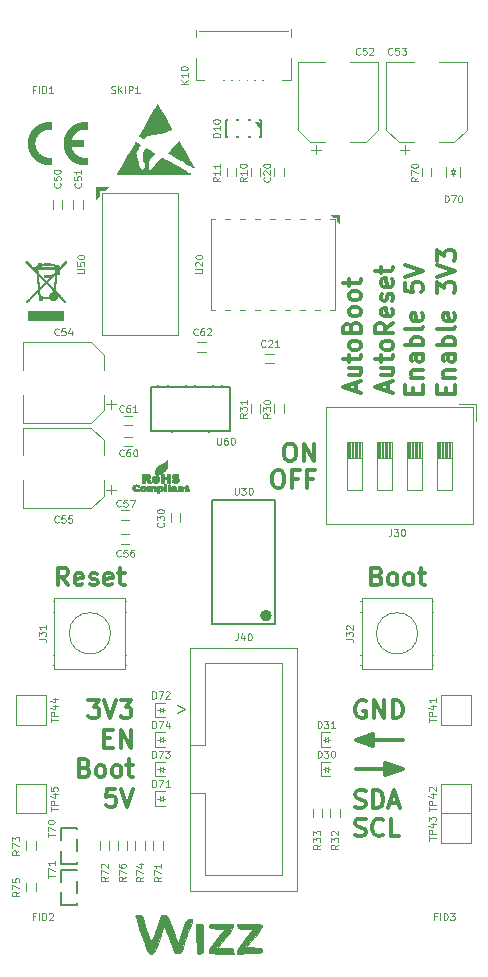
<source format=gto>
%TF.GenerationSoftware,KiCad,Pcbnew,(5.1.10)-1*%
%TF.CreationDate,2022-01-11T09:06:52+01:00*%
%TF.ProjectId,EspOptoProg,4573704f-7074-46f5-9072-6f672e6b6963,rev?*%
%TF.SameCoordinates,Original*%
%TF.FileFunction,Legend,Top*%
%TF.FilePolarity,Positive*%
%FSLAX46Y46*%
G04 Gerber Fmt 4.6, Leading zero omitted, Abs format (unit mm)*
G04 Created by KiCad (PCBNEW (5.1.10)-1) date 2022-01-11 09:06:52*
%MOMM*%
%LPD*%
G01*
G04 APERTURE LIST*
%ADD10C,0.300000*%
%ADD11C,0.100000*%
%ADD12C,0.010000*%
%ADD13C,0.120000*%
%ADD14C,0.149860*%
%ADD15C,0.500000*%
%ADD16C,0.127000*%
%ADD17C,0.002540*%
%ADD18O,2.100000X1.300000*%
%ADD19C,2.000000*%
%ADD20O,1.700000X1.700000*%
%ADD21C,1.800000*%
%ADD22O,2.300000X1.800000*%
%ADD23O,9.100000X2.100000*%
%ADD24O,1.000000X1.650000*%
%ADD25O,1.400000X1.100000*%
G04 APERTURE END LIST*
D10*
X32500000Y17250000D02*
X32500000Y17750000D01*
X32000000Y17000000D02*
X32000000Y18000000D01*
X33500000Y17500000D02*
X29500000Y17500000D01*
X33000000Y17500000D02*
X33000000Y17500000D01*
X32750000Y17250000D02*
X32750000Y17750000D01*
X32000000Y18000000D02*
X33500000Y17500000D01*
X33500000Y17500000D02*
X32000000Y17000000D01*
X32250000Y17250000D02*
X32250000Y17750000D01*
X30000000Y20000000D02*
X30000000Y20000000D01*
X30250000Y20250000D02*
X30250000Y19750000D01*
X30500000Y20250000D02*
X30500000Y19750000D01*
X30750000Y20250000D02*
X30750000Y19750000D01*
X31000000Y19500000D02*
X29500000Y20000000D01*
X31000000Y20500000D02*
X31000000Y19500000D01*
X29500000Y20000000D02*
X31000000Y20500000D01*
X29500000Y20000000D02*
X33500000Y20000000D01*
X22805000Y42821428D02*
X23090714Y42821428D01*
X23233571Y42750000D01*
X23376428Y42607142D01*
X23447857Y42321428D01*
X23447857Y41821428D01*
X23376428Y41535714D01*
X23233571Y41392857D01*
X23090714Y41321428D01*
X22805000Y41321428D01*
X22662142Y41392857D01*
X22519285Y41535714D01*
X22447857Y41821428D01*
X22447857Y42321428D01*
X22519285Y42607142D01*
X22662142Y42750000D01*
X22805000Y42821428D01*
X24590714Y42107142D02*
X24090714Y42107142D01*
X24090714Y41321428D02*
X24090714Y42821428D01*
X24805000Y42821428D01*
X25876428Y42107142D02*
X25376428Y42107142D01*
X25376428Y41321428D02*
X25376428Y42821428D01*
X26090714Y42821428D01*
X37142857Y49302142D02*
X37142857Y49802142D01*
X37928571Y50016428D02*
X37928571Y49302142D01*
X36428571Y49302142D01*
X36428571Y50016428D01*
X36928571Y50659285D02*
X37928571Y50659285D01*
X37071428Y50659285D02*
X37000000Y50730714D01*
X36928571Y50873571D01*
X36928571Y51087857D01*
X37000000Y51230714D01*
X37142857Y51302142D01*
X37928571Y51302142D01*
X37928571Y52659285D02*
X37142857Y52659285D01*
X37000000Y52587857D01*
X36928571Y52445000D01*
X36928571Y52159285D01*
X37000000Y52016428D01*
X37857142Y52659285D02*
X37928571Y52516428D01*
X37928571Y52159285D01*
X37857142Y52016428D01*
X37714285Y51945000D01*
X37571428Y51945000D01*
X37428571Y52016428D01*
X37357142Y52159285D01*
X37357142Y52516428D01*
X37285714Y52659285D01*
X37928571Y53373571D02*
X36428571Y53373571D01*
X37000000Y53373571D02*
X36928571Y53516428D01*
X36928571Y53802142D01*
X37000000Y53945000D01*
X37071428Y54016428D01*
X37214285Y54087857D01*
X37642857Y54087857D01*
X37785714Y54016428D01*
X37857142Y53945000D01*
X37928571Y53802142D01*
X37928571Y53516428D01*
X37857142Y53373571D01*
X37928571Y54945000D02*
X37857142Y54802142D01*
X37714285Y54730714D01*
X36428571Y54730714D01*
X37857142Y56087857D02*
X37928571Y55945000D01*
X37928571Y55659285D01*
X37857142Y55516428D01*
X37714285Y55445000D01*
X37142857Y55445000D01*
X37000000Y55516428D01*
X36928571Y55659285D01*
X36928571Y55945000D01*
X37000000Y56087857D01*
X37142857Y56159285D01*
X37285714Y56159285D01*
X37428571Y55445000D01*
X36428571Y57802142D02*
X36428571Y58730714D01*
X37000000Y58230714D01*
X37000000Y58445000D01*
X37071428Y58587857D01*
X37142857Y58659285D01*
X37285714Y58730714D01*
X37642857Y58730714D01*
X37785714Y58659285D01*
X37857142Y58587857D01*
X37928571Y58445000D01*
X37928571Y58016428D01*
X37857142Y57873571D01*
X37785714Y57802142D01*
X36428571Y59159285D02*
X37928571Y59659285D01*
X36428571Y60159285D01*
X36428571Y60516428D02*
X36428571Y61445000D01*
X37000000Y60945000D01*
X37000000Y61159285D01*
X37071428Y61302142D01*
X37142857Y61373571D01*
X37285714Y61445000D01*
X37642857Y61445000D01*
X37785714Y61373571D01*
X37857142Y61302142D01*
X37928571Y61159285D01*
X37928571Y60730714D01*
X37857142Y60587857D01*
X37785714Y60516428D01*
X34392857Y49302142D02*
X34392857Y49802142D01*
X35178571Y50016428D02*
X35178571Y49302142D01*
X33678571Y49302142D01*
X33678571Y50016428D01*
X34178571Y50659285D02*
X35178571Y50659285D01*
X34321428Y50659285D02*
X34250000Y50730714D01*
X34178571Y50873571D01*
X34178571Y51087857D01*
X34250000Y51230714D01*
X34392857Y51302142D01*
X35178571Y51302142D01*
X35178571Y52659285D02*
X34392857Y52659285D01*
X34250000Y52587857D01*
X34178571Y52445000D01*
X34178571Y52159285D01*
X34250000Y52016428D01*
X35107142Y52659285D02*
X35178571Y52516428D01*
X35178571Y52159285D01*
X35107142Y52016428D01*
X34964285Y51945000D01*
X34821428Y51945000D01*
X34678571Y52016428D01*
X34607142Y52159285D01*
X34607142Y52516428D01*
X34535714Y52659285D01*
X35178571Y53373571D02*
X33678571Y53373571D01*
X34250000Y53373571D02*
X34178571Y53516428D01*
X34178571Y53802142D01*
X34250000Y53945000D01*
X34321428Y54016428D01*
X34464285Y54087857D01*
X34892857Y54087857D01*
X35035714Y54016428D01*
X35107142Y53945000D01*
X35178571Y53802142D01*
X35178571Y53516428D01*
X35107142Y53373571D01*
X35178571Y54945000D02*
X35107142Y54802142D01*
X34964285Y54730714D01*
X33678571Y54730714D01*
X35107142Y56087857D02*
X35178571Y55945000D01*
X35178571Y55659285D01*
X35107142Y55516428D01*
X34964285Y55445000D01*
X34392857Y55445000D01*
X34250000Y55516428D01*
X34178571Y55659285D01*
X34178571Y55945000D01*
X34250000Y56087857D01*
X34392857Y56159285D01*
X34535714Y56159285D01*
X34678571Y55445000D01*
X33678571Y58659285D02*
X33678571Y57945000D01*
X34392857Y57873571D01*
X34321428Y57945000D01*
X34250000Y58087857D01*
X34250000Y58445000D01*
X34321428Y58587857D01*
X34392857Y58659285D01*
X34535714Y58730714D01*
X34892857Y58730714D01*
X35035714Y58659285D01*
X35107142Y58587857D01*
X35178571Y58445000D01*
X35178571Y58087857D01*
X35107142Y57945000D01*
X35035714Y57873571D01*
X33678571Y59159285D02*
X35178571Y59659285D01*
X33678571Y60159285D01*
X32250000Y49480714D02*
X32250000Y50195000D01*
X32678571Y49337857D02*
X31178571Y49837857D01*
X32678571Y50337857D01*
X31678571Y51480714D02*
X32678571Y51480714D01*
X31678571Y50837857D02*
X32464285Y50837857D01*
X32607142Y50909285D01*
X32678571Y51052142D01*
X32678571Y51266428D01*
X32607142Y51409285D01*
X32535714Y51480714D01*
X31678571Y51980714D02*
X31678571Y52552142D01*
X31178571Y52195000D02*
X32464285Y52195000D01*
X32607142Y52266428D01*
X32678571Y52409285D01*
X32678571Y52552142D01*
X32678571Y53266428D02*
X32607142Y53123571D01*
X32535714Y53052142D01*
X32392857Y52980714D01*
X31964285Y52980714D01*
X31821428Y53052142D01*
X31750000Y53123571D01*
X31678571Y53266428D01*
X31678571Y53480714D01*
X31750000Y53623571D01*
X31821428Y53695000D01*
X31964285Y53766428D01*
X32392857Y53766428D01*
X32535714Y53695000D01*
X32607142Y53623571D01*
X32678571Y53480714D01*
X32678571Y53266428D01*
X32678571Y55266428D02*
X31964285Y54766428D01*
X32678571Y54409285D02*
X31178571Y54409285D01*
X31178571Y54980714D01*
X31250000Y55123571D01*
X31321428Y55195000D01*
X31464285Y55266428D01*
X31678571Y55266428D01*
X31821428Y55195000D01*
X31892857Y55123571D01*
X31964285Y54980714D01*
X31964285Y54409285D01*
X32607142Y56480714D02*
X32678571Y56337857D01*
X32678571Y56052142D01*
X32607142Y55909285D01*
X32464285Y55837857D01*
X31892857Y55837857D01*
X31750000Y55909285D01*
X31678571Y56052142D01*
X31678571Y56337857D01*
X31750000Y56480714D01*
X31892857Y56552142D01*
X32035714Y56552142D01*
X32178571Y55837857D01*
X32607142Y57123571D02*
X32678571Y57266428D01*
X32678571Y57552142D01*
X32607142Y57695000D01*
X32464285Y57766428D01*
X32392857Y57766428D01*
X32250000Y57695000D01*
X32178571Y57552142D01*
X32178571Y57337857D01*
X32107142Y57195000D01*
X31964285Y57123571D01*
X31892857Y57123571D01*
X31750000Y57195000D01*
X31678571Y57337857D01*
X31678571Y57552142D01*
X31750000Y57695000D01*
X32607142Y58980714D02*
X32678571Y58837857D01*
X32678571Y58552142D01*
X32607142Y58409285D01*
X32464285Y58337857D01*
X31892857Y58337857D01*
X31750000Y58409285D01*
X31678571Y58552142D01*
X31678571Y58837857D01*
X31750000Y58980714D01*
X31892857Y59052142D01*
X32035714Y59052142D01*
X32178571Y58337857D01*
X31678571Y59480714D02*
X31678571Y60052142D01*
X31178571Y59695000D02*
X32464285Y59695000D01*
X32607142Y59766428D01*
X32678571Y59909285D01*
X32678571Y60052142D01*
X29500000Y49480714D02*
X29500000Y50195000D01*
X29928571Y49337857D02*
X28428571Y49837857D01*
X29928571Y50337857D01*
X28928571Y51480714D02*
X29928571Y51480714D01*
X28928571Y50837857D02*
X29714285Y50837857D01*
X29857142Y50909285D01*
X29928571Y51052142D01*
X29928571Y51266428D01*
X29857142Y51409285D01*
X29785714Y51480714D01*
X28928571Y51980714D02*
X28928571Y52552142D01*
X28428571Y52195000D02*
X29714285Y52195000D01*
X29857142Y52266428D01*
X29928571Y52409285D01*
X29928571Y52552142D01*
X29928571Y53266428D02*
X29857142Y53123571D01*
X29785714Y53052142D01*
X29642857Y52980714D01*
X29214285Y52980714D01*
X29071428Y53052142D01*
X29000000Y53123571D01*
X28928571Y53266428D01*
X28928571Y53480714D01*
X29000000Y53623571D01*
X29071428Y53695000D01*
X29214285Y53766428D01*
X29642857Y53766428D01*
X29785714Y53695000D01*
X29857142Y53623571D01*
X29928571Y53480714D01*
X29928571Y53266428D01*
X29142857Y54909285D02*
X29214285Y55123571D01*
X29285714Y55195000D01*
X29428571Y55266428D01*
X29642857Y55266428D01*
X29785714Y55195000D01*
X29857142Y55123571D01*
X29928571Y54980714D01*
X29928571Y54409285D01*
X28428571Y54409285D01*
X28428571Y54909285D01*
X28500000Y55052142D01*
X28571428Y55123571D01*
X28714285Y55195000D01*
X28857142Y55195000D01*
X29000000Y55123571D01*
X29071428Y55052142D01*
X29142857Y54909285D01*
X29142857Y54409285D01*
X29928571Y56123571D02*
X29857142Y55980714D01*
X29785714Y55909285D01*
X29642857Y55837857D01*
X29214285Y55837857D01*
X29071428Y55909285D01*
X29000000Y55980714D01*
X28928571Y56123571D01*
X28928571Y56337857D01*
X29000000Y56480714D01*
X29071428Y56552142D01*
X29214285Y56623571D01*
X29642857Y56623571D01*
X29785714Y56552142D01*
X29857142Y56480714D01*
X29928571Y56337857D01*
X29928571Y56123571D01*
X29928571Y57480714D02*
X29857142Y57337857D01*
X29785714Y57266428D01*
X29642857Y57195000D01*
X29214285Y57195000D01*
X29071428Y57266428D01*
X29000000Y57337857D01*
X28928571Y57480714D01*
X28928571Y57695000D01*
X29000000Y57837857D01*
X29071428Y57909285D01*
X29214285Y57980714D01*
X29642857Y57980714D01*
X29785714Y57909285D01*
X29857142Y57837857D01*
X29928571Y57695000D01*
X29928571Y57480714D01*
X28928571Y58409285D02*
X28928571Y58980714D01*
X28428571Y58623571D02*
X29714285Y58623571D01*
X29857142Y58695000D01*
X29928571Y58837857D01*
X29928571Y58980714D01*
X23805000Y45071428D02*
X24090714Y45071428D01*
X24233571Y45000000D01*
X24376428Y44857142D01*
X24447857Y44571428D01*
X24447857Y44071428D01*
X24376428Y43785714D01*
X24233571Y43642857D01*
X24090714Y43571428D01*
X23805000Y43571428D01*
X23662142Y43642857D01*
X23519285Y43785714D01*
X23447857Y44071428D01*
X23447857Y44571428D01*
X23519285Y44857142D01*
X23662142Y45000000D01*
X23805000Y45071428D01*
X25090714Y43571428D02*
X25090714Y45071428D01*
X25947857Y43571428D01*
X25947857Y45071428D01*
X8233571Y20107142D02*
X8733571Y20107142D01*
X8947857Y19321428D02*
X8233571Y19321428D01*
X8233571Y20821428D01*
X8947857Y20821428D01*
X9590714Y19321428D02*
X9590714Y20821428D01*
X10447857Y19321428D01*
X10447857Y20821428D01*
X9162142Y15821428D02*
X8447857Y15821428D01*
X8376428Y15107142D01*
X8447857Y15178571D01*
X8590714Y15250000D01*
X8947857Y15250000D01*
X9090714Y15178571D01*
X9162142Y15107142D01*
X9233571Y14964285D01*
X9233571Y14607142D01*
X9162142Y14464285D01*
X9090714Y14392857D01*
X8947857Y14321428D01*
X8590714Y14321428D01*
X8447857Y14392857D01*
X8376428Y14464285D01*
X9662142Y15821428D02*
X10162142Y14321428D01*
X10662142Y15821428D01*
X6590714Y17607142D02*
X6805000Y17535714D01*
X6876428Y17464285D01*
X6947857Y17321428D01*
X6947857Y17107142D01*
X6876428Y16964285D01*
X6805000Y16892857D01*
X6662142Y16821428D01*
X6090714Y16821428D01*
X6090714Y18321428D01*
X6590714Y18321428D01*
X6733571Y18250000D01*
X6805000Y18178571D01*
X6876428Y18035714D01*
X6876428Y17892857D01*
X6805000Y17750000D01*
X6733571Y17678571D01*
X6590714Y17607142D01*
X6090714Y17607142D01*
X7805000Y16821428D02*
X7662142Y16892857D01*
X7590714Y16964285D01*
X7519285Y17107142D01*
X7519285Y17535714D01*
X7590714Y17678571D01*
X7662142Y17750000D01*
X7805000Y17821428D01*
X8019285Y17821428D01*
X8162142Y17750000D01*
X8233571Y17678571D01*
X8305000Y17535714D01*
X8305000Y17107142D01*
X8233571Y16964285D01*
X8162142Y16892857D01*
X8019285Y16821428D01*
X7805000Y16821428D01*
X9162142Y16821428D02*
X9019285Y16892857D01*
X8947857Y16964285D01*
X8876428Y17107142D01*
X8876428Y17535714D01*
X8947857Y17678571D01*
X9019285Y17750000D01*
X9162142Y17821428D01*
X9376428Y17821428D01*
X9519285Y17750000D01*
X9590714Y17678571D01*
X9662142Y17535714D01*
X9662142Y17107142D01*
X9590714Y16964285D01*
X9519285Y16892857D01*
X9376428Y16821428D01*
X9162142Y16821428D01*
X10090714Y17821428D02*
X10662142Y17821428D01*
X10305000Y18321428D02*
X10305000Y17035714D01*
X10376428Y16892857D01*
X10519285Y16821428D01*
X10662142Y16821428D01*
X6876428Y23321428D02*
X7805000Y23321428D01*
X7305000Y22750000D01*
X7519285Y22750000D01*
X7662142Y22678571D01*
X7733571Y22607142D01*
X7805000Y22464285D01*
X7805000Y22107142D01*
X7733571Y21964285D01*
X7662142Y21892857D01*
X7519285Y21821428D01*
X7090714Y21821428D01*
X6947857Y21892857D01*
X6876428Y21964285D01*
X8233571Y23321428D02*
X8733571Y21821428D01*
X9233571Y23321428D01*
X9590714Y23321428D02*
X10519285Y23321428D01*
X10019285Y22750000D01*
X10233571Y22750000D01*
X10376428Y22678571D01*
X10447857Y22607142D01*
X10519285Y22464285D01*
X10519285Y22107142D01*
X10447857Y21964285D01*
X10376428Y21892857D01*
X10233571Y21821428D01*
X9805000Y21821428D01*
X9662142Y21892857D01*
X9590714Y21964285D01*
X29480714Y14272857D02*
X29695000Y14201428D01*
X30052142Y14201428D01*
X30195000Y14272857D01*
X30266428Y14344285D01*
X30337857Y14487142D01*
X30337857Y14630000D01*
X30266428Y14772857D01*
X30195000Y14844285D01*
X30052142Y14915714D01*
X29766428Y14987142D01*
X29623571Y15058571D01*
X29552142Y15130000D01*
X29480714Y15272857D01*
X29480714Y15415714D01*
X29552142Y15558571D01*
X29623571Y15630000D01*
X29766428Y15701428D01*
X30123571Y15701428D01*
X30337857Y15630000D01*
X30980714Y14201428D02*
X30980714Y15701428D01*
X31337857Y15701428D01*
X31552142Y15630000D01*
X31695000Y15487142D01*
X31766428Y15344285D01*
X31837857Y15058571D01*
X31837857Y14844285D01*
X31766428Y14558571D01*
X31695000Y14415714D01*
X31552142Y14272857D01*
X31337857Y14201428D01*
X30980714Y14201428D01*
X32409285Y14630000D02*
X33123571Y14630000D01*
X32266428Y14201428D02*
X32766428Y15701428D01*
X33266428Y14201428D01*
X30337857Y23250000D02*
X30195000Y23321428D01*
X29980714Y23321428D01*
X29766428Y23250000D01*
X29623571Y23107142D01*
X29552142Y22964285D01*
X29480714Y22678571D01*
X29480714Y22464285D01*
X29552142Y22178571D01*
X29623571Y22035714D01*
X29766428Y21892857D01*
X29980714Y21821428D01*
X30123571Y21821428D01*
X30337857Y21892857D01*
X30409285Y21964285D01*
X30409285Y22464285D01*
X30123571Y22464285D01*
X31052142Y21821428D02*
X31052142Y23321428D01*
X31909285Y21821428D01*
X31909285Y23321428D01*
X32623571Y21821428D02*
X32623571Y23321428D01*
X32980714Y23321428D01*
X33195000Y23250000D01*
X33337857Y23107142D01*
X33409285Y22964285D01*
X33480714Y22678571D01*
X33480714Y22464285D01*
X33409285Y22178571D01*
X33337857Y22035714D01*
X33195000Y21892857D01*
X32980714Y21821428D01*
X32623571Y21821428D01*
X29480714Y11892857D02*
X29695000Y11821428D01*
X30052142Y11821428D01*
X30195000Y11892857D01*
X30266428Y11964285D01*
X30337857Y12107142D01*
X30337857Y12250000D01*
X30266428Y12392857D01*
X30195000Y12464285D01*
X30052142Y12535714D01*
X29766428Y12607142D01*
X29623571Y12678571D01*
X29552142Y12750000D01*
X29480714Y12892857D01*
X29480714Y13035714D01*
X29552142Y13178571D01*
X29623571Y13250000D01*
X29766428Y13321428D01*
X30123571Y13321428D01*
X30337857Y13250000D01*
X31837857Y11964285D02*
X31766428Y11892857D01*
X31552142Y11821428D01*
X31409285Y11821428D01*
X31195000Y11892857D01*
X31052142Y12035714D01*
X30980714Y12178571D01*
X30909285Y12464285D01*
X30909285Y12678571D01*
X30980714Y12964285D01*
X31052142Y13107142D01*
X31195000Y13250000D01*
X31409285Y13321428D01*
X31552142Y13321428D01*
X31766428Y13250000D01*
X31837857Y13178571D01*
X33195000Y11821428D02*
X32480714Y11821428D01*
X32480714Y13321428D01*
D11*
%TO.C,U50*%
X14500000Y54250000D02*
X8000000Y54250000D01*
X8000000Y54250000D02*
X8000000Y66250000D01*
X8000000Y66250000D02*
X14500000Y66250000D01*
X14500000Y66250000D02*
X14500000Y54250000D01*
G36*
X8250000Y66500000D02*
G01*
X7750000Y66500000D01*
X7750000Y66000000D01*
X7500000Y65750000D01*
X7500000Y66750000D01*
X8500000Y66750000D01*
X8250000Y66500000D01*
G37*
X8250000Y66500000D02*
X7750000Y66500000D01*
X7750000Y66000000D01*
X7500000Y65750000D01*
X7500000Y66750000D01*
X8500000Y66750000D01*
X8250000Y66500000D01*
%TO.C,C21*%
X23050000Y51850000D02*
X23050000Y52650000D01*
X21450000Y51850000D02*
X23050000Y51850000D01*
X21450000Y52650000D02*
X21450000Y51850000D01*
X23050000Y52650000D02*
X21450000Y52650000D01*
%TO.C,C20*%
X23400000Y68800000D02*
X22600000Y68800000D01*
X23400000Y67200000D02*
X23400000Y68800000D01*
X22600000Y67200000D02*
X23400000Y67200000D01*
X22600000Y68800000D02*
X22600000Y67200000D01*
D12*
%TO.C,LOGO1*%
G36*
X20528136Y4404773D02*
G01*
X20976997Y4390821D01*
X21282082Y4370829D01*
X21468929Y4341167D01*
X21563078Y4298203D01*
X21588429Y4254000D01*
X21546527Y4143651D01*
X21414712Y3933114D01*
X21212717Y3651242D01*
X20960275Y3326888D01*
X20922522Y3280333D01*
X20232457Y2433667D01*
X20730062Y2411874D01*
X21134113Y2387263D01*
X21395253Y2349767D01*
X21539862Y2290252D01*
X21594320Y2199588D01*
X21592996Y2113174D01*
X21573712Y2034560D01*
X21523202Y1980745D01*
X21412845Y1946043D01*
X21214022Y1924772D01*
X20898111Y1911248D01*
X20529167Y1901894D01*
X19492000Y1878122D01*
X19492000Y2082109D01*
X19548897Y2247773D01*
X19712590Y2519260D01*
X19972578Y2880264D01*
X20161471Y3121881D01*
X20830942Y3957667D01*
X20161471Y3982258D01*
X19827855Y3997139D01*
X19628809Y4019619D01*
X19529631Y4061901D01*
X19495619Y4136189D01*
X19492000Y4217697D01*
X19492000Y4428545D01*
X20528136Y4404773D01*
G37*
X20528136Y4404773D02*
X20976997Y4390821D01*
X21282082Y4370829D01*
X21468929Y4341167D01*
X21563078Y4298203D01*
X21588429Y4254000D01*
X21546527Y4143651D01*
X21414712Y3933114D01*
X21212717Y3651242D01*
X20960275Y3326888D01*
X20922522Y3280333D01*
X20232457Y2433667D01*
X20730062Y2411874D01*
X21134113Y2387263D01*
X21395253Y2349767D01*
X21539862Y2290252D01*
X21594320Y2199588D01*
X21592996Y2113174D01*
X21573712Y2034560D01*
X21523202Y1980745D01*
X21412845Y1946043D01*
X21214022Y1924772D01*
X20898111Y1911248D01*
X20529167Y1901894D01*
X19492000Y1878122D01*
X19492000Y2082109D01*
X19548897Y2247773D01*
X19712590Y2519260D01*
X19972578Y2880264D01*
X20161471Y3121881D01*
X20830942Y3957667D01*
X20161471Y3982258D01*
X19827855Y3997139D01*
X19628809Y4019619D01*
X19529631Y4061901D01*
X19495619Y4136189D01*
X19492000Y4217697D01*
X19492000Y4428545D01*
X20528136Y4404773D01*
G36*
X18570899Y4421991D02*
G01*
X18856358Y4414526D01*
X19029044Y4395784D01*
X19117238Y4360607D01*
X19149219Y4303841D01*
X19153333Y4239382D01*
X19100606Y4101470D01*
X18955291Y3865276D01*
X18736691Y3559621D01*
X18475283Y3226956D01*
X17797234Y2398482D01*
X18454117Y2373741D01*
X18784132Y2358768D01*
X18981424Y2335449D01*
X19082518Y2290025D01*
X19123939Y2208734D01*
X19137790Y2116167D01*
X19164581Y1883333D01*
X18157068Y1883333D01*
X17759857Y1887824D01*
X17426496Y1900044D01*
X17192340Y1918118D01*
X17093111Y1939778D01*
X17042914Y2039300D01*
X17067603Y2182486D01*
X17177641Y2388722D01*
X17383491Y2677395D01*
X17695616Y3067889D01*
X17714000Y3090192D01*
X17970793Y3404729D01*
X18182894Y3670884D01*
X18329734Y3862380D01*
X18390744Y3952937D01*
X18391333Y3955513D01*
X18313624Y3976916D01*
X18108284Y3992682D01*
X17816993Y3999849D01*
X17765392Y4000000D01*
X17399157Y4012577D01*
X17178866Y4057288D01*
X17082520Y4144608D01*
X17088122Y4285011D01*
X17098527Y4317500D01*
X17171520Y4366734D01*
X17361676Y4399605D01*
X17686462Y4417880D01*
X18144389Y4423333D01*
X18570899Y4421991D01*
G37*
X18570899Y4421991D02*
X18856358Y4414526D01*
X19029044Y4395784D01*
X19117238Y4360607D01*
X19149219Y4303841D01*
X19153333Y4239382D01*
X19100606Y4101470D01*
X18955291Y3865276D01*
X18736691Y3559621D01*
X18475283Y3226956D01*
X17797234Y2398482D01*
X18454117Y2373741D01*
X18784132Y2358768D01*
X18981424Y2335449D01*
X19082518Y2290025D01*
X19123939Y2208734D01*
X19137790Y2116167D01*
X19164581Y1883333D01*
X18157068Y1883333D01*
X17759857Y1887824D01*
X17426496Y1900044D01*
X17192340Y1918118D01*
X17093111Y1939778D01*
X17042914Y2039300D01*
X17067603Y2182486D01*
X17177641Y2388722D01*
X17383491Y2677395D01*
X17695616Y3067889D01*
X17714000Y3090192D01*
X17970793Y3404729D01*
X18182894Y3670884D01*
X18329734Y3862380D01*
X18390744Y3952937D01*
X18391333Y3955513D01*
X18313624Y3976916D01*
X18108284Y3992682D01*
X17816993Y3999849D01*
X17765392Y4000000D01*
X17399157Y4012577D01*
X17178866Y4057288D01*
X17082520Y4144608D01*
X17088122Y4285011D01*
X17098527Y4317500D01*
X17171520Y4366734D01*
X17361676Y4399605D01*
X17686462Y4417880D01*
X18144389Y4423333D01*
X18570899Y4421991D01*
G36*
X16471826Y4378889D02*
G01*
X16561941Y4289409D01*
X16584189Y4145557D01*
X16599965Y3875467D01*
X16609269Y3522110D01*
X16612102Y3128458D01*
X16608464Y2737480D01*
X16598353Y2392150D01*
X16581771Y2135438D01*
X16561941Y2017258D01*
X16447859Y1918268D01*
X16262793Y1881807D01*
X16098171Y1922485D01*
X16077111Y1939778D01*
X16056949Y2040418D01*
X16039970Y2278560D01*
X16027588Y2622381D01*
X16021217Y3040058D01*
X16020667Y3209778D01*
X16020667Y4423333D01*
X16265608Y4423333D01*
X16471826Y4378889D01*
G37*
X16471826Y4378889D02*
X16561941Y4289409D01*
X16584189Y4145557D01*
X16599965Y3875467D01*
X16609269Y3522110D01*
X16612102Y3128458D01*
X16608464Y2737480D01*
X16598353Y2392150D01*
X16581771Y2135438D01*
X16561941Y2017258D01*
X16447859Y1918268D01*
X16262793Y1881807D01*
X16098171Y1922485D01*
X16077111Y1939778D01*
X16056949Y2040418D01*
X16039970Y2278560D01*
X16027588Y2622381D01*
X16021217Y3040058D01*
X16020667Y3209778D01*
X16020667Y4423333D01*
X16265608Y4423333D01*
X16471826Y4378889D01*
G36*
X11223012Y5153657D02*
G01*
X11305515Y5113539D01*
X11379901Y5024222D01*
X11459755Y4860745D01*
X11558664Y4598150D01*
X11690216Y4211480D01*
X11768306Y3976402D01*
X11908605Y3569873D01*
X12035155Y3234138D01*
X12137162Y2995534D01*
X12203838Y2880398D01*
X12219296Y2875735D01*
X12268702Y2976371D01*
X12359381Y3206351D01*
X12479550Y3534212D01*
X12617426Y3928491D01*
X12656187Y4042333D01*
X13028787Y5143000D01*
X13303778Y5143000D01*
X13447850Y5134001D01*
X13547132Y5084218D01*
X13629262Y4959477D01*
X13721878Y4725599D01*
X13783073Y4550333D01*
X13922816Y4149006D01*
X14082888Y3695208D01*
X14210722Y3337133D01*
X14434067Y2716598D01*
X14787376Y3760466D01*
X14932694Y4186006D01*
X15039606Y4477406D01*
X15123663Y4661035D01*
X15200412Y4763259D01*
X15285403Y4810447D01*
X15394186Y4828967D01*
X15418930Y4831430D01*
X15604621Y4836224D01*
X15662581Y4785408D01*
X15647220Y4704430D01*
X15603997Y4574578D01*
X15516800Y4315210D01*
X15396030Y3957178D01*
X15252090Y3531331D01*
X15152799Y3238000D01*
X14985469Y2749160D01*
X14858834Y2398117D01*
X14761350Y2161592D01*
X14681474Y2016307D01*
X14607664Y1938985D01*
X14528375Y1906348D01*
X14489419Y1900220D01*
X14356264Y1897458D01*
X14248877Y1940454D01*
X14151131Y2053332D01*
X14046899Y2260210D01*
X13920056Y2585212D01*
X13793144Y2941667D01*
X13613559Y3460938D01*
X13482390Y3827680D01*
X13384335Y4046247D01*
X13304089Y4120998D01*
X13226348Y4056287D01*
X13135808Y3856472D01*
X13017165Y3525909D01*
X12900842Y3195667D01*
X12726527Y2711167D01*
X12596311Y2363523D01*
X12497610Y2130027D01*
X12417842Y1987969D01*
X12344425Y1914640D01*
X12264776Y1887333D01*
X12173703Y1883333D01*
X11984211Y1925586D01*
X11895179Y1989167D01*
X11842575Y2101819D01*
X11749833Y2343865D01*
X11627728Y2683199D01*
X11487037Y3087718D01*
X11338534Y3525316D01*
X11192996Y3963889D01*
X11061199Y4371332D01*
X10953917Y4715541D01*
X10881927Y4964411D01*
X10856000Y5085244D01*
X10931008Y5163984D01*
X11118805Y5169531D01*
X11223012Y5153657D01*
G37*
X11223012Y5153657D02*
X11305515Y5113539D01*
X11379901Y5024222D01*
X11459755Y4860745D01*
X11558664Y4598150D01*
X11690216Y4211480D01*
X11768306Y3976402D01*
X11908605Y3569873D01*
X12035155Y3234138D01*
X12137162Y2995534D01*
X12203838Y2880398D01*
X12219296Y2875735D01*
X12268702Y2976371D01*
X12359381Y3206351D01*
X12479550Y3534212D01*
X12617426Y3928491D01*
X12656187Y4042333D01*
X13028787Y5143000D01*
X13303778Y5143000D01*
X13447850Y5134001D01*
X13547132Y5084218D01*
X13629262Y4959477D01*
X13721878Y4725599D01*
X13783073Y4550333D01*
X13922816Y4149006D01*
X14082888Y3695208D01*
X14210722Y3337133D01*
X14434067Y2716598D01*
X14787376Y3760466D01*
X14932694Y4186006D01*
X15039606Y4477406D01*
X15123663Y4661035D01*
X15200412Y4763259D01*
X15285403Y4810447D01*
X15394186Y4828967D01*
X15418930Y4831430D01*
X15604621Y4836224D01*
X15662581Y4785408D01*
X15647220Y4704430D01*
X15603997Y4574578D01*
X15516800Y4315210D01*
X15396030Y3957178D01*
X15252090Y3531331D01*
X15152799Y3238000D01*
X14985469Y2749160D01*
X14858834Y2398117D01*
X14761350Y2161592D01*
X14681474Y2016307D01*
X14607664Y1938985D01*
X14528375Y1906348D01*
X14489419Y1900220D01*
X14356264Y1897458D01*
X14248877Y1940454D01*
X14151131Y2053332D01*
X14046899Y2260210D01*
X13920056Y2585212D01*
X13793144Y2941667D01*
X13613559Y3460938D01*
X13482390Y3827680D01*
X13384335Y4046247D01*
X13304089Y4120998D01*
X13226348Y4056287D01*
X13135808Y3856472D01*
X13017165Y3525909D01*
X12900842Y3195667D01*
X12726527Y2711167D01*
X12596311Y2363523D01*
X12497610Y2130027D01*
X12417842Y1987969D01*
X12344425Y1914640D01*
X12264776Y1887333D01*
X12173703Y1883333D01*
X11984211Y1925586D01*
X11895179Y1989167D01*
X11842575Y2101819D01*
X11749833Y2343865D01*
X11627728Y2683199D01*
X11487037Y3087718D01*
X11338534Y3525316D01*
X11192996Y3963889D01*
X11061199Y4371332D01*
X10953917Y4715541D01*
X10881927Y4964411D01*
X10856000Y5085244D01*
X10931008Y5163984D01*
X11118805Y5169531D01*
X11223012Y5153657D01*
D11*
%TO.C,U20*%
X20595000Y55650000D02*
X20595000Y56350000D01*
X18055000Y55650000D02*
X18055000Y56350000D01*
X19325000Y55650000D02*
X19325000Y56350000D01*
X25675000Y55650000D02*
X25675000Y56350000D01*
X24405000Y55650000D02*
X24405000Y56350000D01*
X26945000Y55650000D02*
X26945000Y56350000D01*
X21865000Y55650000D02*
X21865000Y56350000D01*
X23135000Y55650000D02*
X23135000Y56350000D01*
X26945000Y64150000D02*
X26945000Y64850000D01*
X25675000Y64150000D02*
X25675000Y64850000D01*
X24405000Y64150000D02*
X24405000Y64850000D01*
X18055000Y64150000D02*
X18055000Y64850000D01*
X19325000Y64150000D02*
X19325000Y64850000D01*
X20595000Y64150000D02*
X20595000Y64850000D01*
X21865000Y64150000D02*
X21865000Y64850000D01*
X23135000Y64150000D02*
X23135000Y64850000D01*
G36*
X27900000Y63950000D02*
G01*
X27900000Y64250000D01*
X27600000Y64250000D01*
X27400000Y64450000D01*
X28100000Y64450000D01*
X28100000Y63750000D01*
X27900000Y63950000D01*
G37*
X27900000Y63950000D02*
X27900000Y64250000D01*
X27600000Y64250000D01*
X27400000Y64450000D01*
X28100000Y64450000D01*
X28100000Y63750000D01*
X27900000Y63950000D01*
D13*
X17240000Y60250000D02*
X17240000Y56390000D01*
X17240000Y56390000D02*
X17495000Y56390000D01*
X17240000Y60250000D02*
X17240000Y64110000D01*
X17240000Y64110000D02*
X17495000Y64110000D01*
X27760000Y60250000D02*
X27760000Y56390000D01*
X27760000Y56390000D02*
X17495000Y56390000D01*
X27760000Y60250000D02*
X27760000Y64110000D01*
X27760000Y64110000D02*
X17500000Y64110000D01*
D14*
%TO.C,U30*%
X17300000Y40250000D02*
X22700000Y40250000D01*
X22700000Y29750000D02*
X17300000Y29750000D01*
X17300000Y29750000D02*
X17300000Y40250000D01*
X22700000Y40250000D02*
X22700000Y29750000D01*
D15*
X22150000Y30500000D02*
G75*
G03*
X22150000Y30500000I-250000J0D01*
G01*
D13*
%TO.C,C53*%
X33258750Y69956250D02*
X34046250Y69956250D01*
X33652500Y69562500D02*
X33652500Y70350000D01*
X37845563Y70590000D02*
X38910000Y71654437D01*
X33154437Y70590000D02*
X32090000Y71654437D01*
X33154437Y70590000D02*
X34440000Y70590000D01*
X37845563Y70590000D02*
X36560000Y70590000D01*
X38910000Y71654437D02*
X38910000Y77410000D01*
X32090000Y71654437D02*
X32090000Y77410000D01*
X32090000Y77410000D02*
X34440000Y77410000D01*
X38910000Y77410000D02*
X36560000Y77410000D01*
%TO.C,J30*%
X30015000Y43866667D02*
X28745000Y43866667D01*
X28815000Y45220000D02*
X28815000Y43866667D01*
X28935000Y45220000D02*
X28935000Y43866667D01*
X29055000Y45220000D02*
X29055000Y43866667D01*
X29175000Y45220000D02*
X29175000Y43866667D01*
X29295000Y45220000D02*
X29295000Y43866667D01*
X29415000Y45220000D02*
X29415000Y43866667D01*
X29535000Y45220000D02*
X29535000Y43866667D01*
X29655000Y45220000D02*
X29655000Y43866667D01*
X29775000Y45220000D02*
X29775000Y43866667D01*
X29895000Y45220000D02*
X29895000Y43866667D01*
X30015000Y41160000D02*
X30015000Y45220000D01*
X28745000Y41160000D02*
X30015000Y41160000D01*
X28745000Y45220000D02*
X28745000Y41160000D01*
X30015000Y45220000D02*
X28745000Y45220000D01*
X32555000Y43866667D02*
X31285000Y43866667D01*
X31355000Y45220000D02*
X31355000Y43866667D01*
X31475000Y45220000D02*
X31475000Y43866667D01*
X31595000Y45220000D02*
X31595000Y43866667D01*
X31715000Y45220000D02*
X31715000Y43866667D01*
X31835000Y45220000D02*
X31835000Y43866667D01*
X31955000Y45220000D02*
X31955000Y43866667D01*
X32075000Y45220000D02*
X32075000Y43866667D01*
X32195000Y45220000D02*
X32195000Y43866667D01*
X32315000Y45220000D02*
X32315000Y43866667D01*
X32435000Y45220000D02*
X32435000Y43866667D01*
X32555000Y41160000D02*
X32555000Y45220000D01*
X31285000Y41160000D02*
X32555000Y41160000D01*
X31285000Y45220000D02*
X31285000Y41160000D01*
X32555000Y45220000D02*
X31285000Y45220000D01*
X35095000Y43866667D02*
X33825000Y43866667D01*
X33895000Y45220000D02*
X33895000Y43866667D01*
X34015000Y45220000D02*
X34015000Y43866667D01*
X34135000Y45220000D02*
X34135000Y43866667D01*
X34255000Y45220000D02*
X34255000Y43866667D01*
X34375000Y45220000D02*
X34375000Y43866667D01*
X34495000Y45220000D02*
X34495000Y43866667D01*
X34615000Y45220000D02*
X34615000Y43866667D01*
X34735000Y45220000D02*
X34735000Y43866667D01*
X34855000Y45220000D02*
X34855000Y43866667D01*
X34975000Y45220000D02*
X34975000Y43866667D01*
X35095000Y41160000D02*
X35095000Y45220000D01*
X33825000Y41160000D02*
X35095000Y41160000D01*
X33825000Y45220000D02*
X33825000Y41160000D01*
X35095000Y45220000D02*
X33825000Y45220000D01*
X37635000Y43866667D02*
X36365000Y43866667D01*
X36435000Y45220000D02*
X36435000Y43866667D01*
X36555000Y45220000D02*
X36555000Y43866667D01*
X36675000Y45220000D02*
X36675000Y43866667D01*
X36795000Y45220000D02*
X36795000Y43866667D01*
X36915000Y45220000D02*
X36915000Y43866667D01*
X37035000Y45220000D02*
X37035000Y43866667D01*
X37155000Y45220000D02*
X37155000Y43866667D01*
X37275000Y45220000D02*
X37275000Y43866667D01*
X37395000Y45220000D02*
X37395000Y43866667D01*
X37515000Y45220000D02*
X37515000Y43866667D01*
X37635000Y41160000D02*
X37635000Y45220000D01*
X36365000Y41160000D02*
X37635000Y41160000D01*
X36365000Y45220000D02*
X36365000Y41160000D01*
X37635000Y45220000D02*
X36365000Y45220000D01*
X39660000Y48380000D02*
X38277000Y48380000D01*
X39660000Y48380000D02*
X39660000Y46996000D01*
X39420000Y38240000D02*
X26960000Y38240000D01*
X39420000Y48140000D02*
X26960000Y48140000D01*
X26960000Y48140000D02*
X26960000Y38240000D01*
X39420000Y48140000D02*
X39420000Y38240000D01*
%TO.C,J40*%
X15440000Y27790000D02*
X24560000Y27790000D01*
X24560000Y27790000D02*
X24560000Y7210000D01*
X24560000Y7210000D02*
X15440000Y7210000D01*
X15440000Y7210000D02*
X15440000Y27790000D01*
X15440000Y19550000D02*
X16750000Y19550000D01*
X16750000Y19550000D02*
X16750000Y26490000D01*
X16750000Y26490000D02*
X23250000Y26490000D01*
X23250000Y26490000D02*
X23250000Y8510000D01*
X23250000Y8510000D02*
X16750000Y8510000D01*
X16750000Y8510000D02*
X16750000Y15450000D01*
X16750000Y15450000D02*
X16750000Y15450000D01*
X16750000Y15450000D02*
X15440000Y15450000D01*
X15050000Y22580000D02*
X14050000Y23080000D01*
X14050000Y23080000D02*
X14050000Y22080000D01*
X14050000Y22080000D02*
X15050000Y22580000D01*
D11*
%TO.C,C57*%
X9200000Y39400000D02*
X9200000Y38600000D01*
X10800000Y39400000D02*
X9200000Y39400000D01*
X10800000Y38600000D02*
X10800000Y39400000D01*
X9200000Y38600000D02*
X10800000Y38600000D01*
%TO.C,C56*%
X9200000Y37400000D02*
X9200000Y36600000D01*
X10800000Y37400000D02*
X9200000Y37400000D01*
X10800000Y36600000D02*
X10800000Y37400000D01*
X9200000Y36600000D02*
X10800000Y36600000D01*
D13*
%TO.C,C55*%
X8793750Y40758750D02*
X8793750Y41546250D01*
X9187500Y41152500D02*
X8400000Y41152500D01*
X8160000Y45345563D02*
X7095563Y46410000D01*
X8160000Y40654437D02*
X7095563Y39590000D01*
X8160000Y40654437D02*
X8160000Y41940000D01*
X8160000Y45345563D02*
X8160000Y44060000D01*
X7095563Y46410000D02*
X1340000Y46410000D01*
X7095563Y39590000D02*
X1340000Y39590000D01*
X1340000Y39590000D02*
X1340000Y41940000D01*
X1340000Y46410000D02*
X1340000Y44060000D01*
%TO.C,C54*%
X8793750Y48008750D02*
X8793750Y48796250D01*
X9187500Y48402500D02*
X8400000Y48402500D01*
X8160000Y52595563D02*
X7095563Y53660000D01*
X8160000Y47904437D02*
X7095563Y46840000D01*
X8160000Y47904437D02*
X8160000Y49190000D01*
X8160000Y52595563D02*
X8160000Y51310000D01*
X7095563Y53660000D02*
X1340000Y53660000D01*
X7095563Y46840000D02*
X1340000Y46840000D01*
X1340000Y46840000D02*
X1340000Y49190000D01*
X1340000Y53660000D02*
X1340000Y51310000D01*
%TO.C,C52*%
X25758750Y69956250D02*
X26546250Y69956250D01*
X26152500Y69562500D02*
X26152500Y70350000D01*
X30345563Y70590000D02*
X31410000Y71654437D01*
X25654437Y70590000D02*
X24590000Y71654437D01*
X25654437Y70590000D02*
X26940000Y70590000D01*
X30345563Y70590000D02*
X29060000Y70590000D01*
X31410000Y71654437D02*
X31410000Y77410000D01*
X24590000Y71654437D02*
X24590000Y77410000D01*
X24590000Y77410000D02*
X26940000Y77410000D01*
X31410000Y77410000D02*
X29060000Y77410000D01*
D11*
%TO.C,TP45*%
X3250000Y13750000D02*
X750000Y13750000D01*
X3250000Y16250000D02*
X3250000Y13750000D01*
X750000Y16250000D02*
X3250000Y16250000D01*
X750000Y13750000D02*
X750000Y16250000D01*
%TO.C,TP44*%
X3250000Y21250000D02*
X750000Y21250000D01*
X3250000Y23750000D02*
X3250000Y21250000D01*
X750000Y23750000D02*
X3250000Y23750000D01*
X750000Y21250000D02*
X750000Y23750000D01*
D16*
%TO.C,T71*%
X5948500Y6001400D02*
X4551500Y6001400D01*
X5948500Y8998600D02*
X5948500Y6001400D01*
X4551500Y8998600D02*
X5948500Y8998600D01*
X4551500Y6001400D02*
X4551500Y8998600D01*
X4551500Y7500000D02*
X3891100Y7500000D01*
X5948500Y6547500D02*
X6608900Y6547500D01*
X5948500Y8452500D02*
X6608900Y8452500D01*
%TO.C,T70*%
X5948500Y9501400D02*
X4551500Y9501400D01*
X5948500Y12498600D02*
X5948500Y9501400D01*
X4551500Y12498600D02*
X5948500Y12498600D01*
X4551500Y9501400D02*
X4551500Y12498600D01*
X4551500Y11000000D02*
X3891100Y11000000D01*
X5948500Y10047500D02*
X6608900Y10047500D01*
X5948500Y11952500D02*
X6608900Y11952500D01*
D11*
%TO.C,R76*%
X10150000Y11800000D02*
X9350000Y11800000D01*
X10150000Y10200000D02*
X10150000Y11800000D01*
X9350000Y10200000D02*
X10150000Y10200000D01*
X9350000Y11800000D02*
X9350000Y10200000D01*
%TO.C,R75*%
X1600000Y6700000D02*
X2400000Y6700000D01*
X1600000Y8300000D02*
X1600000Y6700000D01*
X2400000Y8300000D02*
X1600000Y8300000D01*
X2400000Y6700000D02*
X2400000Y8300000D01*
%TO.C,R74*%
X11650000Y11800000D02*
X10850000Y11800000D01*
X11650000Y10200000D02*
X11650000Y11800000D01*
X10850000Y10200000D02*
X11650000Y10200000D01*
X10850000Y11800000D02*
X10850000Y10200000D01*
%TO.C,R73*%
X1600000Y10200000D02*
X2400000Y10200000D01*
X1600000Y11800000D02*
X1600000Y10200000D01*
X2400000Y11800000D02*
X1600000Y11800000D01*
X2400000Y10200000D02*
X2400000Y11800000D01*
%TO.C,D74*%
X12000000Y20620000D02*
X14000000Y20620000D01*
X14000000Y20620000D02*
X14000000Y19380000D01*
X14000000Y19380000D02*
X12000000Y19380000D01*
X12000000Y19380000D02*
X12000000Y20620000D01*
X13200000Y20200000D02*
X12900000Y20000000D01*
X12900000Y20000000D02*
X13200000Y19800000D01*
X13200000Y19800000D02*
X13200000Y20200000D01*
X12900000Y20200000D02*
X12900000Y19800000D01*
X12900000Y20000000D02*
X12700000Y20000000D01*
X13200000Y20000000D02*
X13400000Y20000000D01*
X12450000Y20600000D02*
X12450000Y19400000D01*
X12500000Y19400000D02*
X12500000Y20600000D01*
X12550000Y20600000D02*
X12550000Y19400000D01*
%TO.C,D73*%
X12000000Y18120000D02*
X14000000Y18120000D01*
X14000000Y18120000D02*
X14000000Y16880000D01*
X14000000Y16880000D02*
X12000000Y16880000D01*
X12000000Y16880000D02*
X12000000Y18120000D01*
X13200000Y17700000D02*
X12900000Y17500000D01*
X12900000Y17500000D02*
X13200000Y17300000D01*
X13200000Y17300000D02*
X13200000Y17700000D01*
X12900000Y17700000D02*
X12900000Y17300000D01*
X12900000Y17500000D02*
X12700000Y17500000D01*
X13200000Y17500000D02*
X13400000Y17500000D01*
X12450000Y18100000D02*
X12450000Y16900000D01*
X12500000Y16900000D02*
X12500000Y18100000D01*
X12550000Y18100000D02*
X12550000Y16900000D01*
%TO.C,TP43*%
X36750000Y11250000D02*
X36750000Y13750000D01*
X36750000Y13750000D02*
X39250000Y13750000D01*
X39250000Y13750000D02*
X39250000Y11250000D01*
X39250000Y11250000D02*
X36750000Y11250000D01*
%TO.C,TP42*%
X36750000Y13750000D02*
X36750000Y16250000D01*
X36750000Y16250000D02*
X39250000Y16250000D01*
X39250000Y16250000D02*
X39250000Y13750000D01*
X39250000Y13750000D02*
X36750000Y13750000D01*
%TO.C,TP41*%
X36750000Y21250000D02*
X36750000Y23750000D01*
X36750000Y23750000D02*
X39250000Y23750000D01*
X39250000Y23750000D02*
X39250000Y21250000D01*
X39250000Y21250000D02*
X36750000Y21250000D01*
D16*
%TO.C,U60*%
X12147200Y46145800D02*
X12147200Y49854200D01*
X18852800Y46145800D02*
X12147200Y46145800D01*
X18852800Y49854200D02*
X18852800Y46145800D01*
X12147200Y49854200D02*
X18852800Y49854200D01*
X18205100Y51644900D02*
X18205100Y49854200D01*
X17392300Y51644900D02*
X17392300Y49854200D01*
X18205100Y51644900D02*
X17392300Y51644900D01*
X15906400Y51644900D02*
X15093600Y51644900D01*
X15093600Y51644900D02*
X15093600Y49854200D01*
X15906400Y51644900D02*
X15906400Y49854200D01*
X13607700Y51644900D02*
X13607700Y49854200D01*
X12794900Y51644900D02*
X12794900Y49854200D01*
X13607700Y51644900D02*
X12794900Y51644900D01*
X17049400Y44355100D02*
X17049400Y46145800D01*
X13950600Y44355100D02*
X13950600Y46145800D01*
X17049400Y44355100D02*
X13950600Y44355100D01*
D11*
%TO.C,R72*%
X7850000Y11800000D02*
X7850000Y10200000D01*
X7850000Y10200000D02*
X8650000Y10200000D01*
X8650000Y10200000D02*
X8650000Y11800000D01*
X8650000Y11800000D02*
X7850000Y11800000D01*
%TO.C,R71*%
X12350000Y11800000D02*
X12350000Y10200000D01*
X12350000Y10200000D02*
X13150000Y10200000D01*
X13150000Y10200000D02*
X13150000Y11800000D01*
X13150000Y11800000D02*
X12350000Y11800000D01*
%TO.C,R70*%
X35100000Y68800000D02*
X35100000Y67200000D01*
X35100000Y67200000D02*
X35900000Y67200000D01*
X35900000Y67200000D02*
X35900000Y68800000D01*
X35900000Y68800000D02*
X35100000Y68800000D01*
%TO.C,R33*%
X26650000Y12950000D02*
X26650000Y14550000D01*
X26650000Y14550000D02*
X25850000Y14550000D01*
X25850000Y14550000D02*
X25850000Y12950000D01*
X25850000Y12950000D02*
X26650000Y12950000D01*
%TO.C,R32*%
X28150000Y12950000D02*
X28150000Y14550000D01*
X28150000Y14550000D02*
X27350000Y14550000D01*
X27350000Y14550000D02*
X27350000Y12950000D01*
X27350000Y12950000D02*
X28150000Y12950000D01*
%TO.C,R31*%
X20600000Y48800000D02*
X20600000Y47200000D01*
X20600000Y47200000D02*
X21400000Y47200000D01*
X21400000Y47200000D02*
X21400000Y48800000D01*
X21400000Y48800000D02*
X20600000Y48800000D01*
%TO.C,R30*%
X23400000Y47200000D02*
X23400000Y48800000D01*
X23400000Y48800000D02*
X22600000Y48800000D01*
X22600000Y48800000D02*
X22600000Y47200000D01*
X22600000Y47200000D02*
X23400000Y47200000D01*
%TO.C,R11*%
X19400000Y67200000D02*
X19400000Y68800000D01*
X19400000Y68800000D02*
X18600000Y68800000D01*
X18600000Y68800000D02*
X18600000Y67200000D01*
X18600000Y67200000D02*
X19400000Y67200000D01*
%TO.C,R10*%
X21400000Y67200000D02*
X21400000Y68800000D01*
X21400000Y68800000D02*
X20600000Y68800000D01*
X20600000Y68800000D02*
X20600000Y67200000D01*
X20600000Y67200000D02*
X21400000Y67200000D01*
%TO.C,K10*%
X24000000Y80650000D02*
X16000000Y80650000D01*
X24000000Y75850000D02*
X16000000Y75850000D01*
X16000000Y75850000D02*
X16000000Y80650000D01*
X24000000Y75850000D02*
X24000000Y80650000D01*
X16250000Y80000000D02*
X23750000Y80000000D01*
%TO.C,J32*%
X34750714Y29000000D02*
G75*
G03*
X34750714Y29000000I-1750714J0D01*
G01*
X36000000Y26000000D02*
X30000000Y26000000D01*
X30000000Y26000000D02*
X30000000Y32000000D01*
X30000000Y32000000D02*
X36000000Y32000000D01*
X36000000Y32000000D02*
X36000000Y26000000D01*
X30000000Y26300000D02*
X29000000Y26300000D01*
X29000000Y26300000D02*
X29000000Y27200000D01*
X29000000Y27200000D02*
X30000000Y27200000D01*
X30000000Y31700000D02*
X29000000Y31700000D01*
X29000000Y31700000D02*
X29000000Y30800000D01*
X29000000Y30800000D02*
X30000000Y30800000D01*
X36000000Y26300000D02*
X37000000Y26300000D01*
X37000000Y26300000D02*
X37000000Y27200000D01*
X36000000Y27200000D02*
X37000000Y27200000D01*
X36000000Y31700000D02*
X37000000Y31700000D01*
X36000000Y30800000D02*
X37000000Y30800000D01*
X37000000Y30800000D02*
X37000000Y31700000D01*
%TO.C,J31*%
X8750714Y29000000D02*
G75*
G03*
X8750714Y29000000I-1750714J0D01*
G01*
X10000000Y26000000D02*
X4000000Y26000000D01*
X4000000Y26000000D02*
X4000000Y32000000D01*
X4000000Y32000000D02*
X10000000Y32000000D01*
X10000000Y32000000D02*
X10000000Y26000000D01*
X4000000Y26300000D02*
X3000000Y26300000D01*
X3000000Y26300000D02*
X3000000Y27200000D01*
X3000000Y27200000D02*
X4000000Y27200000D01*
X4000000Y31700000D02*
X3000000Y31700000D01*
X3000000Y31700000D02*
X3000000Y30800000D01*
X3000000Y30800000D02*
X4000000Y30800000D01*
X10000000Y26300000D02*
X11000000Y26300000D01*
X11000000Y26300000D02*
X11000000Y27200000D01*
X10000000Y27200000D02*
X11000000Y27200000D01*
X10000000Y31700000D02*
X11000000Y31700000D01*
X10000000Y30800000D02*
X11000000Y30800000D01*
X11000000Y30800000D02*
X11000000Y31700000D01*
D12*
%TO.C,ICON4*%
G36*
X10872094Y70558842D02*
G01*
X10904619Y70546264D01*
X10954193Y70521288D01*
X11025374Y70482124D01*
X11030916Y70479012D01*
X11096474Y70441524D01*
X11151798Y70408681D01*
X11191455Y70383795D01*
X11210012Y70370180D01*
X11210531Y70369513D01*
X11206048Y70350610D01*
X11185486Y70308395D01*
X11150183Y70245168D01*
X11101480Y70163228D01*
X11040718Y70064878D01*
X10969236Y69952415D01*
X10951445Y69924835D01*
X10905093Y69848301D01*
X10871342Y69782444D01*
X10853153Y69733218D01*
X10851286Y69723493D01*
X10852115Y69680688D01*
X10861394Y69612791D01*
X10877968Y69524157D01*
X10900680Y69419141D01*
X10928373Y69302098D01*
X10959890Y69177384D01*
X10994075Y69049355D01*
X11029771Y68922366D01*
X11065821Y68800772D01*
X11101068Y68688928D01*
X11134356Y68591190D01*
X11164528Y68511913D01*
X11185561Y68464878D01*
X11210337Y68414775D01*
X11233730Y68366832D01*
X11234997Y68364207D01*
X11273699Y68315780D01*
X11330184Y68283172D01*
X11395939Y68267546D01*
X11462451Y68270063D01*
X11521205Y68291886D01*
X11554258Y68320618D01*
X11601859Y68399417D01*
X11636739Y68497622D01*
X11655877Y68605221D01*
X11658588Y68666220D01*
X11647670Y68780065D01*
X11615624Y68874340D01*
X11560726Y68953621D01*
X11543607Y68971267D01*
X11492661Y69020765D01*
X11489163Y69370638D01*
X11485664Y69720511D01*
X11574818Y69855469D01*
X11616654Y69916555D01*
X11656945Y69971507D01*
X11689943Y70012664D01*
X11704126Y70027808D01*
X11744281Y70065190D01*
X11798665Y70035902D01*
X11833039Y70014916D01*
X11851846Y69998622D01*
X11853049Y69995693D01*
X11865903Y69983272D01*
X11887896Y69974023D01*
X11909150Y69965687D01*
X11941694Y69949851D01*
X11988322Y69924967D01*
X12051829Y69889491D01*
X12135008Y69841877D01*
X12240653Y69780578D01*
X12298062Y69747068D01*
X12365594Y69706929D01*
X12409885Y69678341D01*
X12434855Y69657961D01*
X12444423Y69642447D01*
X12442508Y69628454D01*
X12440911Y69625204D01*
X12425376Y69604734D01*
X12392136Y69566335D01*
X12345062Y69514304D01*
X12288028Y69452934D01*
X12238700Y69400910D01*
X12125030Y69277433D01*
X12036105Y69170409D01*
X11971134Y69078760D01*
X11929321Y69001412D01*
X11915217Y68962134D01*
X11909392Y68927751D01*
X11903375Y68869101D01*
X11897696Y68792883D01*
X11892884Y68705798D01*
X11890619Y68650732D01*
X11887459Y68555536D01*
X11886069Y68485938D01*
X11886858Y68436591D01*
X11890235Y68402146D01*
X11896608Y68377257D01*
X11906387Y68356575D01*
X11914067Y68343947D01*
X11958421Y68295274D01*
X12015574Y68261355D01*
X12075708Y68246562D01*
X12120773Y68251914D01*
X12161576Y68275070D01*
X12212724Y68316538D01*
X12267042Y68369088D01*
X12317357Y68425484D01*
X12356494Y68478495D01*
X12370905Y68504111D01*
X12392491Y68539186D01*
X12431753Y68592611D01*
X12485102Y68660211D01*
X12548952Y68737810D01*
X12619715Y68821232D01*
X12693804Y68906302D01*
X12767632Y68988845D01*
X12837611Y69064684D01*
X12900155Y69129644D01*
X12949260Y69177331D01*
X13003779Y69224968D01*
X13049642Y69260092D01*
X13081811Y69279051D01*
X13092489Y69281136D01*
X13108853Y69272726D01*
X13149671Y69250154D01*
X13212586Y69214776D01*
X13295244Y69167946D01*
X13395289Y69111019D01*
X13510366Y69045351D01*
X13638119Y68972297D01*
X13776194Y68893212D01*
X13922234Y68809452D01*
X14073884Y68722371D01*
X14228790Y68633324D01*
X14384595Y68543668D01*
X14538944Y68454757D01*
X14689482Y68367946D01*
X14833854Y68284591D01*
X14969704Y68206046D01*
X15094677Y68133667D01*
X15206417Y68068810D01*
X15302570Y68012829D01*
X15380779Y67967080D01*
X15438689Y67932917D01*
X15473946Y67911696D01*
X15484165Y67905037D01*
X15470402Y67903720D01*
X15427104Y67902441D01*
X15355714Y67901204D01*
X15257673Y67900017D01*
X15134422Y67898885D01*
X14987403Y67897814D01*
X14818057Y67896811D01*
X14627826Y67895881D01*
X14418151Y67895032D01*
X14190473Y67894268D01*
X13946235Y67893597D01*
X13686877Y67893024D01*
X13413841Y67892556D01*
X13128568Y67892198D01*
X12832500Y67891958D01*
X12527079Y67891841D01*
X12398924Y67891829D01*
X9298970Y67891829D01*
X9520053Y68275153D01*
X9566856Y68356320D01*
X9627102Y68460834D01*
X9698778Y68585199D01*
X9779869Y68725918D01*
X9868362Y68879497D01*
X9962240Y69042438D01*
X10059491Y69211246D01*
X10158100Y69382425D01*
X10256053Y69552479D01*
X10280825Y69595488D01*
X10371152Y69752143D01*
X10457289Y69901197D01*
X10537942Y70040432D01*
X10611816Y70167629D01*
X10677617Y70280568D01*
X10734050Y70377032D01*
X10779821Y70454800D01*
X10813635Y70511654D01*
X10834198Y70545375D01*
X10839953Y70553960D01*
X10852058Y70560811D01*
X10872094Y70558842D01*
G37*
X10872094Y70558842D02*
X10904619Y70546264D01*
X10954193Y70521288D01*
X11025374Y70482124D01*
X11030916Y70479012D01*
X11096474Y70441524D01*
X11151798Y70408681D01*
X11191455Y70383795D01*
X11210012Y70370180D01*
X11210531Y70369513D01*
X11206048Y70350610D01*
X11185486Y70308395D01*
X11150183Y70245168D01*
X11101480Y70163228D01*
X11040718Y70064878D01*
X10969236Y69952415D01*
X10951445Y69924835D01*
X10905093Y69848301D01*
X10871342Y69782444D01*
X10853153Y69733218D01*
X10851286Y69723493D01*
X10852115Y69680688D01*
X10861394Y69612791D01*
X10877968Y69524157D01*
X10900680Y69419141D01*
X10928373Y69302098D01*
X10959890Y69177384D01*
X10994075Y69049355D01*
X11029771Y68922366D01*
X11065821Y68800772D01*
X11101068Y68688928D01*
X11134356Y68591190D01*
X11164528Y68511913D01*
X11185561Y68464878D01*
X11210337Y68414775D01*
X11233730Y68366832D01*
X11234997Y68364207D01*
X11273699Y68315780D01*
X11330184Y68283172D01*
X11395939Y68267546D01*
X11462451Y68270063D01*
X11521205Y68291886D01*
X11554258Y68320618D01*
X11601859Y68399417D01*
X11636739Y68497622D01*
X11655877Y68605221D01*
X11658588Y68666220D01*
X11647670Y68780065D01*
X11615624Y68874340D01*
X11560726Y68953621D01*
X11543607Y68971267D01*
X11492661Y69020765D01*
X11489163Y69370638D01*
X11485664Y69720511D01*
X11574818Y69855469D01*
X11616654Y69916555D01*
X11656945Y69971507D01*
X11689943Y70012664D01*
X11704126Y70027808D01*
X11744281Y70065190D01*
X11798665Y70035902D01*
X11833039Y70014916D01*
X11851846Y69998622D01*
X11853049Y69995693D01*
X11865903Y69983272D01*
X11887896Y69974023D01*
X11909150Y69965687D01*
X11941694Y69949851D01*
X11988322Y69924967D01*
X12051829Y69889491D01*
X12135008Y69841877D01*
X12240653Y69780578D01*
X12298062Y69747068D01*
X12365594Y69706929D01*
X12409885Y69678341D01*
X12434855Y69657961D01*
X12444423Y69642447D01*
X12442508Y69628454D01*
X12440911Y69625204D01*
X12425376Y69604734D01*
X12392136Y69566335D01*
X12345062Y69514304D01*
X12288028Y69452934D01*
X12238700Y69400910D01*
X12125030Y69277433D01*
X12036105Y69170409D01*
X11971134Y69078760D01*
X11929321Y69001412D01*
X11915217Y68962134D01*
X11909392Y68927751D01*
X11903375Y68869101D01*
X11897696Y68792883D01*
X11892884Y68705798D01*
X11890619Y68650732D01*
X11887459Y68555536D01*
X11886069Y68485938D01*
X11886858Y68436591D01*
X11890235Y68402146D01*
X11896608Y68377257D01*
X11906387Y68356575D01*
X11914067Y68343947D01*
X11958421Y68295274D01*
X12015574Y68261355D01*
X12075708Y68246562D01*
X12120773Y68251914D01*
X12161576Y68275070D01*
X12212724Y68316538D01*
X12267042Y68369088D01*
X12317357Y68425484D01*
X12356494Y68478495D01*
X12370905Y68504111D01*
X12392491Y68539186D01*
X12431753Y68592611D01*
X12485102Y68660211D01*
X12548952Y68737810D01*
X12619715Y68821232D01*
X12693804Y68906302D01*
X12767632Y68988845D01*
X12837611Y69064684D01*
X12900155Y69129644D01*
X12949260Y69177331D01*
X13003779Y69224968D01*
X13049642Y69260092D01*
X13081811Y69279051D01*
X13092489Y69281136D01*
X13108853Y69272726D01*
X13149671Y69250154D01*
X13212586Y69214776D01*
X13295244Y69167946D01*
X13395289Y69111019D01*
X13510366Y69045351D01*
X13638119Y68972297D01*
X13776194Y68893212D01*
X13922234Y68809452D01*
X14073884Y68722371D01*
X14228790Y68633324D01*
X14384595Y68543668D01*
X14538944Y68454757D01*
X14689482Y68367946D01*
X14833854Y68284591D01*
X14969704Y68206046D01*
X15094677Y68133667D01*
X15206417Y68068810D01*
X15302570Y68012829D01*
X15380779Y67967080D01*
X15438689Y67932917D01*
X15473946Y67911696D01*
X15484165Y67905037D01*
X15470402Y67903720D01*
X15427104Y67902441D01*
X15355714Y67901204D01*
X15257673Y67900017D01*
X15134422Y67898885D01*
X14987403Y67897814D01*
X14818057Y67896811D01*
X14627826Y67895881D01*
X14418151Y67895032D01*
X14190473Y67894268D01*
X13946235Y67893597D01*
X13686877Y67893024D01*
X13413841Y67892556D01*
X13128568Y67892198D01*
X12832500Y67891958D01*
X12527079Y67891841D01*
X12398924Y67891829D01*
X9298970Y67891829D01*
X9520053Y68275153D01*
X9566856Y68356320D01*
X9627102Y68460834D01*
X9698778Y68585199D01*
X9779869Y68725918D01*
X9868362Y68879497D01*
X9962240Y69042438D01*
X10059491Y69211246D01*
X10158100Y69382425D01*
X10256053Y69552479D01*
X10280825Y69595488D01*
X10371152Y69752143D01*
X10457289Y69901197D01*
X10537942Y70040432D01*
X10611816Y70167629D01*
X10677617Y70280568D01*
X10734050Y70377032D01*
X10779821Y70454800D01*
X10813635Y70511654D01*
X10834198Y70545375D01*
X10839953Y70553960D01*
X10852058Y70560811D01*
X10872094Y70558842D01*
G36*
X14537528Y70615381D02*
G01*
X14548908Y70596307D01*
X14574488Y70552579D01*
X14613002Y70486381D01*
X14663186Y70399898D01*
X14723775Y70295315D01*
X14793503Y70174817D01*
X14871107Y70040588D01*
X14955320Y69894813D01*
X15044879Y69739677D01*
X15136998Y69580000D01*
X15231076Y69416883D01*
X15321402Y69260291D01*
X15406665Y69112494D01*
X15485557Y68975760D01*
X15556769Y68852358D01*
X15618991Y68744556D01*
X15670913Y68654623D01*
X15711228Y68584827D01*
X15738624Y68537436D01*
X15751507Y68515214D01*
X15772507Y68477670D01*
X15783925Y68454169D01*
X15784551Y68450080D01*
X15770636Y68457758D01*
X15731941Y68479797D01*
X15670487Y68515029D01*
X15588298Y68562289D01*
X15487396Y68620411D01*
X15369805Y68688229D01*
X15237546Y68764576D01*
X15092642Y68848286D01*
X14937117Y68938194D01*
X14772992Y69033133D01*
X14710549Y69069268D01*
X14543487Y69165917D01*
X14384074Y69258062D01*
X14234355Y69344525D01*
X14096376Y69424129D01*
X13972185Y69495695D01*
X13863827Y69558045D01*
X13773348Y69610002D01*
X13702796Y69650387D01*
X13654215Y69678022D01*
X13629654Y69691728D01*
X13627085Y69693026D01*
X13634569Y69704780D01*
X13660614Y69736205D01*
X13702559Y69784406D01*
X13757746Y69846490D01*
X13823517Y69919561D01*
X13897212Y70000724D01*
X13976173Y70087084D01*
X14057740Y70175747D01*
X14139254Y70263818D01*
X14218057Y70348401D01*
X14291490Y70426603D01*
X14356893Y70495528D01*
X14411608Y70552281D01*
X14452977Y70593968D01*
X14467164Y70607637D01*
X14514180Y70651799D01*
X14537528Y70615381D01*
G37*
X14537528Y70615381D02*
X14548908Y70596307D01*
X14574488Y70552579D01*
X14613002Y70486381D01*
X14663186Y70399898D01*
X14723775Y70295315D01*
X14793503Y70174817D01*
X14871107Y70040588D01*
X14955320Y69894813D01*
X15044879Y69739677D01*
X15136998Y69580000D01*
X15231076Y69416883D01*
X15321402Y69260291D01*
X15406665Y69112494D01*
X15485557Y68975760D01*
X15556769Y68852358D01*
X15618991Y68744556D01*
X15670913Y68654623D01*
X15711228Y68584827D01*
X15738624Y68537436D01*
X15751507Y68515214D01*
X15772507Y68477670D01*
X15783925Y68454169D01*
X15784551Y68450080D01*
X15770636Y68457758D01*
X15731941Y68479797D01*
X15670487Y68515029D01*
X15588298Y68562289D01*
X15487396Y68620411D01*
X15369805Y68688229D01*
X15237546Y68764576D01*
X15092642Y68848286D01*
X14937117Y68938194D01*
X14772992Y69033133D01*
X14710549Y69069268D01*
X14543487Y69165917D01*
X14384074Y69258062D01*
X14234355Y69344525D01*
X14096376Y69424129D01*
X13972185Y69495695D01*
X13863827Y69558045D01*
X13773348Y69610002D01*
X13702796Y69650387D01*
X13654215Y69678022D01*
X13629654Y69691728D01*
X13627085Y69693026D01*
X13634569Y69704780D01*
X13660614Y69736205D01*
X13702559Y69784406D01*
X13757746Y69846490D01*
X13823517Y69919561D01*
X13897212Y70000724D01*
X13976173Y70087084D01*
X14057740Y70175747D01*
X14139254Y70263818D01*
X14218057Y70348401D01*
X14291490Y70426603D01*
X14356893Y70495528D01*
X14411608Y70552281D01*
X14452977Y70593968D01*
X14467164Y70607637D01*
X14514180Y70651799D01*
X14537528Y70615381D01*
G36*
X12714043Y73764165D02*
G01*
X12737065Y73726755D01*
X12772534Y73667486D01*
X12818996Y73588882D01*
X12874996Y73493462D01*
X12939081Y73383750D01*
X13009796Y73262266D01*
X13085687Y73131532D01*
X13165299Y72994070D01*
X13247178Y72852402D01*
X13329870Y72709049D01*
X13411921Y72566533D01*
X13491876Y72427376D01*
X13568281Y72294099D01*
X13639682Y72169224D01*
X13704624Y72055273D01*
X13761653Y71954767D01*
X13809315Y71870228D01*
X13846155Y71804178D01*
X13870720Y71759138D01*
X13881554Y71737630D01*
X13881951Y71736286D01*
X13868501Y71718035D01*
X13831114Y71690118D01*
X13774235Y71655275D01*
X13702312Y71616246D01*
X13627015Y71579157D01*
X13524560Y71534183D01*
X13416817Y71493774D01*
X13300073Y71457031D01*
X13170618Y71423058D01*
X13024740Y71390956D01*
X12858726Y71359827D01*
X12668866Y71328773D01*
X12472469Y71299855D01*
X12301834Y71274200D01*
X12158545Y71248802D01*
X12039008Y71222398D01*
X11939630Y71193727D01*
X11856818Y71161527D01*
X11786978Y71124535D01*
X11726518Y71081488D01*
X11671845Y71031125D01*
X11654214Y71012417D01*
X11616000Y70968861D01*
X11587732Y70933318D01*
X11574618Y70912417D01*
X11574268Y70910703D01*
X11569680Y70900194D01*
X11553758Y70900076D01*
X11523266Y70911746D01*
X11474968Y70936604D01*
X11405627Y70976048D01*
X11357439Y71004413D01*
X11285583Y71048753D01*
X11229742Y71086721D01*
X11193667Y71115584D01*
X11181113Y71132612D01*
X11181121Y71132736D01*
X11188906Y71148963D01*
X11210892Y71189600D01*
X11245803Y71252433D01*
X11292363Y71335248D01*
X11349295Y71435828D01*
X11415323Y71551960D01*
X11489172Y71681429D01*
X11569564Y71822020D01*
X11655224Y71971518D01*
X11744876Y72127708D01*
X11837243Y72288376D01*
X11931049Y72451307D01*
X12025018Y72614287D01*
X12117874Y72775100D01*
X12208340Y72931532D01*
X12295141Y73081367D01*
X12377000Y73222392D01*
X12452641Y73352391D01*
X12520787Y73469151D01*
X12580163Y73570455D01*
X12629493Y73654089D01*
X12667500Y73717838D01*
X12692907Y73759489D01*
X12704440Y73776825D01*
X12704923Y73777195D01*
X12714043Y73764165D01*
G37*
X12714043Y73764165D02*
X12737065Y73726755D01*
X12772534Y73667486D01*
X12818996Y73588882D01*
X12874996Y73493462D01*
X12939081Y73383750D01*
X13009796Y73262266D01*
X13085687Y73131532D01*
X13165299Y72994070D01*
X13247178Y72852402D01*
X13329870Y72709049D01*
X13411921Y72566533D01*
X13491876Y72427376D01*
X13568281Y72294099D01*
X13639682Y72169224D01*
X13704624Y72055273D01*
X13761653Y71954767D01*
X13809315Y71870228D01*
X13846155Y71804178D01*
X13870720Y71759138D01*
X13881554Y71737630D01*
X13881951Y71736286D01*
X13868501Y71718035D01*
X13831114Y71690118D01*
X13774235Y71655275D01*
X13702312Y71616246D01*
X13627015Y71579157D01*
X13524560Y71534183D01*
X13416817Y71493774D01*
X13300073Y71457031D01*
X13170618Y71423058D01*
X13024740Y71390956D01*
X12858726Y71359827D01*
X12668866Y71328773D01*
X12472469Y71299855D01*
X12301834Y71274200D01*
X12158545Y71248802D01*
X12039008Y71222398D01*
X11939630Y71193727D01*
X11856818Y71161527D01*
X11786978Y71124535D01*
X11726518Y71081488D01*
X11671845Y71031125D01*
X11654214Y71012417D01*
X11616000Y70968861D01*
X11587732Y70933318D01*
X11574618Y70912417D01*
X11574268Y70910703D01*
X11569680Y70900194D01*
X11553758Y70900076D01*
X11523266Y70911746D01*
X11474968Y70936604D01*
X11405627Y70976048D01*
X11357439Y71004413D01*
X11285583Y71048753D01*
X11229742Y71086721D01*
X11193667Y71115584D01*
X11181113Y71132612D01*
X11181121Y71132736D01*
X11188906Y71148963D01*
X11210892Y71189600D01*
X11245803Y71252433D01*
X11292363Y71335248D01*
X11349295Y71435828D01*
X11415323Y71551960D01*
X11489172Y71681429D01*
X11569564Y71822020D01*
X11655224Y71971518D01*
X11744876Y72127708D01*
X11837243Y72288376D01*
X11931049Y72451307D01*
X12025018Y72614287D01*
X12117874Y72775100D01*
X12208340Y72931532D01*
X12295141Y73081367D01*
X12377000Y73222392D01*
X12452641Y73352391D01*
X12520787Y73469151D01*
X12580163Y73570455D01*
X12629493Y73654089D01*
X12667500Y73717838D01*
X12692907Y73759489D01*
X12704440Y73776825D01*
X12704923Y73777195D01*
X12714043Y73764165D01*
D17*
%TO.C,ICON3*%
G36*
X13167640Y41251780D02*
G01*
X13167640Y41223840D01*
X13167640Y41206060D01*
X13165100Y41193360D01*
X13162560Y41190820D01*
X13160020Y41185740D01*
X13160020Y41175580D01*
X13160020Y41170500D01*
X13157480Y41157800D01*
X13154940Y41152720D01*
X13154940Y41150180D01*
X13149860Y41147640D01*
X13149860Y41137480D01*
X13147320Y41129860D01*
X13144780Y41127320D01*
X13139700Y41122240D01*
X13139700Y41119700D01*
X13134620Y41109540D01*
X13127000Y41099380D01*
X13116840Y41089220D01*
X13106680Y41079060D01*
X13099060Y41076520D01*
X13093980Y41071440D01*
X13093980Y41068900D01*
X13088900Y41063820D01*
X13083820Y41061280D01*
X13076200Y41058740D01*
X13073660Y41056200D01*
X13068580Y41051120D01*
X13063500Y41051120D01*
X13055880Y41048580D01*
X13053340Y41046040D01*
X13048260Y41043500D01*
X13038100Y41040960D01*
X13030480Y41040960D01*
X13017780Y41040960D01*
X13010160Y41038420D01*
X13007620Y41035880D01*
X13005080Y41033340D01*
X13000000Y41033340D01*
X13000000Y41239080D01*
X13000000Y41246700D01*
X13000000Y41267020D01*
X13000000Y41282260D01*
X12997460Y41289880D01*
X12997460Y41292420D01*
X12992380Y41294960D01*
X12992380Y41300040D01*
X12987300Y41307660D01*
X12979680Y41317820D01*
X12969520Y41327980D01*
X12961900Y41330520D01*
X12956820Y41335600D01*
X12956820Y41338140D01*
X12951740Y41343220D01*
X12941580Y41345760D01*
X12936500Y41345760D01*
X12921260Y41345760D01*
X12916180Y41340680D01*
X12916180Y41338140D01*
X12911100Y41333060D01*
X12903480Y41330520D01*
X12893320Y41330520D01*
X12890780Y41325440D01*
X12888240Y41322900D01*
X12880620Y41320360D01*
X12878080Y41320360D01*
X12875540Y41317820D01*
X12873000Y41312740D01*
X12873000Y41300040D01*
X12870460Y41284800D01*
X12870460Y41256860D01*
X12870460Y41249240D01*
X12870460Y41216220D01*
X12873000Y41193360D01*
X12875540Y41178120D01*
X12878080Y41167960D01*
X12883160Y41162880D01*
X12893320Y41160340D01*
X12895860Y41160340D01*
X12903480Y41160340D01*
X12906020Y41155260D01*
X12911100Y41152720D01*
X12921260Y41152720D01*
X12931420Y41150180D01*
X12946660Y41152720D01*
X12954280Y41155260D01*
X12956820Y41155260D01*
X12959360Y41160340D01*
X12961900Y41160340D01*
X12969520Y41165420D01*
X12979680Y41173040D01*
X12987300Y41183200D01*
X12992380Y41193360D01*
X12994920Y41200980D01*
X12997460Y41200980D01*
X12997460Y41206060D01*
X13000000Y41218760D01*
X13000000Y41239080D01*
X13000000Y41033340D01*
X12992380Y41030800D01*
X12974600Y41030800D01*
X12969520Y41030800D01*
X12949200Y41030800D01*
X12933960Y41033340D01*
X12926340Y41035880D01*
X12921260Y41038420D01*
X12911100Y41040960D01*
X12903480Y41040960D01*
X12890780Y41043500D01*
X12883160Y41046040D01*
X12880620Y41046040D01*
X12878080Y41051120D01*
X12875540Y41051120D01*
X12875540Y41046040D01*
X12873000Y41030800D01*
X12873000Y41007940D01*
X12870460Y40977460D01*
X12870460Y40957140D01*
X12870460Y40860620D01*
X12791720Y40860620D01*
X12710440Y40860620D01*
X12710440Y41155260D01*
X12710440Y41449900D01*
X12791720Y41449900D01*
X12822200Y41449900D01*
X12847600Y41449900D01*
X12862840Y41447360D01*
X12870460Y41447360D01*
X12875540Y41442280D01*
X12880620Y41442280D01*
X12888240Y41442280D01*
X12890780Y41447360D01*
X12895860Y41449900D01*
X12906020Y41449900D01*
X12908560Y41449900D01*
X12921260Y41452440D01*
X12926340Y41454980D01*
X12926340Y41457520D01*
X12931420Y41457520D01*
X12944120Y41460060D01*
X12964440Y41460060D01*
X12979680Y41460060D01*
X13000000Y41460060D01*
X13017780Y41460060D01*
X13027940Y41457520D01*
X13033020Y41452440D01*
X13043180Y41452440D01*
X13045720Y41449900D01*
X13058420Y41449900D01*
X13063500Y41447360D01*
X13068580Y41442280D01*
X13073660Y41442280D01*
X13081280Y41437200D01*
X13088900Y41432120D01*
X13096520Y41424500D01*
X13101600Y41421960D01*
X13109220Y41416880D01*
X13111760Y41409260D01*
X13121920Y41399100D01*
X13129540Y41391480D01*
X13139700Y41378780D01*
X13147320Y41368620D01*
X13149860Y41363540D01*
X13152400Y41358460D01*
X13154940Y41355920D01*
X13157480Y41350840D01*
X13157480Y41340680D01*
X13160020Y41333060D01*
X13160020Y41320360D01*
X13162560Y41312740D01*
X13162560Y41310200D01*
X13165100Y41307660D01*
X13167640Y41292420D01*
X13167640Y41272100D01*
X13167640Y41251780D01*
G37*
X13167640Y41251780D02*
X13167640Y41223840D01*
X13167640Y41206060D01*
X13165100Y41193360D01*
X13162560Y41190820D01*
X13160020Y41185740D01*
X13160020Y41175580D01*
X13160020Y41170500D01*
X13157480Y41157800D01*
X13154940Y41152720D01*
X13154940Y41150180D01*
X13149860Y41147640D01*
X13149860Y41137480D01*
X13147320Y41129860D01*
X13144780Y41127320D01*
X13139700Y41122240D01*
X13139700Y41119700D01*
X13134620Y41109540D01*
X13127000Y41099380D01*
X13116840Y41089220D01*
X13106680Y41079060D01*
X13099060Y41076520D01*
X13093980Y41071440D01*
X13093980Y41068900D01*
X13088900Y41063820D01*
X13083820Y41061280D01*
X13076200Y41058740D01*
X13073660Y41056200D01*
X13068580Y41051120D01*
X13063500Y41051120D01*
X13055880Y41048580D01*
X13053340Y41046040D01*
X13048260Y41043500D01*
X13038100Y41040960D01*
X13030480Y41040960D01*
X13017780Y41040960D01*
X13010160Y41038420D01*
X13007620Y41035880D01*
X13005080Y41033340D01*
X13000000Y41033340D01*
X13000000Y41239080D01*
X13000000Y41246700D01*
X13000000Y41267020D01*
X13000000Y41282260D01*
X12997460Y41289880D01*
X12997460Y41292420D01*
X12992380Y41294960D01*
X12992380Y41300040D01*
X12987300Y41307660D01*
X12979680Y41317820D01*
X12969520Y41327980D01*
X12961900Y41330520D01*
X12956820Y41335600D01*
X12956820Y41338140D01*
X12951740Y41343220D01*
X12941580Y41345760D01*
X12936500Y41345760D01*
X12921260Y41345760D01*
X12916180Y41340680D01*
X12916180Y41338140D01*
X12911100Y41333060D01*
X12903480Y41330520D01*
X12893320Y41330520D01*
X12890780Y41325440D01*
X12888240Y41322900D01*
X12880620Y41320360D01*
X12878080Y41320360D01*
X12875540Y41317820D01*
X12873000Y41312740D01*
X12873000Y41300040D01*
X12870460Y41284800D01*
X12870460Y41256860D01*
X12870460Y41249240D01*
X12870460Y41216220D01*
X12873000Y41193360D01*
X12875540Y41178120D01*
X12878080Y41167960D01*
X12883160Y41162880D01*
X12893320Y41160340D01*
X12895860Y41160340D01*
X12903480Y41160340D01*
X12906020Y41155260D01*
X12911100Y41152720D01*
X12921260Y41152720D01*
X12931420Y41150180D01*
X12946660Y41152720D01*
X12954280Y41155260D01*
X12956820Y41155260D01*
X12959360Y41160340D01*
X12961900Y41160340D01*
X12969520Y41165420D01*
X12979680Y41173040D01*
X12987300Y41183200D01*
X12992380Y41193360D01*
X12994920Y41200980D01*
X12997460Y41200980D01*
X12997460Y41206060D01*
X13000000Y41218760D01*
X13000000Y41239080D01*
X13000000Y41033340D01*
X12992380Y41030800D01*
X12974600Y41030800D01*
X12969520Y41030800D01*
X12949200Y41030800D01*
X12933960Y41033340D01*
X12926340Y41035880D01*
X12921260Y41038420D01*
X12911100Y41040960D01*
X12903480Y41040960D01*
X12890780Y41043500D01*
X12883160Y41046040D01*
X12880620Y41046040D01*
X12878080Y41051120D01*
X12875540Y41051120D01*
X12875540Y41046040D01*
X12873000Y41030800D01*
X12873000Y41007940D01*
X12870460Y40977460D01*
X12870460Y40957140D01*
X12870460Y40860620D01*
X12791720Y40860620D01*
X12710440Y40860620D01*
X12710440Y41155260D01*
X12710440Y41449900D01*
X12791720Y41449900D01*
X12822200Y41449900D01*
X12847600Y41449900D01*
X12862840Y41447360D01*
X12870460Y41447360D01*
X12875540Y41442280D01*
X12880620Y41442280D01*
X12888240Y41442280D01*
X12890780Y41447360D01*
X12895860Y41449900D01*
X12906020Y41449900D01*
X12908560Y41449900D01*
X12921260Y41452440D01*
X12926340Y41454980D01*
X12926340Y41457520D01*
X12931420Y41457520D01*
X12944120Y41460060D01*
X12964440Y41460060D01*
X12979680Y41460060D01*
X13000000Y41460060D01*
X13017780Y41460060D01*
X13027940Y41457520D01*
X13033020Y41452440D01*
X13043180Y41452440D01*
X13045720Y41449900D01*
X13058420Y41449900D01*
X13063500Y41447360D01*
X13068580Y41442280D01*
X13073660Y41442280D01*
X13081280Y41437200D01*
X13088900Y41432120D01*
X13096520Y41424500D01*
X13101600Y41421960D01*
X13109220Y41416880D01*
X13111760Y41409260D01*
X13121920Y41399100D01*
X13129540Y41391480D01*
X13139700Y41378780D01*
X13147320Y41368620D01*
X13149860Y41363540D01*
X13152400Y41358460D01*
X13154940Y41355920D01*
X13157480Y41350840D01*
X13157480Y41340680D01*
X13160020Y41333060D01*
X13160020Y41320360D01*
X13162560Y41312740D01*
X13162560Y41310200D01*
X13165100Y41307660D01*
X13167640Y41292420D01*
X13167640Y41272100D01*
X13167640Y41251780D01*
G36*
X11135640Y41162880D02*
G01*
X11135640Y41132400D01*
X11135640Y41109540D01*
X11133100Y41091760D01*
X11128020Y41084140D01*
X11122940Y41079060D01*
X11115320Y41076520D01*
X11107700Y41071440D01*
X11105160Y41068900D01*
X11102620Y41063820D01*
X11095000Y41061280D01*
X11084840Y41058740D01*
X11082300Y41056200D01*
X11077220Y41053660D01*
X11067060Y41051120D01*
X11061980Y41051120D01*
X11049280Y41051120D01*
X11041660Y41048580D01*
X11041660Y41046040D01*
X11036580Y41043500D01*
X11023880Y41040960D01*
X11006100Y41040960D01*
X11003560Y41040960D01*
X10985780Y41040960D01*
X10970540Y41038420D01*
X10965460Y41035880D01*
X10960380Y41033340D01*
X10947680Y41033340D01*
X10927360Y41030800D01*
X10912120Y41030800D01*
X10886720Y41030800D01*
X10868940Y41033340D01*
X10858780Y41035880D01*
X10856240Y41035880D01*
X10851160Y41038420D01*
X10838460Y41040960D01*
X10823220Y41040960D01*
X10807980Y41040960D01*
X10795280Y41043500D01*
X10790200Y41046040D01*
X10787660Y41048580D01*
X10777500Y41051120D01*
X10764800Y41053660D01*
X10762260Y41056200D01*
X10757180Y41058740D01*
X10749560Y41061280D01*
X10739400Y41063820D01*
X10736860Y41068900D01*
X10731780Y41073980D01*
X10726700Y41076520D01*
X10719080Y41079060D01*
X10716540Y41081600D01*
X10711460Y41086680D01*
X10706380Y41086680D01*
X10698760Y41089220D01*
X10691140Y41096840D01*
X10683520Y41104460D01*
X10680980Y41107000D01*
X10673360Y41109540D01*
X10663200Y41117160D01*
X10655580Y41127320D01*
X10650500Y41134940D01*
X10647960Y41140020D01*
X10645420Y41140020D01*
X10642880Y41145100D01*
X10640340Y41150180D01*
X10637800Y41160340D01*
X10630180Y41165420D01*
X10622560Y41175580D01*
X10622560Y41183200D01*
X10620020Y41190820D01*
X10617480Y41190820D01*
X10612400Y41195900D01*
X10612400Y41206060D01*
X10612400Y41208600D01*
X10609860Y41221300D01*
X10604780Y41226380D01*
X10599700Y41228920D01*
X10597160Y41236540D01*
X10597160Y41254320D01*
X10594620Y41269560D01*
X10592080Y41279720D01*
X10592080Y41282260D01*
X10589540Y41284800D01*
X10587000Y41300040D01*
X10587000Y41317820D01*
X10587000Y41322900D01*
X10587000Y41343220D01*
X10589540Y41358460D01*
X10589540Y41366080D01*
X10592080Y41366080D01*
X10594620Y41371160D01*
X10594620Y41381320D01*
X10597160Y41394020D01*
X10597160Y41409260D01*
X10599700Y41419420D01*
X10604780Y41421960D01*
X10609860Y41424500D01*
X10612400Y41437200D01*
X10612400Y41447360D01*
X10617480Y41449900D01*
X10620020Y41454980D01*
X10622560Y41460060D01*
X10622560Y41470220D01*
X10625100Y41470220D01*
X10630180Y41475300D01*
X10630180Y41477840D01*
X10632720Y41485460D01*
X10635260Y41485460D01*
X10640340Y41490540D01*
X10640340Y41493080D01*
X10645420Y41500700D01*
X10653040Y41513400D01*
X10663200Y41523560D01*
X10673360Y41533720D01*
X10680980Y41536260D01*
X10686060Y41538800D01*
X10686060Y41541340D01*
X10691140Y41546420D01*
X10696220Y41546420D01*
X10703840Y41548960D01*
X10706380Y41551500D01*
X10711460Y41561660D01*
X10719080Y41569280D01*
X10729240Y41571820D01*
X10734320Y41574360D01*
X10736860Y41576900D01*
X10739400Y41579440D01*
X10752100Y41581980D01*
X10754640Y41581980D01*
X10764800Y41581980D01*
X10769880Y41584520D01*
X10772420Y41587060D01*
X10774960Y41589600D01*
X10785120Y41592140D01*
X10797820Y41592140D01*
X10800360Y41597220D01*
X10805440Y41597220D01*
X10820680Y41599760D01*
X10843540Y41599760D01*
X10876560Y41599760D01*
X10909580Y41602300D01*
X10947680Y41599760D01*
X10978160Y41599760D01*
X11001020Y41599760D01*
X11013720Y41597220D01*
X11016260Y41597220D01*
X11021340Y41594680D01*
X11031500Y41592140D01*
X11044200Y41592140D01*
X11059440Y41589600D01*
X11069600Y41587060D01*
X11072140Y41587060D01*
X11074680Y41581980D01*
X11087380Y41581980D01*
X11089920Y41581980D01*
X11100080Y41579440D01*
X11105160Y41576900D01*
X11110240Y41571820D01*
X11120400Y41571820D01*
X11135640Y41571820D01*
X11135640Y41488000D01*
X11135640Y41406720D01*
X11120400Y41406720D01*
X11110240Y41409260D01*
X11105160Y41414340D01*
X11102620Y41419420D01*
X11095000Y41421960D01*
X11084840Y41421960D01*
X11082300Y41427040D01*
X11077220Y41429580D01*
X11072140Y41432120D01*
X11061980Y41432120D01*
X11061980Y41437200D01*
X11056900Y41439740D01*
X11051820Y41442280D01*
X11044200Y41442280D01*
X11041660Y41447360D01*
X11036580Y41449900D01*
X11028960Y41449900D01*
X11018800Y41452440D01*
X11016260Y41457520D01*
X11011180Y41460060D01*
X11001020Y41460060D01*
X10990860Y41460060D01*
X10978160Y41462600D01*
X10968000Y41465140D01*
X10965460Y41465140D01*
X10962920Y41470220D01*
X10952760Y41470220D01*
X10945140Y41470220D01*
X10940060Y41465140D01*
X10937520Y41462600D01*
X10924820Y41462600D01*
X10917200Y41460060D01*
X10901960Y41460060D01*
X10891800Y41457520D01*
X10886720Y41452440D01*
X10879100Y41449900D01*
X10868940Y41449900D01*
X10866400Y41447360D01*
X10861320Y41442280D01*
X10858780Y41442280D01*
X10851160Y41437200D01*
X10841000Y41429580D01*
X10830840Y41421960D01*
X10825760Y41414340D01*
X10823220Y41406720D01*
X10815600Y41399100D01*
X10810520Y41396560D01*
X10807980Y41396560D01*
X10800360Y41391480D01*
X10795280Y41383860D01*
X10790200Y41373700D01*
X10787660Y41366080D01*
X10785120Y41366080D01*
X10782580Y41361000D01*
X10782580Y41348300D01*
X10780040Y41327980D01*
X10780040Y41322900D01*
X10782580Y41302580D01*
X10782580Y41287340D01*
X10785120Y41282260D01*
X10790200Y41277180D01*
X10790200Y41269560D01*
X10792740Y41259400D01*
X10795280Y41256860D01*
X10800360Y41251780D01*
X10800360Y41246700D01*
X10802900Y41239080D01*
X10805440Y41236540D01*
X10813060Y41234000D01*
X10823220Y41223840D01*
X10830840Y41213680D01*
X10835920Y41206060D01*
X10841000Y41200980D01*
X10846080Y41200980D01*
X10853700Y41198440D01*
X10856240Y41195900D01*
X10861320Y41193360D01*
X10866400Y41190820D01*
X10874020Y41188280D01*
X10876560Y41185740D01*
X10881640Y41183200D01*
X10891800Y41180660D01*
X10894340Y41180660D01*
X10904500Y41180660D01*
X10912120Y41178120D01*
X10912120Y41175580D01*
X10914660Y41173040D01*
X10927360Y41173040D01*
X10942600Y41170500D01*
X10960380Y41173040D01*
X10973080Y41173040D01*
X10975620Y41175580D01*
X10980700Y41178120D01*
X10990860Y41180660D01*
X10995940Y41180660D01*
X11008640Y41183200D01*
X11016260Y41185740D01*
X11021340Y41190820D01*
X11031500Y41190820D01*
X11034040Y41190820D01*
X11044200Y41193360D01*
X11051820Y41195900D01*
X11054360Y41200980D01*
X11061980Y41200980D01*
X11069600Y41203520D01*
X11072140Y41208600D01*
X11074680Y41213680D01*
X11084840Y41216220D01*
X11092460Y41218760D01*
X11095000Y41221300D01*
X11100080Y41226380D01*
X11105160Y41226380D01*
X11115320Y41228920D01*
X11115320Y41231460D01*
X11120400Y41236540D01*
X11125480Y41236540D01*
X11130560Y41236540D01*
X11133100Y41234000D01*
X11135640Y41226380D01*
X11135640Y41216220D01*
X11135640Y41198440D01*
X11135640Y41173040D01*
X11135640Y41162880D01*
G37*
X11135640Y41162880D02*
X11135640Y41132400D01*
X11135640Y41109540D01*
X11133100Y41091760D01*
X11128020Y41084140D01*
X11122940Y41079060D01*
X11115320Y41076520D01*
X11107700Y41071440D01*
X11105160Y41068900D01*
X11102620Y41063820D01*
X11095000Y41061280D01*
X11084840Y41058740D01*
X11082300Y41056200D01*
X11077220Y41053660D01*
X11067060Y41051120D01*
X11061980Y41051120D01*
X11049280Y41051120D01*
X11041660Y41048580D01*
X11041660Y41046040D01*
X11036580Y41043500D01*
X11023880Y41040960D01*
X11006100Y41040960D01*
X11003560Y41040960D01*
X10985780Y41040960D01*
X10970540Y41038420D01*
X10965460Y41035880D01*
X10960380Y41033340D01*
X10947680Y41033340D01*
X10927360Y41030800D01*
X10912120Y41030800D01*
X10886720Y41030800D01*
X10868940Y41033340D01*
X10858780Y41035880D01*
X10856240Y41035880D01*
X10851160Y41038420D01*
X10838460Y41040960D01*
X10823220Y41040960D01*
X10807980Y41040960D01*
X10795280Y41043500D01*
X10790200Y41046040D01*
X10787660Y41048580D01*
X10777500Y41051120D01*
X10764800Y41053660D01*
X10762260Y41056200D01*
X10757180Y41058740D01*
X10749560Y41061280D01*
X10739400Y41063820D01*
X10736860Y41068900D01*
X10731780Y41073980D01*
X10726700Y41076520D01*
X10719080Y41079060D01*
X10716540Y41081600D01*
X10711460Y41086680D01*
X10706380Y41086680D01*
X10698760Y41089220D01*
X10691140Y41096840D01*
X10683520Y41104460D01*
X10680980Y41107000D01*
X10673360Y41109540D01*
X10663200Y41117160D01*
X10655580Y41127320D01*
X10650500Y41134940D01*
X10647960Y41140020D01*
X10645420Y41140020D01*
X10642880Y41145100D01*
X10640340Y41150180D01*
X10637800Y41160340D01*
X10630180Y41165420D01*
X10622560Y41175580D01*
X10622560Y41183200D01*
X10620020Y41190820D01*
X10617480Y41190820D01*
X10612400Y41195900D01*
X10612400Y41206060D01*
X10612400Y41208600D01*
X10609860Y41221300D01*
X10604780Y41226380D01*
X10599700Y41228920D01*
X10597160Y41236540D01*
X10597160Y41254320D01*
X10594620Y41269560D01*
X10592080Y41279720D01*
X10592080Y41282260D01*
X10589540Y41284800D01*
X10587000Y41300040D01*
X10587000Y41317820D01*
X10587000Y41322900D01*
X10587000Y41343220D01*
X10589540Y41358460D01*
X10589540Y41366080D01*
X10592080Y41366080D01*
X10594620Y41371160D01*
X10594620Y41381320D01*
X10597160Y41394020D01*
X10597160Y41409260D01*
X10599700Y41419420D01*
X10604780Y41421960D01*
X10609860Y41424500D01*
X10612400Y41437200D01*
X10612400Y41447360D01*
X10617480Y41449900D01*
X10620020Y41454980D01*
X10622560Y41460060D01*
X10622560Y41470220D01*
X10625100Y41470220D01*
X10630180Y41475300D01*
X10630180Y41477840D01*
X10632720Y41485460D01*
X10635260Y41485460D01*
X10640340Y41490540D01*
X10640340Y41493080D01*
X10645420Y41500700D01*
X10653040Y41513400D01*
X10663200Y41523560D01*
X10673360Y41533720D01*
X10680980Y41536260D01*
X10686060Y41538800D01*
X10686060Y41541340D01*
X10691140Y41546420D01*
X10696220Y41546420D01*
X10703840Y41548960D01*
X10706380Y41551500D01*
X10711460Y41561660D01*
X10719080Y41569280D01*
X10729240Y41571820D01*
X10734320Y41574360D01*
X10736860Y41576900D01*
X10739400Y41579440D01*
X10752100Y41581980D01*
X10754640Y41581980D01*
X10764800Y41581980D01*
X10769880Y41584520D01*
X10772420Y41587060D01*
X10774960Y41589600D01*
X10785120Y41592140D01*
X10797820Y41592140D01*
X10800360Y41597220D01*
X10805440Y41597220D01*
X10820680Y41599760D01*
X10843540Y41599760D01*
X10876560Y41599760D01*
X10909580Y41602300D01*
X10947680Y41599760D01*
X10978160Y41599760D01*
X11001020Y41599760D01*
X11013720Y41597220D01*
X11016260Y41597220D01*
X11021340Y41594680D01*
X11031500Y41592140D01*
X11044200Y41592140D01*
X11059440Y41589600D01*
X11069600Y41587060D01*
X11072140Y41587060D01*
X11074680Y41581980D01*
X11087380Y41581980D01*
X11089920Y41581980D01*
X11100080Y41579440D01*
X11105160Y41576900D01*
X11110240Y41571820D01*
X11120400Y41571820D01*
X11135640Y41571820D01*
X11135640Y41488000D01*
X11135640Y41406720D01*
X11120400Y41406720D01*
X11110240Y41409260D01*
X11105160Y41414340D01*
X11102620Y41419420D01*
X11095000Y41421960D01*
X11084840Y41421960D01*
X11082300Y41427040D01*
X11077220Y41429580D01*
X11072140Y41432120D01*
X11061980Y41432120D01*
X11061980Y41437200D01*
X11056900Y41439740D01*
X11051820Y41442280D01*
X11044200Y41442280D01*
X11041660Y41447360D01*
X11036580Y41449900D01*
X11028960Y41449900D01*
X11018800Y41452440D01*
X11016260Y41457520D01*
X11011180Y41460060D01*
X11001020Y41460060D01*
X10990860Y41460060D01*
X10978160Y41462600D01*
X10968000Y41465140D01*
X10965460Y41465140D01*
X10962920Y41470220D01*
X10952760Y41470220D01*
X10945140Y41470220D01*
X10940060Y41465140D01*
X10937520Y41462600D01*
X10924820Y41462600D01*
X10917200Y41460060D01*
X10901960Y41460060D01*
X10891800Y41457520D01*
X10886720Y41452440D01*
X10879100Y41449900D01*
X10868940Y41449900D01*
X10866400Y41447360D01*
X10861320Y41442280D01*
X10858780Y41442280D01*
X10851160Y41437200D01*
X10841000Y41429580D01*
X10830840Y41421960D01*
X10825760Y41414340D01*
X10823220Y41406720D01*
X10815600Y41399100D01*
X10810520Y41396560D01*
X10807980Y41396560D01*
X10800360Y41391480D01*
X10795280Y41383860D01*
X10790200Y41373700D01*
X10787660Y41366080D01*
X10785120Y41366080D01*
X10782580Y41361000D01*
X10782580Y41348300D01*
X10780040Y41327980D01*
X10780040Y41322900D01*
X10782580Y41302580D01*
X10782580Y41287340D01*
X10785120Y41282260D01*
X10790200Y41277180D01*
X10790200Y41269560D01*
X10792740Y41259400D01*
X10795280Y41256860D01*
X10800360Y41251780D01*
X10800360Y41246700D01*
X10802900Y41239080D01*
X10805440Y41236540D01*
X10813060Y41234000D01*
X10823220Y41223840D01*
X10830840Y41213680D01*
X10835920Y41206060D01*
X10841000Y41200980D01*
X10846080Y41200980D01*
X10853700Y41198440D01*
X10856240Y41195900D01*
X10861320Y41193360D01*
X10866400Y41190820D01*
X10874020Y41188280D01*
X10876560Y41185740D01*
X10881640Y41183200D01*
X10891800Y41180660D01*
X10894340Y41180660D01*
X10904500Y41180660D01*
X10912120Y41178120D01*
X10912120Y41175580D01*
X10914660Y41173040D01*
X10927360Y41173040D01*
X10942600Y41170500D01*
X10960380Y41173040D01*
X10973080Y41173040D01*
X10975620Y41175580D01*
X10980700Y41178120D01*
X10990860Y41180660D01*
X10995940Y41180660D01*
X11008640Y41183200D01*
X11016260Y41185740D01*
X11021340Y41190820D01*
X11031500Y41190820D01*
X11034040Y41190820D01*
X11044200Y41193360D01*
X11051820Y41195900D01*
X11054360Y41200980D01*
X11061980Y41200980D01*
X11069600Y41203520D01*
X11072140Y41208600D01*
X11074680Y41213680D01*
X11084840Y41216220D01*
X11092460Y41218760D01*
X11095000Y41221300D01*
X11100080Y41226380D01*
X11105160Y41226380D01*
X11115320Y41228920D01*
X11115320Y41231460D01*
X11120400Y41236540D01*
X11125480Y41236540D01*
X11130560Y41236540D01*
X11133100Y41234000D01*
X11135640Y41226380D01*
X11135640Y41216220D01*
X11135640Y41198440D01*
X11135640Y41173040D01*
X11135640Y41162880D01*
G36*
X11732540Y41246700D02*
G01*
X11730000Y41218760D01*
X11730000Y41198440D01*
X11727460Y41185740D01*
X11727460Y41180660D01*
X11722380Y41178120D01*
X11722380Y41165420D01*
X11719840Y41155260D01*
X11714760Y41150180D01*
X11707140Y41147640D01*
X11707140Y41140020D01*
X11702060Y41127320D01*
X11696980Y41122240D01*
X11689360Y41112080D01*
X11686820Y41107000D01*
X11681740Y41096840D01*
X11671580Y41089220D01*
X11663960Y41086680D01*
X11656340Y41084140D01*
X11656340Y41081600D01*
X11651260Y41076520D01*
X11648720Y41076520D01*
X11641100Y41071440D01*
X11641100Y41068900D01*
X11636020Y41063820D01*
X11630940Y41061280D01*
X11623320Y41058740D01*
X11620780Y41056200D01*
X11618240Y41051120D01*
X11610620Y41051120D01*
X11603000Y41048580D01*
X11600460Y41046040D01*
X11597920Y41043500D01*
X11585220Y41040960D01*
X11569980Y41040960D01*
X11567440Y41040960D01*
X11567440Y41246700D01*
X11564900Y41254320D01*
X11562360Y41256860D01*
X11557280Y41259400D01*
X11557280Y41272100D01*
X11557280Y41279720D01*
X11554740Y41292420D01*
X11552200Y41300040D01*
X11547120Y41305120D01*
X11547120Y41310200D01*
X11542040Y41320360D01*
X11531880Y41327980D01*
X11524260Y41330520D01*
X11516640Y41335600D01*
X11516640Y41338140D01*
X11514100Y41343220D01*
X11503940Y41345760D01*
X11493780Y41345760D01*
X11478540Y41345760D01*
X11470920Y41343220D01*
X11470920Y41338140D01*
X11468380Y41333060D01*
X11463300Y41330520D01*
X11453140Y41327980D01*
X11442980Y41317820D01*
X11440440Y41310200D01*
X11437900Y41302580D01*
X11432820Y41300040D01*
X11427740Y41297500D01*
X11427740Y41287340D01*
X11425200Y41279720D01*
X11425200Y41264480D01*
X11422660Y41256860D01*
X11420120Y41256860D01*
X11417580Y41251780D01*
X11417580Y41246700D01*
X11417580Y41239080D01*
X11420120Y41236540D01*
X11425200Y41231460D01*
X11425200Y41221300D01*
X11425200Y41213680D01*
X11427740Y41200980D01*
X11430280Y41190820D01*
X11432820Y41190820D01*
X11437900Y41188280D01*
X11448060Y41180660D01*
X11450600Y41175580D01*
X11460760Y41167960D01*
X11470920Y41160340D01*
X11473460Y41160340D01*
X11481080Y41157800D01*
X11481080Y41155260D01*
X11486160Y41152720D01*
X11491240Y41150180D01*
X11498860Y41152720D01*
X11501400Y41155260D01*
X11506480Y41160340D01*
X11511560Y41160340D01*
X11521720Y41165420D01*
X11531880Y41173040D01*
X11539500Y41178120D01*
X11549660Y41190820D01*
X11554740Y41203520D01*
X11557280Y41216220D01*
X11557280Y41228920D01*
X11559820Y41236540D01*
X11562360Y41236540D01*
X11564900Y41241620D01*
X11567440Y41246700D01*
X11567440Y41040960D01*
X11552200Y41040960D01*
X11539500Y41038420D01*
X11536960Y41035880D01*
X11531880Y41033340D01*
X11519180Y41030800D01*
X11498860Y41030800D01*
X11493780Y41030800D01*
X11473460Y41030800D01*
X11458220Y41033340D01*
X11450600Y41035880D01*
X11445520Y41038420D01*
X11435360Y41040960D01*
X11417580Y41040960D01*
X11402340Y41040960D01*
X11389640Y41043500D01*
X11387100Y41046040D01*
X11382020Y41051120D01*
X11374400Y41051120D01*
X11364240Y41053660D01*
X11361700Y41056200D01*
X11356620Y41061280D01*
X11351540Y41061280D01*
X11343920Y41063820D01*
X11341380Y41066360D01*
X11336300Y41076520D01*
X11328680Y41084140D01*
X11318520Y41086680D01*
X11313440Y41089220D01*
X11310900Y41091760D01*
X11308360Y41096840D01*
X11303280Y41096840D01*
X11298200Y41099380D01*
X11295660Y41104460D01*
X11293120Y41114620D01*
X11285500Y41122240D01*
X11277880Y41132400D01*
X11275340Y41140020D01*
X11275340Y41147640D01*
X11270260Y41150180D01*
X11267720Y41155260D01*
X11265180Y41165420D01*
X11265180Y41175580D01*
X11262640Y41180660D01*
X11260100Y41180660D01*
X11260100Y41185740D01*
X11257560Y41200980D01*
X11257560Y41221300D01*
X11257560Y41246700D01*
X11257560Y41274640D01*
X11257560Y41294960D01*
X11260100Y41307660D01*
X11260100Y41310200D01*
X11265180Y41315280D01*
X11265180Y41325440D01*
X11265180Y41327980D01*
X11267720Y41340680D01*
X11270260Y41345760D01*
X11275340Y41350840D01*
X11275340Y41355920D01*
X11277880Y41363540D01*
X11280420Y41366080D01*
X11285500Y41371160D01*
X11285500Y41373700D01*
X11290580Y41383860D01*
X11295660Y41391480D01*
X11303280Y41396560D01*
X11310900Y41399100D01*
X11318520Y41406720D01*
X11321060Y41416880D01*
X11326140Y41419420D01*
X11331220Y41421960D01*
X11338840Y41424500D01*
X11346460Y41432120D01*
X11359160Y41439740D01*
X11369320Y41442280D01*
X11382020Y41442280D01*
X11387100Y41444820D01*
X11387100Y41447360D01*
X11389640Y41449900D01*
X11402340Y41449900D01*
X11407420Y41449900D01*
X11417580Y41452440D01*
X11425200Y41454980D01*
X11425200Y41457520D01*
X11430280Y41457520D01*
X11445520Y41460060D01*
X11465840Y41460060D01*
X11491240Y41460060D01*
X11519180Y41460060D01*
X11539500Y41460060D01*
X11552200Y41457520D01*
X11557280Y41457520D01*
X11559820Y41452440D01*
X11572520Y41452440D01*
X11577600Y41449900D01*
X11592840Y41449900D01*
X11600460Y41447360D01*
X11605540Y41442280D01*
X11615700Y41442280D01*
X11628400Y41437200D01*
X11636020Y41432120D01*
X11646180Y41424500D01*
X11653800Y41421960D01*
X11663960Y41419420D01*
X11666500Y41416880D01*
X11669040Y41409260D01*
X11679200Y41399100D01*
X11681740Y41396560D01*
X11691900Y41386400D01*
X11696980Y41376240D01*
X11696980Y41373700D01*
X11699520Y41366080D01*
X11702060Y41366080D01*
X11704600Y41361000D01*
X11707140Y41355920D01*
X11709680Y41348300D01*
X11714760Y41345760D01*
X11719840Y41343220D01*
X11722380Y41330520D01*
X11722380Y41327980D01*
X11722380Y41317820D01*
X11724920Y41310200D01*
X11727460Y41310200D01*
X11727460Y41307660D01*
X11730000Y41292420D01*
X11730000Y41272100D01*
X11732540Y41246700D01*
G37*
X11732540Y41246700D02*
X11730000Y41218760D01*
X11730000Y41198440D01*
X11727460Y41185740D01*
X11727460Y41180660D01*
X11722380Y41178120D01*
X11722380Y41165420D01*
X11719840Y41155260D01*
X11714760Y41150180D01*
X11707140Y41147640D01*
X11707140Y41140020D01*
X11702060Y41127320D01*
X11696980Y41122240D01*
X11689360Y41112080D01*
X11686820Y41107000D01*
X11681740Y41096840D01*
X11671580Y41089220D01*
X11663960Y41086680D01*
X11656340Y41084140D01*
X11656340Y41081600D01*
X11651260Y41076520D01*
X11648720Y41076520D01*
X11641100Y41071440D01*
X11641100Y41068900D01*
X11636020Y41063820D01*
X11630940Y41061280D01*
X11623320Y41058740D01*
X11620780Y41056200D01*
X11618240Y41051120D01*
X11610620Y41051120D01*
X11603000Y41048580D01*
X11600460Y41046040D01*
X11597920Y41043500D01*
X11585220Y41040960D01*
X11569980Y41040960D01*
X11567440Y41040960D01*
X11567440Y41246700D01*
X11564900Y41254320D01*
X11562360Y41256860D01*
X11557280Y41259400D01*
X11557280Y41272100D01*
X11557280Y41279720D01*
X11554740Y41292420D01*
X11552200Y41300040D01*
X11547120Y41305120D01*
X11547120Y41310200D01*
X11542040Y41320360D01*
X11531880Y41327980D01*
X11524260Y41330520D01*
X11516640Y41335600D01*
X11516640Y41338140D01*
X11514100Y41343220D01*
X11503940Y41345760D01*
X11493780Y41345760D01*
X11478540Y41345760D01*
X11470920Y41343220D01*
X11470920Y41338140D01*
X11468380Y41333060D01*
X11463300Y41330520D01*
X11453140Y41327980D01*
X11442980Y41317820D01*
X11440440Y41310200D01*
X11437900Y41302580D01*
X11432820Y41300040D01*
X11427740Y41297500D01*
X11427740Y41287340D01*
X11425200Y41279720D01*
X11425200Y41264480D01*
X11422660Y41256860D01*
X11420120Y41256860D01*
X11417580Y41251780D01*
X11417580Y41246700D01*
X11417580Y41239080D01*
X11420120Y41236540D01*
X11425200Y41231460D01*
X11425200Y41221300D01*
X11425200Y41213680D01*
X11427740Y41200980D01*
X11430280Y41190820D01*
X11432820Y41190820D01*
X11437900Y41188280D01*
X11448060Y41180660D01*
X11450600Y41175580D01*
X11460760Y41167960D01*
X11470920Y41160340D01*
X11473460Y41160340D01*
X11481080Y41157800D01*
X11481080Y41155260D01*
X11486160Y41152720D01*
X11491240Y41150180D01*
X11498860Y41152720D01*
X11501400Y41155260D01*
X11506480Y41160340D01*
X11511560Y41160340D01*
X11521720Y41165420D01*
X11531880Y41173040D01*
X11539500Y41178120D01*
X11549660Y41190820D01*
X11554740Y41203520D01*
X11557280Y41216220D01*
X11557280Y41228920D01*
X11559820Y41236540D01*
X11562360Y41236540D01*
X11564900Y41241620D01*
X11567440Y41246700D01*
X11567440Y41040960D01*
X11552200Y41040960D01*
X11539500Y41038420D01*
X11536960Y41035880D01*
X11531880Y41033340D01*
X11519180Y41030800D01*
X11498860Y41030800D01*
X11493780Y41030800D01*
X11473460Y41030800D01*
X11458220Y41033340D01*
X11450600Y41035880D01*
X11445520Y41038420D01*
X11435360Y41040960D01*
X11417580Y41040960D01*
X11402340Y41040960D01*
X11389640Y41043500D01*
X11387100Y41046040D01*
X11382020Y41051120D01*
X11374400Y41051120D01*
X11364240Y41053660D01*
X11361700Y41056200D01*
X11356620Y41061280D01*
X11351540Y41061280D01*
X11343920Y41063820D01*
X11341380Y41066360D01*
X11336300Y41076520D01*
X11328680Y41084140D01*
X11318520Y41086680D01*
X11313440Y41089220D01*
X11310900Y41091760D01*
X11308360Y41096840D01*
X11303280Y41096840D01*
X11298200Y41099380D01*
X11295660Y41104460D01*
X11293120Y41114620D01*
X11285500Y41122240D01*
X11277880Y41132400D01*
X11275340Y41140020D01*
X11275340Y41147640D01*
X11270260Y41150180D01*
X11267720Y41155260D01*
X11265180Y41165420D01*
X11265180Y41175580D01*
X11262640Y41180660D01*
X11260100Y41180660D01*
X11260100Y41185740D01*
X11257560Y41200980D01*
X11257560Y41221300D01*
X11257560Y41246700D01*
X11257560Y41274640D01*
X11257560Y41294960D01*
X11260100Y41307660D01*
X11260100Y41310200D01*
X11265180Y41315280D01*
X11265180Y41325440D01*
X11265180Y41327980D01*
X11267720Y41340680D01*
X11270260Y41345760D01*
X11275340Y41350840D01*
X11275340Y41355920D01*
X11277880Y41363540D01*
X11280420Y41366080D01*
X11285500Y41371160D01*
X11285500Y41373700D01*
X11290580Y41383860D01*
X11295660Y41391480D01*
X11303280Y41396560D01*
X11310900Y41399100D01*
X11318520Y41406720D01*
X11321060Y41416880D01*
X11326140Y41419420D01*
X11331220Y41421960D01*
X11338840Y41424500D01*
X11346460Y41432120D01*
X11359160Y41439740D01*
X11369320Y41442280D01*
X11382020Y41442280D01*
X11387100Y41444820D01*
X11387100Y41447360D01*
X11389640Y41449900D01*
X11402340Y41449900D01*
X11407420Y41449900D01*
X11417580Y41452440D01*
X11425200Y41454980D01*
X11425200Y41457520D01*
X11430280Y41457520D01*
X11445520Y41460060D01*
X11465840Y41460060D01*
X11491240Y41460060D01*
X11519180Y41460060D01*
X11539500Y41460060D01*
X11552200Y41457520D01*
X11557280Y41457520D01*
X11559820Y41452440D01*
X11572520Y41452440D01*
X11577600Y41449900D01*
X11592840Y41449900D01*
X11600460Y41447360D01*
X11605540Y41442280D01*
X11615700Y41442280D01*
X11628400Y41437200D01*
X11636020Y41432120D01*
X11646180Y41424500D01*
X11653800Y41421960D01*
X11663960Y41419420D01*
X11666500Y41416880D01*
X11669040Y41409260D01*
X11679200Y41399100D01*
X11681740Y41396560D01*
X11691900Y41386400D01*
X11696980Y41376240D01*
X11696980Y41373700D01*
X11699520Y41366080D01*
X11702060Y41366080D01*
X11704600Y41361000D01*
X11707140Y41355920D01*
X11709680Y41348300D01*
X11714760Y41345760D01*
X11719840Y41343220D01*
X11722380Y41330520D01*
X11722380Y41327980D01*
X11722380Y41317820D01*
X11724920Y41310200D01*
X11727460Y41310200D01*
X11727460Y41307660D01*
X11730000Y41292420D01*
X11730000Y41272100D01*
X11732540Y41246700D01*
G36*
X14343660Y41109540D02*
G01*
X14343660Y41084140D01*
X14341120Y41066360D01*
X14333500Y41056200D01*
X14325880Y41051120D01*
X14315720Y41051120D01*
X14308100Y41048580D01*
X14303020Y41046040D01*
X14300480Y41043500D01*
X14287780Y41040960D01*
X14280160Y41040960D01*
X14267460Y41040960D01*
X14259840Y41038420D01*
X14259840Y41035880D01*
X14254760Y41033340D01*
X14242060Y41030800D01*
X14221740Y41030800D01*
X14216660Y41030800D01*
X14196340Y41030800D01*
X14181100Y41033340D01*
X14173480Y41035880D01*
X14168400Y41040960D01*
X14163320Y41040960D01*
X14155700Y41043500D01*
X14153160Y41046040D01*
X14150620Y41051120D01*
X14145540Y41051120D01*
X14137920Y41056200D01*
X14135380Y41056200D01*
X14132840Y41061280D01*
X14130300Y41056200D01*
X14127760Y41056200D01*
X14127760Y41183200D01*
X14127760Y41203520D01*
X14122680Y41218760D01*
X14120140Y41221300D01*
X14112520Y41226380D01*
X14109980Y41221300D01*
X14104900Y41216220D01*
X14097280Y41216220D01*
X14089660Y41213680D01*
X14089660Y41211140D01*
X14084580Y41203520D01*
X14079500Y41195900D01*
X14071880Y41190820D01*
X14066800Y41188280D01*
X14061720Y41183200D01*
X14056640Y41175580D01*
X14054100Y41162880D01*
X14054100Y41152720D01*
X14056640Y41142560D01*
X14059180Y41140020D01*
X14064260Y41137480D01*
X14064260Y41134940D01*
X14066800Y41127320D01*
X14079500Y41127320D01*
X14082040Y41127320D01*
X14094740Y41127320D01*
X14099820Y41132400D01*
X14099820Y41134940D01*
X14102360Y41140020D01*
X14107440Y41140020D01*
X14117600Y41145100D01*
X14125220Y41157800D01*
X14127760Y41178120D01*
X14127760Y41183200D01*
X14127760Y41056200D01*
X14125220Y41051120D01*
X14117600Y41051120D01*
X14109980Y41048580D01*
X14109980Y41046040D01*
X14104900Y41043500D01*
X14092200Y41040960D01*
X14087120Y41040960D01*
X14071880Y41040960D01*
X14064260Y41038420D01*
X14064260Y41035880D01*
X14059180Y41033340D01*
X14046480Y41030800D01*
X14026160Y41030800D01*
X14021080Y41030800D01*
X14000760Y41030800D01*
X13985520Y41033340D01*
X13977900Y41035880D01*
X13975360Y41038420D01*
X13962660Y41040960D01*
X13957580Y41040960D01*
X13947420Y41043500D01*
X13939800Y41046040D01*
X13934720Y41051120D01*
X13932180Y41051120D01*
X13924560Y41053660D01*
X13916940Y41061280D01*
X13914400Y41068900D01*
X13909320Y41076520D01*
X13904240Y41081600D01*
X13899160Y41086680D01*
X13896620Y41091760D01*
X13894080Y41101920D01*
X13894080Y41119700D01*
X13894080Y41140020D01*
X13894080Y41162880D01*
X13896620Y41180660D01*
X13896620Y41190820D01*
X13899160Y41190820D01*
X13901700Y41195900D01*
X13904240Y41200980D01*
X13906780Y41213680D01*
X13916940Y41226380D01*
X13929640Y41234000D01*
X13937260Y41236540D01*
X13947420Y41239080D01*
X13949960Y41241620D01*
X13952500Y41244160D01*
X13957580Y41246700D01*
X13967740Y41249240D01*
X13967740Y41251780D01*
X13972820Y41254320D01*
X13977900Y41256860D01*
X13988060Y41259400D01*
X13988060Y41261940D01*
X13993140Y41264480D01*
X14003300Y41267020D01*
X14005840Y41267020D01*
X14018540Y41267020D01*
X14023620Y41272100D01*
X14023620Y41274640D01*
X14028700Y41279720D01*
X14038860Y41282260D01*
X14049020Y41282260D01*
X14054100Y41287340D01*
X14059180Y41289880D01*
X14069340Y41292420D01*
X14071880Y41292420D01*
X14082040Y41292420D01*
X14089660Y41294960D01*
X14092200Y41300040D01*
X14104900Y41300040D01*
X14112520Y41302580D01*
X14117600Y41305120D01*
X14117600Y41317820D01*
X14117600Y41320360D01*
X14115060Y41340680D01*
X14107440Y41353380D01*
X14092200Y41355920D01*
X14082040Y41358460D01*
X14079500Y41361000D01*
X14074420Y41366080D01*
X14071880Y41366080D01*
X14064260Y41363540D01*
X14064260Y41361000D01*
X14059180Y41358460D01*
X14049020Y41355920D01*
X14043940Y41355920D01*
X14031240Y41355920D01*
X14023620Y41353380D01*
X14023620Y41350840D01*
X14018540Y41348300D01*
X14008380Y41345760D01*
X14005840Y41345760D01*
X13995680Y41345760D01*
X13988060Y41340680D01*
X13985520Y41333060D01*
X13975360Y41325440D01*
X13967740Y41320360D01*
X13962660Y41317820D01*
X13952500Y41310200D01*
X13949960Y41305120D01*
X13934720Y41294960D01*
X13919480Y41292420D01*
X13904240Y41292420D01*
X13904240Y41348300D01*
X13904240Y41373700D01*
X13904240Y41394020D01*
X13906780Y41404180D01*
X13909320Y41406720D01*
X13914400Y41409260D01*
X13914400Y41414340D01*
X13916940Y41419420D01*
X13927100Y41421960D01*
X13934720Y41421960D01*
X13939800Y41427040D01*
X13942340Y41429580D01*
X13949960Y41432120D01*
X13957580Y41432120D01*
X13957580Y41437200D01*
X13962660Y41439740D01*
X13967740Y41442280D01*
X13977900Y41442280D01*
X13977900Y41447360D01*
X13982980Y41449900D01*
X13995680Y41449900D01*
X14005840Y41449900D01*
X14021080Y41452440D01*
X14031240Y41454980D01*
X14033780Y41457520D01*
X14038860Y41457520D01*
X14051560Y41460060D01*
X14074420Y41460060D01*
X14104900Y41460060D01*
X14132840Y41460060D01*
X14155700Y41460060D01*
X14168400Y41457520D01*
X14173480Y41457520D01*
X14178560Y41452440D01*
X14188720Y41452440D01*
X14196340Y41449900D01*
X14209040Y41449900D01*
X14216660Y41447360D01*
X14219200Y41447360D01*
X14221740Y41442280D01*
X14226820Y41442280D01*
X14234440Y41437200D01*
X14244600Y41429580D01*
X14254760Y41419420D01*
X14259840Y41411800D01*
X14262380Y41406720D01*
X14264920Y41406720D01*
X14267460Y41401640D01*
X14270000Y41396560D01*
X14270000Y41388940D01*
X14272540Y41386400D01*
X14277620Y41381320D01*
X14277620Y41371160D01*
X14280160Y41358460D01*
X14285240Y41355920D01*
X14287780Y41355920D01*
X14290320Y41350840D01*
X14292860Y41343220D01*
X14292860Y41327980D01*
X14292860Y41307660D01*
X14292860Y41277180D01*
X14292860Y41249240D01*
X14292860Y41213680D01*
X14292860Y41185740D01*
X14295400Y41167960D01*
X14295400Y41155260D01*
X14295400Y41147640D01*
X14297940Y41142560D01*
X14300480Y41142560D01*
X14303020Y41140020D01*
X14310640Y41142560D01*
X14313180Y41145100D01*
X14318260Y41150180D01*
X14328420Y41150180D01*
X14343660Y41150180D01*
X14343660Y41109540D01*
G37*
X14343660Y41109540D02*
X14343660Y41084140D01*
X14341120Y41066360D01*
X14333500Y41056200D01*
X14325880Y41051120D01*
X14315720Y41051120D01*
X14308100Y41048580D01*
X14303020Y41046040D01*
X14300480Y41043500D01*
X14287780Y41040960D01*
X14280160Y41040960D01*
X14267460Y41040960D01*
X14259840Y41038420D01*
X14259840Y41035880D01*
X14254760Y41033340D01*
X14242060Y41030800D01*
X14221740Y41030800D01*
X14216660Y41030800D01*
X14196340Y41030800D01*
X14181100Y41033340D01*
X14173480Y41035880D01*
X14168400Y41040960D01*
X14163320Y41040960D01*
X14155700Y41043500D01*
X14153160Y41046040D01*
X14150620Y41051120D01*
X14145540Y41051120D01*
X14137920Y41056200D01*
X14135380Y41056200D01*
X14132840Y41061280D01*
X14130300Y41056200D01*
X14127760Y41056200D01*
X14127760Y41183200D01*
X14127760Y41203520D01*
X14122680Y41218760D01*
X14120140Y41221300D01*
X14112520Y41226380D01*
X14109980Y41221300D01*
X14104900Y41216220D01*
X14097280Y41216220D01*
X14089660Y41213680D01*
X14089660Y41211140D01*
X14084580Y41203520D01*
X14079500Y41195900D01*
X14071880Y41190820D01*
X14066800Y41188280D01*
X14061720Y41183200D01*
X14056640Y41175580D01*
X14054100Y41162880D01*
X14054100Y41152720D01*
X14056640Y41142560D01*
X14059180Y41140020D01*
X14064260Y41137480D01*
X14064260Y41134940D01*
X14066800Y41127320D01*
X14079500Y41127320D01*
X14082040Y41127320D01*
X14094740Y41127320D01*
X14099820Y41132400D01*
X14099820Y41134940D01*
X14102360Y41140020D01*
X14107440Y41140020D01*
X14117600Y41145100D01*
X14125220Y41157800D01*
X14127760Y41178120D01*
X14127760Y41183200D01*
X14127760Y41056200D01*
X14125220Y41051120D01*
X14117600Y41051120D01*
X14109980Y41048580D01*
X14109980Y41046040D01*
X14104900Y41043500D01*
X14092200Y41040960D01*
X14087120Y41040960D01*
X14071880Y41040960D01*
X14064260Y41038420D01*
X14064260Y41035880D01*
X14059180Y41033340D01*
X14046480Y41030800D01*
X14026160Y41030800D01*
X14021080Y41030800D01*
X14000760Y41030800D01*
X13985520Y41033340D01*
X13977900Y41035880D01*
X13975360Y41038420D01*
X13962660Y41040960D01*
X13957580Y41040960D01*
X13947420Y41043500D01*
X13939800Y41046040D01*
X13934720Y41051120D01*
X13932180Y41051120D01*
X13924560Y41053660D01*
X13916940Y41061280D01*
X13914400Y41068900D01*
X13909320Y41076520D01*
X13904240Y41081600D01*
X13899160Y41086680D01*
X13896620Y41091760D01*
X13894080Y41101920D01*
X13894080Y41119700D01*
X13894080Y41140020D01*
X13894080Y41162880D01*
X13896620Y41180660D01*
X13896620Y41190820D01*
X13899160Y41190820D01*
X13901700Y41195900D01*
X13904240Y41200980D01*
X13906780Y41213680D01*
X13916940Y41226380D01*
X13929640Y41234000D01*
X13937260Y41236540D01*
X13947420Y41239080D01*
X13949960Y41241620D01*
X13952500Y41244160D01*
X13957580Y41246700D01*
X13967740Y41249240D01*
X13967740Y41251780D01*
X13972820Y41254320D01*
X13977900Y41256860D01*
X13988060Y41259400D01*
X13988060Y41261940D01*
X13993140Y41264480D01*
X14003300Y41267020D01*
X14005840Y41267020D01*
X14018540Y41267020D01*
X14023620Y41272100D01*
X14023620Y41274640D01*
X14028700Y41279720D01*
X14038860Y41282260D01*
X14049020Y41282260D01*
X14054100Y41287340D01*
X14059180Y41289880D01*
X14069340Y41292420D01*
X14071880Y41292420D01*
X14082040Y41292420D01*
X14089660Y41294960D01*
X14092200Y41300040D01*
X14104900Y41300040D01*
X14112520Y41302580D01*
X14117600Y41305120D01*
X14117600Y41317820D01*
X14117600Y41320360D01*
X14115060Y41340680D01*
X14107440Y41353380D01*
X14092200Y41355920D01*
X14082040Y41358460D01*
X14079500Y41361000D01*
X14074420Y41366080D01*
X14071880Y41366080D01*
X14064260Y41363540D01*
X14064260Y41361000D01*
X14059180Y41358460D01*
X14049020Y41355920D01*
X14043940Y41355920D01*
X14031240Y41355920D01*
X14023620Y41353380D01*
X14023620Y41350840D01*
X14018540Y41348300D01*
X14008380Y41345760D01*
X14005840Y41345760D01*
X13995680Y41345760D01*
X13988060Y41340680D01*
X13985520Y41333060D01*
X13975360Y41325440D01*
X13967740Y41320360D01*
X13962660Y41317820D01*
X13952500Y41310200D01*
X13949960Y41305120D01*
X13934720Y41294960D01*
X13919480Y41292420D01*
X13904240Y41292420D01*
X13904240Y41348300D01*
X13904240Y41373700D01*
X13904240Y41394020D01*
X13906780Y41404180D01*
X13909320Y41406720D01*
X13914400Y41409260D01*
X13914400Y41414340D01*
X13916940Y41419420D01*
X13927100Y41421960D01*
X13934720Y41421960D01*
X13939800Y41427040D01*
X13942340Y41429580D01*
X13949960Y41432120D01*
X13957580Y41432120D01*
X13957580Y41437200D01*
X13962660Y41439740D01*
X13967740Y41442280D01*
X13977900Y41442280D01*
X13977900Y41447360D01*
X13982980Y41449900D01*
X13995680Y41449900D01*
X14005840Y41449900D01*
X14021080Y41452440D01*
X14031240Y41454980D01*
X14033780Y41457520D01*
X14038860Y41457520D01*
X14051560Y41460060D01*
X14074420Y41460060D01*
X14104900Y41460060D01*
X14132840Y41460060D01*
X14155700Y41460060D01*
X14168400Y41457520D01*
X14173480Y41457520D01*
X14178560Y41452440D01*
X14188720Y41452440D01*
X14196340Y41449900D01*
X14209040Y41449900D01*
X14216660Y41447360D01*
X14219200Y41447360D01*
X14221740Y41442280D01*
X14226820Y41442280D01*
X14234440Y41437200D01*
X14244600Y41429580D01*
X14254760Y41419420D01*
X14259840Y41411800D01*
X14262380Y41406720D01*
X14264920Y41406720D01*
X14267460Y41401640D01*
X14270000Y41396560D01*
X14270000Y41388940D01*
X14272540Y41386400D01*
X14277620Y41381320D01*
X14277620Y41371160D01*
X14280160Y41358460D01*
X14285240Y41355920D01*
X14287780Y41355920D01*
X14290320Y41350840D01*
X14292860Y41343220D01*
X14292860Y41327980D01*
X14292860Y41307660D01*
X14292860Y41277180D01*
X14292860Y41249240D01*
X14292860Y41213680D01*
X14292860Y41185740D01*
X14295400Y41167960D01*
X14295400Y41155260D01*
X14295400Y41147640D01*
X14297940Y41142560D01*
X14300480Y41142560D01*
X14303020Y41140020D01*
X14310640Y41142560D01*
X14313180Y41145100D01*
X14318260Y41150180D01*
X14328420Y41150180D01*
X14343660Y41150180D01*
X14343660Y41109540D01*
G36*
X15349500Y41122240D02*
G01*
X15349500Y41094300D01*
X15346960Y41073980D01*
X15344420Y41061280D01*
X15336800Y41056200D01*
X15329180Y41051120D01*
X15319020Y41051120D01*
X15308860Y41048580D01*
X15303780Y41046040D01*
X15298700Y41043500D01*
X15288540Y41040960D01*
X15275840Y41040960D01*
X15260600Y41040960D01*
X15250440Y41038420D01*
X15247900Y41035880D01*
X15245360Y41033340D01*
X15230120Y41030800D01*
X15212340Y41030800D01*
X15207260Y41030800D01*
X15184400Y41030800D01*
X15171700Y41033340D01*
X15164080Y41035880D01*
X15159000Y41038420D01*
X15148840Y41040960D01*
X15143760Y41040960D01*
X15131060Y41043500D01*
X15123440Y41046040D01*
X15118360Y41051120D01*
X15113280Y41051120D01*
X15103120Y41053660D01*
X15092960Y41061280D01*
X15087880Y41068900D01*
X15085340Y41073980D01*
X15077720Y41084140D01*
X15072640Y41086680D01*
X15062480Y41099380D01*
X15059940Y41112080D01*
X15057400Y41124780D01*
X15052320Y41127320D01*
X15049780Y41127320D01*
X15047240Y41132400D01*
X15044700Y41140020D01*
X15044700Y41155260D01*
X15044700Y41175580D01*
X15044700Y41203520D01*
X15044700Y41236540D01*
X15044700Y41345760D01*
X15014220Y41345760D01*
X14983740Y41345760D01*
X14983740Y41363540D01*
X14986280Y41381320D01*
X14996440Y41394020D01*
X14998980Y41396560D01*
X15009140Y41406720D01*
X15014220Y41411800D01*
X15014220Y41414340D01*
X15016760Y41419420D01*
X15024380Y41427040D01*
X15034540Y41437200D01*
X15044700Y41447360D01*
X15049780Y41449900D01*
X15052320Y41449900D01*
X15057400Y41454980D01*
X15065020Y41462600D01*
X15072640Y41470220D01*
X15077720Y41477840D01*
X15082800Y41482920D01*
X15090420Y41493080D01*
X15100580Y41503240D01*
X15110740Y41510860D01*
X15115820Y41515940D01*
X15120900Y41518480D01*
X15131060Y41528640D01*
X15141220Y41538800D01*
X15148840Y41546420D01*
X15153920Y41554040D01*
X15159000Y41561660D01*
X15169160Y41569280D01*
X15184400Y41571820D01*
X15189480Y41571820D01*
X15209800Y41571820D01*
X15209800Y41510860D01*
X15209800Y41449900D01*
X15273300Y41449900D01*
X15339340Y41449900D01*
X15339340Y41399100D01*
X15339340Y41345760D01*
X15273300Y41345760D01*
X15209800Y41345760D01*
X15209800Y41267020D01*
X15209800Y41236540D01*
X15209800Y41213680D01*
X15209800Y41198440D01*
X15212340Y41188280D01*
X15214880Y41183200D01*
X15217420Y41178120D01*
X15219960Y41173040D01*
X15232660Y41165420D01*
X15245360Y41162880D01*
X15258060Y41160340D01*
X15273300Y41162880D01*
X15280920Y41165420D01*
X15283460Y41165420D01*
X15288540Y41170500D01*
X15298700Y41170500D01*
X15308860Y41173040D01*
X15313940Y41175580D01*
X15319020Y41180660D01*
X15329180Y41180660D01*
X15331720Y41180660D01*
X15349500Y41180660D01*
X15349500Y41122240D01*
G37*
X15349500Y41122240D02*
X15349500Y41094300D01*
X15346960Y41073980D01*
X15344420Y41061280D01*
X15336800Y41056200D01*
X15329180Y41051120D01*
X15319020Y41051120D01*
X15308860Y41048580D01*
X15303780Y41046040D01*
X15298700Y41043500D01*
X15288540Y41040960D01*
X15275840Y41040960D01*
X15260600Y41040960D01*
X15250440Y41038420D01*
X15247900Y41035880D01*
X15245360Y41033340D01*
X15230120Y41030800D01*
X15212340Y41030800D01*
X15207260Y41030800D01*
X15184400Y41030800D01*
X15171700Y41033340D01*
X15164080Y41035880D01*
X15159000Y41038420D01*
X15148840Y41040960D01*
X15143760Y41040960D01*
X15131060Y41043500D01*
X15123440Y41046040D01*
X15118360Y41051120D01*
X15113280Y41051120D01*
X15103120Y41053660D01*
X15092960Y41061280D01*
X15087880Y41068900D01*
X15085340Y41073980D01*
X15077720Y41084140D01*
X15072640Y41086680D01*
X15062480Y41099380D01*
X15059940Y41112080D01*
X15057400Y41124780D01*
X15052320Y41127320D01*
X15049780Y41127320D01*
X15047240Y41132400D01*
X15044700Y41140020D01*
X15044700Y41155260D01*
X15044700Y41175580D01*
X15044700Y41203520D01*
X15044700Y41236540D01*
X15044700Y41345760D01*
X15014220Y41345760D01*
X14983740Y41345760D01*
X14983740Y41363540D01*
X14986280Y41381320D01*
X14996440Y41394020D01*
X14998980Y41396560D01*
X15009140Y41406720D01*
X15014220Y41411800D01*
X15014220Y41414340D01*
X15016760Y41419420D01*
X15024380Y41427040D01*
X15034540Y41437200D01*
X15044700Y41447360D01*
X15049780Y41449900D01*
X15052320Y41449900D01*
X15057400Y41454980D01*
X15065020Y41462600D01*
X15072640Y41470220D01*
X15077720Y41477840D01*
X15082800Y41482920D01*
X15090420Y41493080D01*
X15100580Y41503240D01*
X15110740Y41510860D01*
X15115820Y41515940D01*
X15120900Y41518480D01*
X15131060Y41528640D01*
X15141220Y41538800D01*
X15148840Y41546420D01*
X15153920Y41554040D01*
X15159000Y41561660D01*
X15169160Y41569280D01*
X15184400Y41571820D01*
X15189480Y41571820D01*
X15209800Y41571820D01*
X15209800Y41510860D01*
X15209800Y41449900D01*
X15273300Y41449900D01*
X15339340Y41449900D01*
X15339340Y41399100D01*
X15339340Y41345760D01*
X15273300Y41345760D01*
X15209800Y41345760D01*
X15209800Y41267020D01*
X15209800Y41236540D01*
X15209800Y41213680D01*
X15209800Y41198440D01*
X15212340Y41188280D01*
X15214880Y41183200D01*
X15217420Y41178120D01*
X15219960Y41173040D01*
X15232660Y41165420D01*
X15245360Y41162880D01*
X15258060Y41160340D01*
X15273300Y41162880D01*
X15280920Y41165420D01*
X15283460Y41165420D01*
X15288540Y41170500D01*
X15298700Y41170500D01*
X15308860Y41173040D01*
X15313940Y41175580D01*
X15319020Y41180660D01*
X15329180Y41180660D01*
X15331720Y41180660D01*
X15349500Y41180660D01*
X15349500Y41122240D01*
G36*
X12580900Y41040960D02*
G01*
X12502160Y41040960D01*
X12420880Y41040960D01*
X12420880Y41160340D01*
X12420880Y41198440D01*
X12420880Y41228920D01*
X12420880Y41249240D01*
X12418340Y41264480D01*
X12418340Y41274640D01*
X12415800Y41279720D01*
X12413260Y41282260D01*
X12408180Y41284800D01*
X12405640Y41294960D01*
X12405640Y41307660D01*
X12400560Y41310200D01*
X12398020Y41315280D01*
X12395480Y41320360D01*
X12392940Y41330520D01*
X12385320Y41330520D01*
X12377700Y41333060D01*
X12375160Y41338140D01*
X12372620Y41345760D01*
X12367540Y41345760D01*
X12357380Y41343220D01*
X12357380Y41338140D01*
X12352300Y41333060D01*
X12347220Y41330520D01*
X12337060Y41327980D01*
X12324360Y41317820D01*
X12314200Y41307660D01*
X12291340Y41287340D01*
X12291340Y41162880D01*
X12291340Y41040960D01*
X12210060Y41040960D01*
X12126240Y41040960D01*
X12126240Y41165420D01*
X12126240Y41208600D01*
X12126240Y41241620D01*
X12123700Y41267020D01*
X12123700Y41284800D01*
X12121160Y41289880D01*
X12121160Y41292420D01*
X12118620Y41294960D01*
X12116080Y41305120D01*
X12113540Y41317820D01*
X12103380Y41327980D01*
X12093220Y41330520D01*
X12088140Y41335600D01*
X12085600Y41338140D01*
X12083060Y41345760D01*
X12080520Y41345760D01*
X12077980Y41343220D01*
X12075440Y41338140D01*
X12072900Y41333060D01*
X12060200Y41330520D01*
X12047500Y41327980D01*
X12034800Y41320360D01*
X12024640Y41310200D01*
X12022100Y41300040D01*
X12017020Y41292420D01*
X12011940Y41287340D01*
X12006860Y41282260D01*
X12006860Y41279720D01*
X12004320Y41272100D01*
X12001780Y41264480D01*
X12001780Y41249240D01*
X12001780Y41226380D01*
X12001780Y41198440D01*
X12001780Y41160340D01*
X12001780Y41040960D01*
X11917960Y41040960D01*
X11836680Y41040960D01*
X11836680Y41246700D01*
X11836680Y41449900D01*
X11917960Y41449900D01*
X11948440Y41449900D01*
X11971300Y41449900D01*
X11986540Y41449900D01*
X11994160Y41449900D01*
X11999240Y41447360D01*
X12001780Y41444820D01*
X12001780Y41442280D01*
X12004320Y41434660D01*
X12011940Y41432120D01*
X12017020Y41432120D01*
X12027180Y41432120D01*
X12032260Y41437200D01*
X12034800Y41439740D01*
X12042420Y41442280D01*
X12050040Y41442280D01*
X12052580Y41447360D01*
X12055120Y41449900D01*
X12062740Y41449900D01*
X12072900Y41452440D01*
X12075440Y41457520D01*
X12080520Y41457520D01*
X12095760Y41460060D01*
X12116080Y41460060D01*
X12133860Y41460060D01*
X12159260Y41460060D01*
X12177040Y41460060D01*
X12189740Y41457520D01*
X12192280Y41457520D01*
X12194820Y41452440D01*
X12204980Y41449900D01*
X12212600Y41449900D01*
X12215140Y41447360D01*
X12220220Y41442280D01*
X12222760Y41442280D01*
X12232920Y41437200D01*
X12243080Y41429580D01*
X12253240Y41419420D01*
X12255780Y41411800D01*
X12260860Y41406720D01*
X12271020Y41406720D01*
X12273560Y41406720D01*
X12286260Y41406720D01*
X12291340Y41411800D01*
X12293880Y41419420D01*
X12304040Y41429580D01*
X12314200Y41437200D01*
X12324360Y41442280D01*
X12329440Y41444820D01*
X12331980Y41447360D01*
X12334520Y41449900D01*
X12347220Y41449900D01*
X12349760Y41449900D01*
X12359920Y41452440D01*
X12365000Y41454980D01*
X12367540Y41457520D01*
X12370080Y41457520D01*
X12385320Y41460060D01*
X12405640Y41460060D01*
X12418340Y41460060D01*
X12443740Y41460060D01*
X12461520Y41460060D01*
X12469140Y41457520D01*
X12471680Y41457520D01*
X12476760Y41452440D01*
X12486920Y41452440D01*
X12489460Y41449900D01*
X12499620Y41449900D01*
X12507240Y41447360D01*
X12509780Y41442280D01*
X12514860Y41442280D01*
X12525020Y41437200D01*
X12535180Y41427040D01*
X12542800Y41416880D01*
X12545340Y41406720D01*
X12550420Y41399100D01*
X12552960Y41396560D01*
X12560580Y41391480D01*
X12560580Y41386400D01*
X12563120Y41378780D01*
X12565660Y41376240D01*
X12568200Y41371160D01*
X12570740Y41361000D01*
X12570740Y41353380D01*
X12573280Y41340680D01*
X12575820Y41333060D01*
X12575820Y41330520D01*
X12578360Y41325440D01*
X12578360Y41312740D01*
X12580900Y41287340D01*
X12580900Y41254320D01*
X12580900Y41213680D01*
X12580900Y41185740D01*
X12580900Y41040960D01*
G37*
X12580900Y41040960D02*
X12502160Y41040960D01*
X12420880Y41040960D01*
X12420880Y41160340D01*
X12420880Y41198440D01*
X12420880Y41228920D01*
X12420880Y41249240D01*
X12418340Y41264480D01*
X12418340Y41274640D01*
X12415800Y41279720D01*
X12413260Y41282260D01*
X12408180Y41284800D01*
X12405640Y41294960D01*
X12405640Y41307660D01*
X12400560Y41310200D01*
X12398020Y41315280D01*
X12395480Y41320360D01*
X12392940Y41330520D01*
X12385320Y41330520D01*
X12377700Y41333060D01*
X12375160Y41338140D01*
X12372620Y41345760D01*
X12367540Y41345760D01*
X12357380Y41343220D01*
X12357380Y41338140D01*
X12352300Y41333060D01*
X12347220Y41330520D01*
X12337060Y41327980D01*
X12324360Y41317820D01*
X12314200Y41307660D01*
X12291340Y41287340D01*
X12291340Y41162880D01*
X12291340Y41040960D01*
X12210060Y41040960D01*
X12126240Y41040960D01*
X12126240Y41165420D01*
X12126240Y41208600D01*
X12126240Y41241620D01*
X12123700Y41267020D01*
X12123700Y41284800D01*
X12121160Y41289880D01*
X12121160Y41292420D01*
X12118620Y41294960D01*
X12116080Y41305120D01*
X12113540Y41317820D01*
X12103380Y41327980D01*
X12093220Y41330520D01*
X12088140Y41335600D01*
X12085600Y41338140D01*
X12083060Y41345760D01*
X12080520Y41345760D01*
X12077980Y41343220D01*
X12075440Y41338140D01*
X12072900Y41333060D01*
X12060200Y41330520D01*
X12047500Y41327980D01*
X12034800Y41320360D01*
X12024640Y41310200D01*
X12022100Y41300040D01*
X12017020Y41292420D01*
X12011940Y41287340D01*
X12006860Y41282260D01*
X12006860Y41279720D01*
X12004320Y41272100D01*
X12001780Y41264480D01*
X12001780Y41249240D01*
X12001780Y41226380D01*
X12001780Y41198440D01*
X12001780Y41160340D01*
X12001780Y41040960D01*
X11917960Y41040960D01*
X11836680Y41040960D01*
X11836680Y41246700D01*
X11836680Y41449900D01*
X11917960Y41449900D01*
X11948440Y41449900D01*
X11971300Y41449900D01*
X11986540Y41449900D01*
X11994160Y41449900D01*
X11999240Y41447360D01*
X12001780Y41444820D01*
X12001780Y41442280D01*
X12004320Y41434660D01*
X12011940Y41432120D01*
X12017020Y41432120D01*
X12027180Y41432120D01*
X12032260Y41437200D01*
X12034800Y41439740D01*
X12042420Y41442280D01*
X12050040Y41442280D01*
X12052580Y41447360D01*
X12055120Y41449900D01*
X12062740Y41449900D01*
X12072900Y41452440D01*
X12075440Y41457520D01*
X12080520Y41457520D01*
X12095760Y41460060D01*
X12116080Y41460060D01*
X12133860Y41460060D01*
X12159260Y41460060D01*
X12177040Y41460060D01*
X12189740Y41457520D01*
X12192280Y41457520D01*
X12194820Y41452440D01*
X12204980Y41449900D01*
X12212600Y41449900D01*
X12215140Y41447360D01*
X12220220Y41442280D01*
X12222760Y41442280D01*
X12232920Y41437200D01*
X12243080Y41429580D01*
X12253240Y41419420D01*
X12255780Y41411800D01*
X12260860Y41406720D01*
X12271020Y41406720D01*
X12273560Y41406720D01*
X12286260Y41406720D01*
X12291340Y41411800D01*
X12293880Y41419420D01*
X12304040Y41429580D01*
X12314200Y41437200D01*
X12324360Y41442280D01*
X12329440Y41444820D01*
X12331980Y41447360D01*
X12334520Y41449900D01*
X12347220Y41449900D01*
X12349760Y41449900D01*
X12359920Y41452440D01*
X12365000Y41454980D01*
X12367540Y41457520D01*
X12370080Y41457520D01*
X12385320Y41460060D01*
X12405640Y41460060D01*
X12418340Y41460060D01*
X12443740Y41460060D01*
X12461520Y41460060D01*
X12469140Y41457520D01*
X12471680Y41457520D01*
X12476760Y41452440D01*
X12486920Y41452440D01*
X12489460Y41449900D01*
X12499620Y41449900D01*
X12507240Y41447360D01*
X12509780Y41442280D01*
X12514860Y41442280D01*
X12525020Y41437200D01*
X12535180Y41427040D01*
X12542800Y41416880D01*
X12545340Y41406720D01*
X12550420Y41399100D01*
X12552960Y41396560D01*
X12560580Y41391480D01*
X12560580Y41386400D01*
X12563120Y41378780D01*
X12565660Y41376240D01*
X12568200Y41371160D01*
X12570740Y41361000D01*
X12570740Y41353380D01*
X12573280Y41340680D01*
X12575820Y41333060D01*
X12575820Y41330520D01*
X12578360Y41325440D01*
X12578360Y41312740D01*
X12580900Y41287340D01*
X12580900Y41254320D01*
X12580900Y41213680D01*
X12580900Y41185740D01*
X12580900Y41040960D01*
G36*
X13454660Y41040960D02*
G01*
X13370840Y41040960D01*
X13289560Y41040960D01*
X13289560Y41320360D01*
X13289560Y41602300D01*
X13370840Y41602300D01*
X13454660Y41602300D01*
X13454660Y41320360D01*
X13454660Y41040960D01*
G37*
X13454660Y41040960D02*
X13370840Y41040960D01*
X13289560Y41040960D01*
X13289560Y41320360D01*
X13289560Y41602300D01*
X13370840Y41602300D01*
X13454660Y41602300D01*
X13454660Y41320360D01*
X13454660Y41040960D01*
G36*
X13764540Y41040960D02*
G01*
X13683260Y41040960D01*
X13604520Y41040960D01*
X13604520Y41246700D01*
X13604520Y41449900D01*
X13683260Y41449900D01*
X13764540Y41449900D01*
X13764540Y41246700D01*
X13764540Y41040960D01*
G37*
X13764540Y41040960D02*
X13683260Y41040960D01*
X13604520Y41040960D01*
X13604520Y41246700D01*
X13604520Y41449900D01*
X13683260Y41449900D01*
X13764540Y41449900D01*
X13764540Y41246700D01*
X13764540Y41040960D01*
G36*
X14884680Y41040960D02*
G01*
X14803400Y41040960D01*
X14724660Y41040960D01*
X14724660Y41165420D01*
X14724660Y41208600D01*
X14722120Y41241620D01*
X14722120Y41267020D01*
X14719580Y41284800D01*
X14719580Y41289880D01*
X14719580Y41292420D01*
X14714500Y41294960D01*
X14714500Y41305120D01*
X14709420Y41320360D01*
X14699260Y41327980D01*
X14689100Y41330520D01*
X14681480Y41333060D01*
X14678940Y41338140D01*
X14676400Y41345760D01*
X14673860Y41345760D01*
X14668780Y41343220D01*
X14668780Y41338140D01*
X14663700Y41333060D01*
X14653540Y41330520D01*
X14643380Y41330520D01*
X14638300Y41325440D01*
X14635760Y41320360D01*
X14633220Y41320360D01*
X14625600Y41317820D01*
X14615440Y41307660D01*
X14612900Y41300040D01*
X14610360Y41292420D01*
X14602740Y41287340D01*
X14600200Y41282260D01*
X14597660Y41279720D01*
X14597660Y41272100D01*
X14595120Y41264480D01*
X14595120Y41249240D01*
X14595120Y41226380D01*
X14592580Y41198440D01*
X14592580Y41160340D01*
X14592580Y41040960D01*
X14513840Y41040960D01*
X14432560Y41040960D01*
X14432560Y41246700D01*
X14432560Y41449900D01*
X14513840Y41449900D01*
X14544320Y41449900D01*
X14564640Y41449900D01*
X14579880Y41449900D01*
X14587500Y41449900D01*
X14592580Y41447360D01*
X14592580Y41444820D01*
X14592580Y41442280D01*
X14595120Y41434660D01*
X14605280Y41432120D01*
X14607820Y41432120D01*
X14620520Y41432120D01*
X14623060Y41437200D01*
X14628140Y41439740D01*
X14630680Y41442280D01*
X14638300Y41444820D01*
X14638300Y41447360D01*
X14643380Y41449900D01*
X14653540Y41449900D01*
X14663700Y41452440D01*
X14668780Y41454980D01*
X14668780Y41457520D01*
X14673860Y41457520D01*
X14686560Y41460060D01*
X14709420Y41460060D01*
X14729740Y41460060D01*
X14755140Y41460060D01*
X14775460Y41460060D01*
X14785620Y41457520D01*
X14788160Y41457520D01*
X14793240Y41452440D01*
X14798320Y41449900D01*
X14805940Y41449900D01*
X14808480Y41447360D01*
X14813560Y41442280D01*
X14818640Y41442280D01*
X14826260Y41439740D01*
X14828800Y41437200D01*
X14833880Y41432120D01*
X14841500Y41427040D01*
X14851660Y41419420D01*
X14854200Y41411800D01*
X14856740Y41406720D01*
X14859280Y41406720D01*
X14861820Y41401640D01*
X14864360Y41396560D01*
X14866900Y41388940D01*
X14869440Y41386400D01*
X14871980Y41381320D01*
X14874520Y41371160D01*
X14874520Y41366080D01*
X14874520Y41353380D01*
X14877060Y41345760D01*
X14879600Y41345760D01*
X14879600Y41340680D01*
X14882140Y41325440D01*
X14882140Y41302580D01*
X14882140Y41269560D01*
X14884680Y41228920D01*
X14884680Y41193360D01*
X14884680Y41040960D01*
G37*
X14884680Y41040960D02*
X14803400Y41040960D01*
X14724660Y41040960D01*
X14724660Y41165420D01*
X14724660Y41208600D01*
X14722120Y41241620D01*
X14722120Y41267020D01*
X14719580Y41284800D01*
X14719580Y41289880D01*
X14719580Y41292420D01*
X14714500Y41294960D01*
X14714500Y41305120D01*
X14709420Y41320360D01*
X14699260Y41327980D01*
X14689100Y41330520D01*
X14681480Y41333060D01*
X14678940Y41338140D01*
X14676400Y41345760D01*
X14673860Y41345760D01*
X14668780Y41343220D01*
X14668780Y41338140D01*
X14663700Y41333060D01*
X14653540Y41330520D01*
X14643380Y41330520D01*
X14638300Y41325440D01*
X14635760Y41320360D01*
X14633220Y41320360D01*
X14625600Y41317820D01*
X14615440Y41307660D01*
X14612900Y41300040D01*
X14610360Y41292420D01*
X14602740Y41287340D01*
X14600200Y41282260D01*
X14597660Y41279720D01*
X14597660Y41272100D01*
X14595120Y41264480D01*
X14595120Y41249240D01*
X14595120Y41226380D01*
X14592580Y41198440D01*
X14592580Y41160340D01*
X14592580Y41040960D01*
X14513840Y41040960D01*
X14432560Y41040960D01*
X14432560Y41246700D01*
X14432560Y41449900D01*
X14513840Y41449900D01*
X14544320Y41449900D01*
X14564640Y41449900D01*
X14579880Y41449900D01*
X14587500Y41449900D01*
X14592580Y41447360D01*
X14592580Y41444820D01*
X14592580Y41442280D01*
X14595120Y41434660D01*
X14605280Y41432120D01*
X14607820Y41432120D01*
X14620520Y41432120D01*
X14623060Y41437200D01*
X14628140Y41439740D01*
X14630680Y41442280D01*
X14638300Y41444820D01*
X14638300Y41447360D01*
X14643380Y41449900D01*
X14653540Y41449900D01*
X14663700Y41452440D01*
X14668780Y41454980D01*
X14668780Y41457520D01*
X14673860Y41457520D01*
X14686560Y41460060D01*
X14709420Y41460060D01*
X14729740Y41460060D01*
X14755140Y41460060D01*
X14775460Y41460060D01*
X14785620Y41457520D01*
X14788160Y41457520D01*
X14793240Y41452440D01*
X14798320Y41449900D01*
X14805940Y41449900D01*
X14808480Y41447360D01*
X14813560Y41442280D01*
X14818640Y41442280D01*
X14826260Y41439740D01*
X14828800Y41437200D01*
X14833880Y41432120D01*
X14841500Y41427040D01*
X14851660Y41419420D01*
X14854200Y41411800D01*
X14856740Y41406720D01*
X14859280Y41406720D01*
X14861820Y41401640D01*
X14864360Y41396560D01*
X14866900Y41388940D01*
X14869440Y41386400D01*
X14871980Y41381320D01*
X14874520Y41371160D01*
X14874520Y41366080D01*
X14874520Y41353380D01*
X14877060Y41345760D01*
X14879600Y41345760D01*
X14879600Y41340680D01*
X14882140Y41325440D01*
X14882140Y41302580D01*
X14882140Y41269560D01*
X14884680Y41228920D01*
X14884680Y41193360D01*
X14884680Y41040960D01*
G36*
X13754380Y41543880D02*
G01*
X13751840Y41528640D01*
X13751840Y41518480D01*
X13749300Y41515940D01*
X13744220Y41513400D01*
X13744220Y41508320D01*
X13739140Y41495620D01*
X13728980Y41488000D01*
X13718820Y41485460D01*
X13711200Y41482920D01*
X13708660Y41477840D01*
X13706120Y41475300D01*
X13698500Y41472760D01*
X13680720Y41470220D01*
X13665480Y41472760D01*
X13655320Y41475300D01*
X13652780Y41477840D01*
X13650240Y41485460D01*
X13645160Y41485460D01*
X13637540Y41490540D01*
X13627380Y41498160D01*
X13624840Y41498160D01*
X13619760Y41508320D01*
X13614680Y41518480D01*
X13614680Y41533720D01*
X13614680Y41541340D01*
X13614680Y41556580D01*
X13617220Y41569280D01*
X13619760Y41571820D01*
X13622300Y41574360D01*
X13624840Y41579440D01*
X13627380Y41589600D01*
X13635000Y41597220D01*
X13650240Y41599760D01*
X13673100Y41602300D01*
X13678180Y41602300D01*
X13698500Y41599760D01*
X13711200Y41599760D01*
X13718820Y41597220D01*
X13723900Y41592140D01*
X13731520Y41592140D01*
X13741680Y41589600D01*
X13744220Y41581980D01*
X13746760Y41574360D01*
X13749300Y41571820D01*
X13751840Y41566740D01*
X13754380Y41554040D01*
X13754380Y41543880D01*
G37*
X13754380Y41543880D02*
X13751840Y41528640D01*
X13751840Y41518480D01*
X13749300Y41515940D01*
X13744220Y41513400D01*
X13744220Y41508320D01*
X13739140Y41495620D01*
X13728980Y41488000D01*
X13718820Y41485460D01*
X13711200Y41482920D01*
X13708660Y41477840D01*
X13706120Y41475300D01*
X13698500Y41472760D01*
X13680720Y41470220D01*
X13665480Y41472760D01*
X13655320Y41475300D01*
X13652780Y41477840D01*
X13650240Y41485460D01*
X13645160Y41485460D01*
X13637540Y41490540D01*
X13627380Y41498160D01*
X13624840Y41498160D01*
X13619760Y41508320D01*
X13614680Y41518480D01*
X13614680Y41533720D01*
X13614680Y41541340D01*
X13614680Y41556580D01*
X13617220Y41569280D01*
X13619760Y41571820D01*
X13622300Y41574360D01*
X13624840Y41579440D01*
X13627380Y41589600D01*
X13635000Y41597220D01*
X13650240Y41599760D01*
X13673100Y41602300D01*
X13678180Y41602300D01*
X13698500Y41599760D01*
X13711200Y41599760D01*
X13718820Y41597220D01*
X13723900Y41592140D01*
X13731520Y41592140D01*
X13741680Y41589600D01*
X13744220Y41581980D01*
X13746760Y41574360D01*
X13749300Y41571820D01*
X13751840Y41566740D01*
X13754380Y41554040D01*
X13754380Y41543880D01*
G36*
X13548640Y43387920D02*
G01*
X13548640Y43342200D01*
X13548640Y43304100D01*
X13546100Y43273620D01*
X13546100Y43253300D01*
X13546100Y43240600D01*
X13543560Y43238060D01*
X13541020Y43232980D01*
X13538480Y43222820D01*
X13538480Y43205040D01*
X13538480Y43189800D01*
X13535940Y43177100D01*
X13533400Y43174560D01*
X13530860Y43169480D01*
X13528320Y43156780D01*
X13528320Y43151700D01*
X13528320Y43136460D01*
X13523240Y43128840D01*
X13520700Y43128840D01*
X13515620Y43123760D01*
X13513080Y43113600D01*
X13513080Y43103440D01*
X13508000Y43098360D01*
X13505460Y43093280D01*
X13502920Y43083120D01*
X13502920Y43080580D01*
X13502920Y43070420D01*
X13500380Y43062800D01*
X13497840Y43062800D01*
X13495300Y43060260D01*
X13492760Y43050100D01*
X13492760Y43047560D01*
X13492760Y43037400D01*
X13487680Y43034860D01*
X13485140Y43029780D01*
X13482600Y43022160D01*
X13482600Y43012000D01*
X13477520Y43009460D01*
X13474980Y43004380D01*
X13474980Y42999300D01*
X13472440Y42991680D01*
X13469900Y42989140D01*
X13464820Y42984060D01*
X13464820Y42981520D01*
X13459740Y42971360D01*
X13452120Y42961200D01*
X13444500Y42958660D01*
X13439420Y42953580D01*
X13439420Y42948500D01*
X13434340Y42935800D01*
X13429260Y42928180D01*
X13421640Y42920560D01*
X13419100Y42912940D01*
X13414020Y42905320D01*
X13408940Y42897700D01*
X13401320Y42890080D01*
X13398780Y42882460D01*
X13396240Y42872300D01*
X13386080Y42862140D01*
X13378460Y42859600D01*
X13373380Y42854520D01*
X13373380Y42851980D01*
X13370840Y42844360D01*
X13360680Y42831660D01*
X13353060Y42824040D01*
X13342900Y42811340D01*
X13335280Y42803720D01*
X13332740Y42801180D01*
X13330200Y42796100D01*
X13322580Y42788480D01*
X13314960Y42778320D01*
X13307340Y42773240D01*
X13302260Y42770700D01*
X13292100Y42763080D01*
X13281940Y42752920D01*
X13274320Y42742760D01*
X13269240Y42737680D01*
X13269240Y42735140D01*
X13264160Y42730060D01*
X13256540Y42722440D01*
X13246380Y42712280D01*
X13241300Y42709740D01*
X13238760Y42709740D01*
X13233680Y42704660D01*
X13228600Y42699580D01*
X13226060Y42699580D01*
X13218440Y42694500D01*
X13205740Y42686880D01*
X13203200Y42684340D01*
X13193040Y42674180D01*
X13180340Y42669100D01*
X13170180Y42666560D01*
X13167640Y42664020D01*
X13165100Y42653860D01*
X13154940Y42646240D01*
X13147320Y42643700D01*
X13139700Y42641160D01*
X13134620Y42633540D01*
X13124460Y42625920D01*
X13116840Y42623380D01*
X13109220Y42620840D01*
X13109220Y42618300D01*
X13104140Y42613220D01*
X13101600Y42613220D01*
X13093980Y42610680D01*
X13093980Y42608140D01*
X13088900Y42605600D01*
X13083820Y42603060D01*
X13076200Y42600520D01*
X13073660Y42597980D01*
X13068580Y42590360D01*
X13060960Y42580200D01*
X13050800Y42577660D01*
X13045720Y42575120D01*
X13043180Y42572580D01*
X13040640Y42570040D01*
X13030480Y42567500D01*
X13022860Y42567500D01*
X13017780Y42564960D01*
X13015240Y42559880D01*
X13007620Y42559880D01*
X13000000Y42557340D01*
X13000000Y42554800D01*
X12997460Y42549720D01*
X12992380Y42549720D01*
X12982220Y42547180D01*
X12982220Y42544640D01*
X12977140Y42539560D01*
X12969520Y42539560D01*
X12959360Y42537020D01*
X12956820Y42534480D01*
X12951740Y42529400D01*
X12946660Y42529400D01*
X12939040Y42526860D01*
X12936500Y42521780D01*
X12931420Y42514160D01*
X12926340Y42514160D01*
X12918720Y42511620D01*
X12916180Y42509080D01*
X12911100Y42504000D01*
X12903480Y42504000D01*
X12893320Y42501460D01*
X12890780Y42498920D01*
X12885700Y42496380D01*
X12875540Y42493840D01*
X12865380Y42491300D01*
X12860300Y42488760D01*
X12857760Y42483680D01*
X12850140Y42483680D01*
X12842520Y42481140D01*
X12842520Y42478600D01*
X12837440Y42476060D01*
X12829820Y42473520D01*
X12819660Y42470980D01*
X12817120Y42468440D01*
X12812040Y42465900D01*
X12801880Y42463360D01*
X12789180Y42460820D01*
X12786640Y42455740D01*
X12781560Y42450660D01*
X12776480Y42448120D01*
X12768860Y42445580D01*
X12766320Y42443040D01*
X12761240Y42440500D01*
X12753620Y42437960D01*
X12743460Y42437960D01*
X12740920Y42432880D01*
X12735840Y42430340D01*
X12728220Y42427800D01*
X12712980Y42425260D01*
X12705360Y42417640D01*
X12697740Y42410020D01*
X12690120Y42407480D01*
X12679960Y42404940D01*
X12669800Y42397320D01*
X12659640Y42387160D01*
X12657100Y42379540D01*
X12652020Y42374460D01*
X12646940Y42369380D01*
X12639320Y42361760D01*
X12636780Y42354140D01*
X12631700Y42346520D01*
X12624080Y42336360D01*
X12616460Y42333820D01*
X12611380Y42328740D01*
X12611380Y42321120D01*
X12611380Y42313500D01*
X12616460Y42310960D01*
X12626620Y42308420D01*
X12634240Y42308420D01*
X12646940Y42308420D01*
X12654560Y42305880D01*
X12657100Y42303340D01*
X12659640Y42300800D01*
X12672340Y42298260D01*
X12674880Y42298260D01*
X12685040Y42298260D01*
X12690120Y42293180D01*
X12695200Y42290640D01*
X12705360Y42288100D01*
X12718060Y42288100D01*
X12720600Y42283020D01*
X12725680Y42280480D01*
X12730760Y42277940D01*
X12740920Y42275400D01*
X12746000Y42267780D01*
X12756160Y42260160D01*
X12763780Y42257620D01*
X12773940Y42257620D01*
X12776480Y42252540D01*
X12779020Y42250000D01*
X12789180Y42239840D01*
X12791720Y42237300D01*
X12801880Y42227140D01*
X12806960Y42216980D01*
X12809500Y42206820D01*
X12819660Y42199200D01*
X12824740Y42196660D01*
X12829820Y42191580D01*
X12832360Y42183960D01*
X12832360Y42173800D01*
X12837440Y42171260D01*
X12839980Y42166180D01*
X12842520Y42161100D01*
X12842520Y42153480D01*
X12845060Y42150940D01*
X12850140Y42145860D01*
X12850140Y42135700D01*
X12850140Y42128080D01*
X12852680Y42115380D01*
X12855220Y42107760D01*
X12855220Y42105220D01*
X12857760Y42102680D01*
X12860300Y42087440D01*
X12860300Y42064580D01*
X12860300Y42036640D01*
X12860300Y42031560D01*
X12860300Y42001080D01*
X12860300Y41978220D01*
X12857760Y41962980D01*
X12857760Y41955360D01*
X12855220Y41955360D01*
X12852680Y41952820D01*
X12850140Y41940120D01*
X12850140Y41929960D01*
X12845060Y41927420D01*
X12842520Y41922340D01*
X12842520Y41912180D01*
X12842520Y41909640D01*
X12839980Y41896940D01*
X12837440Y41891860D01*
X12832360Y41886780D01*
X12832360Y41881700D01*
X12829820Y41874080D01*
X12827280Y41871540D01*
X12819660Y41869000D01*
X12809500Y41858840D01*
X12799340Y41851220D01*
X12791720Y41841060D01*
X12786640Y41833440D01*
X12784100Y41828360D01*
X12773940Y41818200D01*
X12763780Y41810580D01*
X12758700Y41805500D01*
X12756160Y41805500D01*
X12751080Y41802960D01*
X12751080Y41800420D01*
X12746000Y41797880D01*
X12740920Y41795340D01*
X12733300Y41795340D01*
X12730760Y41790260D01*
X12728220Y41787720D01*
X12720600Y41785180D01*
X12712980Y41785180D01*
X12710440Y41780100D01*
X12707900Y41777560D01*
X12700280Y41775020D01*
X12692660Y41775020D01*
X12690120Y41772480D01*
X12687580Y41767400D01*
X12674880Y41767400D01*
X12669800Y41767400D01*
X12654560Y41764860D01*
X12646940Y41762320D01*
X12646940Y41759780D01*
X12644400Y41757240D01*
X12641860Y41754700D01*
X12636780Y41754700D01*
X12636780Y42029020D01*
X12636780Y42034100D01*
X12636780Y42054420D01*
X12634240Y42069660D01*
X12631700Y42074740D01*
X12631700Y42077280D01*
X12626620Y42079820D01*
X12626620Y42089980D01*
X12624080Y42102680D01*
X12619000Y42105220D01*
X12611380Y42110300D01*
X12611380Y42115380D01*
X12606300Y42128080D01*
X12596140Y42140780D01*
X12583440Y42148400D01*
X12573280Y42150940D01*
X12565660Y42150940D01*
X12563120Y42145860D01*
X12560580Y42135700D01*
X12560580Y42128080D01*
X12563120Y42115380D01*
X12565660Y42107760D01*
X12565660Y42105220D01*
X12568200Y42102680D01*
X12570740Y42089980D01*
X12570740Y42087440D01*
X12570740Y42072200D01*
X12568200Y42067120D01*
X12558040Y42067120D01*
X12552960Y42067120D01*
X12535180Y42067120D01*
X12535180Y42112840D01*
X12535180Y42135700D01*
X12535180Y42150940D01*
X12532640Y42158560D01*
X12530100Y42161100D01*
X12527560Y42161100D01*
X12517400Y42158560D01*
X12517400Y42156020D01*
X12512320Y42150940D01*
X12507240Y42150940D01*
X12497080Y42148400D01*
X12492000Y42140780D01*
X12484380Y42133160D01*
X12479300Y42130620D01*
X12471680Y42125540D01*
X12464060Y42115380D01*
X12461520Y42102680D01*
X12458980Y42089980D01*
X12456440Y42087440D01*
X12453900Y42082360D01*
X12451360Y42067120D01*
X12451360Y42046800D01*
X12451360Y42034100D01*
X12451360Y42008700D01*
X12453900Y41993460D01*
X12453900Y41983300D01*
X12456440Y41980760D01*
X12458980Y41975680D01*
X12461520Y41968060D01*
X12464060Y41960440D01*
X12466600Y41955360D01*
X12471680Y41952820D01*
X12471680Y41945200D01*
X12474220Y41937580D01*
X12479300Y41935040D01*
X12484380Y41932500D01*
X12486920Y41929960D01*
X12489460Y41927420D01*
X12497080Y41927420D01*
X12504700Y41924880D01*
X12507240Y41922340D01*
X12509780Y41917260D01*
X12517400Y41917260D01*
X12525020Y41914720D01*
X12527560Y41912180D01*
X12530100Y41907100D01*
X12540260Y41907100D01*
X12542800Y41907100D01*
X12555500Y41907100D01*
X12560580Y41909640D01*
X12560580Y41912180D01*
X12565660Y41914720D01*
X12568200Y41917260D01*
X12575820Y41919800D01*
X12588520Y41927420D01*
X12596140Y41935040D01*
X12608840Y41947740D01*
X12616460Y41955360D01*
X12621540Y41955360D01*
X12624080Y41960440D01*
X12626620Y41970600D01*
X12626620Y41973140D01*
X12626620Y41985840D01*
X12631700Y41990920D01*
X12634240Y41996000D01*
X12634240Y42008700D01*
X12636780Y42029020D01*
X12636780Y41754700D01*
X12631700Y41752160D01*
X12616460Y41752160D01*
X12596140Y41752160D01*
X12565660Y41752160D01*
X12542800Y41752160D01*
X12509780Y41752160D01*
X12481840Y41752160D01*
X12464060Y41752160D01*
X12451360Y41752160D01*
X12443740Y41754700D01*
X12441200Y41757240D01*
X12441200Y41759780D01*
X12438660Y41764860D01*
X12428500Y41764860D01*
X12418340Y41767400D01*
X12405640Y41767400D01*
X12398020Y41769940D01*
X12395480Y41772480D01*
X12392940Y41775020D01*
X12385320Y41775020D01*
X12377700Y41777560D01*
X12375160Y41780100D01*
X12372620Y41785180D01*
X12367540Y41785180D01*
X12357380Y41787720D01*
X12357380Y41790260D01*
X12352300Y41795340D01*
X12344680Y41795340D01*
X12331980Y41800420D01*
X12326900Y41805500D01*
X12319280Y41813120D01*
X12311660Y41815660D01*
X12304040Y41820740D01*
X12293880Y41828360D01*
X12291340Y41835980D01*
X12288800Y41841060D01*
X12286260Y41841060D01*
X12281180Y41846140D01*
X12281180Y41851220D01*
X12278640Y41858840D01*
X12276100Y41861380D01*
X12265940Y41866460D01*
X12258320Y41874080D01*
X12255780Y41884240D01*
X12253240Y41889320D01*
X12250700Y41891860D01*
X12248160Y41894400D01*
X12245620Y41904560D01*
X12245620Y41912180D01*
X12240540Y41917260D01*
X12238000Y41919800D01*
X12235460Y41929960D01*
X12235460Y41942660D01*
X12230380Y41945200D01*
X12230380Y41950280D01*
X12227840Y41965520D01*
X12227840Y41988380D01*
X12225300Y42018860D01*
X12225300Y42039180D01*
X12225300Y42074740D01*
X12227840Y42100140D01*
X12227840Y42120460D01*
X12230380Y42130620D01*
X12235460Y42135700D01*
X12235460Y42140780D01*
X12238000Y42148400D01*
X12240540Y42150940D01*
X12245620Y42156020D01*
X12245620Y42166180D01*
X12245620Y42168720D01*
X12250700Y42183960D01*
X12255780Y42191580D01*
X12263400Y42199200D01*
X12265940Y42206820D01*
X12268480Y42214440D01*
X12271020Y42216980D01*
X12278640Y42219520D01*
X12288800Y42227140D01*
X12298960Y42239840D01*
X12306580Y42250000D01*
X12311660Y42252540D01*
X12314200Y42257620D01*
X12321820Y42257620D01*
X12329440Y42260160D01*
X12331980Y42262700D01*
X12334520Y42267780D01*
X12339600Y42267780D01*
X12344680Y42270320D01*
X12347220Y42272860D01*
X12349760Y42277940D01*
X12357380Y42277940D01*
X12365000Y42280480D01*
X12367540Y42283020D01*
X12370080Y42288100D01*
X12375160Y42288100D01*
X12385320Y42290640D01*
X12385320Y42293180D01*
X12390400Y42295720D01*
X12403100Y42298260D01*
X12408180Y42298260D01*
X12423420Y42300800D01*
X12431040Y42303340D01*
X12436120Y42305880D01*
X12448820Y42308420D01*
X12471680Y42308420D01*
X12489460Y42308420D01*
X12514860Y42308420D01*
X12530100Y42308420D01*
X12540260Y42310960D01*
X12545340Y42313500D01*
X12545340Y42316040D01*
X12550420Y42323660D01*
X12552960Y42323660D01*
X12558040Y42326200D01*
X12560580Y42338900D01*
X12560580Y42343980D01*
X12563120Y42356680D01*
X12565660Y42364300D01*
X12568200Y42369380D01*
X12570740Y42379540D01*
X12570740Y42387160D01*
X12573280Y42399860D01*
X12575820Y42407480D01*
X12580900Y42412560D01*
X12580900Y42422720D01*
X12583440Y42435420D01*
X12585980Y42437960D01*
X12588520Y42443040D01*
X12591060Y42453200D01*
X12591060Y42455740D01*
X12593600Y42468440D01*
X12596140Y42473520D01*
X12598680Y42478600D01*
X12601220Y42488760D01*
X12603760Y42498920D01*
X12606300Y42504000D01*
X12608840Y42509080D01*
X12611380Y42516700D01*
X12613920Y42526860D01*
X12619000Y42529400D01*
X12624080Y42531940D01*
X12626620Y42544640D01*
X12626620Y42554800D01*
X12631700Y42559880D01*
X12634240Y42562420D01*
X12636780Y42567500D01*
X12639320Y42577660D01*
X12641860Y42577660D01*
X12644400Y42582740D01*
X12646940Y42590360D01*
X12646940Y42600520D01*
X12652020Y42603060D01*
X12654560Y42608140D01*
X12657100Y42613220D01*
X12657100Y42620840D01*
X12662180Y42623380D01*
X12664720Y42628460D01*
X12667260Y42633540D01*
X12667260Y42641160D01*
X12672340Y42643700D01*
X12674880Y42648780D01*
X12677420Y42656400D01*
X12677420Y42666560D01*
X12682500Y42669100D01*
X12690120Y42671640D01*
X12697740Y42681800D01*
X12700280Y42691960D01*
X12702820Y42697040D01*
X12705360Y42699580D01*
X12710440Y42702120D01*
X12710440Y42707200D01*
X12715520Y42717360D01*
X12720600Y42722440D01*
X12728220Y42732600D01*
X12730760Y42740220D01*
X12735840Y42750380D01*
X12743460Y42760540D01*
X12753620Y42770700D01*
X12761240Y42773240D01*
X12766320Y42778320D01*
X12766320Y42783400D01*
X12768860Y42791020D01*
X12771400Y42793560D01*
X12776480Y42798640D01*
X12779020Y42803720D01*
X12786640Y42813880D01*
X12799340Y42826580D01*
X12809500Y42836740D01*
X12819660Y42846900D01*
X12824740Y42849440D01*
X12829820Y42851980D01*
X12837440Y42859600D01*
X12845060Y42867220D01*
X12850140Y42874840D01*
X12850140Y42877380D01*
X12855220Y42882460D01*
X12862840Y42892620D01*
X12875540Y42902780D01*
X12885700Y42910400D01*
X12893320Y42912940D01*
X12900940Y42918020D01*
X12911100Y42923100D01*
X12921260Y42933260D01*
X12926340Y42940880D01*
X12931420Y42948500D01*
X12939040Y42956120D01*
X12949200Y42958660D01*
X12954280Y42961200D01*
X12956820Y42963740D01*
X12959360Y42968820D01*
X12961900Y42968820D01*
X12969520Y42971360D01*
X12977140Y42978980D01*
X12984760Y42986600D01*
X12989840Y42989140D01*
X12997460Y42991680D01*
X13005080Y42999300D01*
X13015240Y43009460D01*
X13017780Y43017080D01*
X13017780Y43019620D01*
X13022860Y43022160D01*
X13027940Y43024700D01*
X13038100Y43027240D01*
X13050800Y43034860D01*
X13053340Y43037400D01*
X13063500Y43047560D01*
X13073660Y43052640D01*
X13083820Y43057720D01*
X13088900Y43062800D01*
X13099060Y43070420D01*
X13106680Y43072960D01*
X13116840Y43075500D01*
X13119380Y43078040D01*
X13121920Y43085660D01*
X13132080Y43095820D01*
X13142240Y43105980D01*
X13149860Y43108520D01*
X13157480Y43113600D01*
X13162560Y43118680D01*
X13170180Y43126300D01*
X13175260Y43128840D01*
X13182880Y43131380D01*
X13187960Y43139000D01*
X13198120Y43146620D01*
X13205740Y43149160D01*
X13213360Y43151700D01*
X13213360Y43154240D01*
X13215900Y43159320D01*
X13223520Y43169480D01*
X13233680Y43179640D01*
X13241300Y43184720D01*
X13246380Y43187260D01*
X13254000Y43194880D01*
X13266700Y43205040D01*
X13274320Y43215200D01*
X13279400Y43220280D01*
X13281940Y43225360D01*
X13289560Y43235520D01*
X13297180Y43243140D01*
X13304800Y43248220D01*
X13307340Y43248220D01*
X13312420Y43253300D01*
X13322580Y43260920D01*
X13332740Y43273620D01*
X13340360Y43283780D01*
X13342900Y43291400D01*
X13347980Y43301560D01*
X13353060Y43309180D01*
X13360680Y43316800D01*
X13363220Y43324420D01*
X13365760Y43332040D01*
X13370840Y43334580D01*
X13373380Y43339660D01*
X13373380Y43342200D01*
X13368300Y43339660D01*
X13358140Y43334580D01*
X13347980Y43324420D01*
X13340360Y43314260D01*
X13335280Y43304100D01*
X13332740Y43301560D01*
X13330200Y43293940D01*
X13327660Y43293940D01*
X13325120Y43288860D01*
X13322580Y43288860D01*
X13320040Y43281240D01*
X13312420Y43273620D01*
X13307340Y43268540D01*
X13302260Y43266000D01*
X13292100Y43255840D01*
X13281940Y43245680D01*
X13269240Y43235520D01*
X13261620Y43225360D01*
X13259080Y43220280D01*
X13254000Y43212660D01*
X13246380Y43207580D01*
X13236220Y43205040D01*
X13228600Y43199960D01*
X13215900Y43192340D01*
X13208280Y43184720D01*
X13195580Y43172020D01*
X13185420Y43164400D01*
X13180340Y43164400D01*
X13170180Y43161860D01*
X13167640Y43159320D01*
X13165100Y43151700D01*
X13157480Y43141540D01*
X13147320Y43133920D01*
X13137160Y43128840D01*
X13129540Y43126300D01*
X13124460Y43118680D01*
X13114300Y43111060D01*
X13106680Y43108520D01*
X13096520Y43105980D01*
X13088900Y43098360D01*
X13078740Y43090740D01*
X13073660Y43088200D01*
X13066040Y43085660D01*
X13063500Y43083120D01*
X13058420Y43072960D01*
X13050800Y43065340D01*
X13040640Y43062800D01*
X13033020Y43060260D01*
X13022860Y43052640D01*
X13017780Y43047560D01*
X13007620Y43039940D01*
X13000000Y43034860D01*
X12992380Y43032320D01*
X12992380Y43029780D01*
X12987300Y43024700D01*
X12982220Y43024700D01*
X12972060Y43019620D01*
X12972060Y43017080D01*
X12966980Y43009460D01*
X12964440Y43009460D01*
X12956820Y43006920D01*
X12956820Y43004380D01*
X12951740Y42999300D01*
X12949200Y42999300D01*
X12939040Y42994220D01*
X12928880Y42986600D01*
X12926340Y42984060D01*
X12916180Y42973900D01*
X12906020Y42968820D01*
X12903480Y42968820D01*
X12895860Y42966280D01*
X12885700Y42958660D01*
X12875540Y42948500D01*
X12870460Y42940880D01*
X12867920Y42933260D01*
X12860300Y42928180D01*
X12850140Y42923100D01*
X12842520Y42920560D01*
X12837440Y42912940D01*
X12829820Y42905320D01*
X12824740Y42902780D01*
X12819660Y42900240D01*
X12809500Y42892620D01*
X12801880Y42885000D01*
X12796800Y42877380D01*
X12796800Y42874840D01*
X12791720Y42869760D01*
X12784100Y42862140D01*
X12781560Y42859600D01*
X12771400Y42846900D01*
X12766320Y42839280D01*
X12766320Y42836740D01*
X12763780Y42829120D01*
X12761240Y42829120D01*
X12753620Y42824040D01*
X12743460Y42816420D01*
X12735840Y42806260D01*
X12730760Y42798640D01*
X12728220Y42793560D01*
X12725680Y42793560D01*
X12723140Y42788480D01*
X12720600Y42785940D01*
X12718060Y42775780D01*
X12710440Y42768160D01*
X12702820Y42760540D01*
X12700280Y42752920D01*
X12700280Y42745300D01*
X12695200Y42742760D01*
X12692660Y42740220D01*
X12690120Y42735140D01*
X12687580Y42730060D01*
X12685040Y42727520D01*
X12677420Y42724980D01*
X12677420Y42719900D01*
X12674880Y42709740D01*
X12672340Y42709740D01*
X12667260Y42704660D01*
X12667260Y42699580D01*
X12662180Y42689420D01*
X12657100Y42684340D01*
X12649480Y42674180D01*
X12646940Y42664020D01*
X12644400Y42656400D01*
X12641860Y42653860D01*
X12636780Y42648780D01*
X12636780Y42643700D01*
X12634240Y42636080D01*
X12631700Y42633540D01*
X12626620Y42628460D01*
X12626620Y42623380D01*
X12624080Y42615760D01*
X12619000Y42613220D01*
X12613920Y42608140D01*
X12611380Y42600520D01*
X12608840Y42592900D01*
X12606300Y42587820D01*
X12601220Y42585280D01*
X12601220Y42577660D01*
X12598680Y42570040D01*
X12596140Y42567500D01*
X12593600Y42564960D01*
X12591060Y42554800D01*
X12591060Y42542100D01*
X12585980Y42539560D01*
X12583440Y42534480D01*
X12580900Y42524320D01*
X12580900Y42521780D01*
X12580900Y42509080D01*
X12575820Y42504000D01*
X12573280Y42498920D01*
X12570740Y42488760D01*
X12570740Y42478600D01*
X12565660Y42473520D01*
X12560580Y42478600D01*
X12558040Y42483680D01*
X12552960Y42483680D01*
X12547880Y42488760D01*
X12545340Y42493840D01*
X12545340Y42501460D01*
X12540260Y42504000D01*
X12537720Y42509080D01*
X12535180Y42519240D01*
X12535180Y42521780D01*
X12535180Y42531940D01*
X12532640Y42539560D01*
X12530100Y42539560D01*
X12530100Y42544640D01*
X12527560Y42557340D01*
X12527560Y42580200D01*
X12527560Y42613220D01*
X12527560Y42646240D01*
X12527560Y42684340D01*
X12527560Y42714820D01*
X12527560Y42737680D01*
X12530100Y42750380D01*
X12530100Y42752920D01*
X12535180Y42758000D01*
X12535180Y42770700D01*
X12535180Y42780860D01*
X12537720Y42796100D01*
X12540260Y42806260D01*
X12540260Y42808800D01*
X12545340Y42813880D01*
X12545340Y42824040D01*
X12545340Y42829120D01*
X12547880Y42841820D01*
X12550420Y42849440D01*
X12552960Y42849440D01*
X12560580Y42851980D01*
X12560580Y42864680D01*
X12560580Y42867220D01*
X12563120Y42877380D01*
X12565660Y42882460D01*
X12570740Y42887540D01*
X12570740Y42892620D01*
X12573280Y42902780D01*
X12575820Y42902780D01*
X12580900Y42907860D01*
X12580900Y42912940D01*
X12583440Y42920560D01*
X12585980Y42923100D01*
X12591060Y42928180D01*
X12591060Y42935800D01*
X12593600Y42945960D01*
X12596140Y42948500D01*
X12601220Y42953580D01*
X12601220Y42956120D01*
X12603760Y42966280D01*
X12613920Y42976440D01*
X12621540Y42978980D01*
X12626620Y42984060D01*
X12626620Y42986600D01*
X12629160Y42996760D01*
X12636780Y43004380D01*
X12644400Y43014540D01*
X12646940Y43022160D01*
X12649480Y43032320D01*
X12657100Y43037400D01*
X12664720Y43047560D01*
X12667260Y43052640D01*
X12669800Y43062800D01*
X12677420Y43070420D01*
X12685040Y43072960D01*
X12690120Y43078040D01*
X12695200Y43085660D01*
X12702820Y43095820D01*
X12705360Y43098360D01*
X12715520Y43108520D01*
X12720600Y43116140D01*
X12720600Y43118680D01*
X12725680Y43126300D01*
X12735840Y43136460D01*
X12746000Y43146620D01*
X12756160Y43149160D01*
X12763780Y43151700D01*
X12766320Y43154240D01*
X12768860Y43161860D01*
X12779020Y43172020D01*
X12789180Y43179640D01*
X12796800Y43184720D01*
X12804420Y43187260D01*
X12812040Y43194880D01*
X12822200Y43202500D01*
X12829820Y43205040D01*
X12839980Y43205040D01*
X12842520Y43207580D01*
X12845060Y43212660D01*
X12850140Y43212660D01*
X12860300Y43217740D01*
X12860300Y43220280D01*
X12865380Y43227900D01*
X12870460Y43227900D01*
X12880620Y43230440D01*
X12880620Y43232980D01*
X12885700Y43238060D01*
X12893320Y43238060D01*
X12903480Y43243140D01*
X12911100Y43248220D01*
X12921260Y43255840D01*
X12931420Y43258380D01*
X12944120Y43263460D01*
X12951740Y43268540D01*
X12961900Y43276160D01*
X12969520Y43278700D01*
X12979680Y43281240D01*
X12982220Y43286320D01*
X12984760Y43291400D01*
X12997460Y43293940D01*
X13005080Y43293940D01*
X13007620Y43299020D01*
X13012700Y43301560D01*
X13017780Y43304100D01*
X13027940Y43306640D01*
X13027940Y43309180D01*
X13033020Y43311720D01*
X13040640Y43314260D01*
X13050800Y43314260D01*
X13053340Y43319340D01*
X13058420Y43321880D01*
X13063500Y43324420D01*
X13071120Y43326960D01*
X13073660Y43329500D01*
X13078740Y43332040D01*
X13083820Y43334580D01*
X13091440Y43334580D01*
X13093980Y43339660D01*
X13099060Y43342200D01*
X13106680Y43344740D01*
X13116840Y43344740D01*
X13119380Y43349820D01*
X13121920Y43352360D01*
X13134620Y43354900D01*
X13144780Y43354900D01*
X13149860Y43359980D01*
X13152400Y43370140D01*
X13165100Y43375220D01*
X13177800Y43377760D01*
X13187960Y43380300D01*
X13193040Y43382840D01*
X13198120Y43387920D01*
X13203200Y43387920D01*
X13210820Y43390460D01*
X13213360Y43393000D01*
X13218440Y43398080D01*
X13223520Y43398080D01*
X13231140Y43400620D01*
X13233680Y43403160D01*
X13238760Y43408240D01*
X13246380Y43408240D01*
X13256540Y43410780D01*
X13259080Y43413320D01*
X13261620Y43418400D01*
X13269240Y43418400D01*
X13276860Y43420940D01*
X13279400Y43426020D01*
X13281940Y43433640D01*
X13289560Y43433640D01*
X13297180Y43436180D01*
X13299720Y43438720D01*
X13302260Y43443800D01*
X13309880Y43443800D01*
X13322580Y43446340D01*
X13327660Y43453960D01*
X13337820Y43461580D01*
X13342900Y43464120D01*
X13350520Y43466660D01*
X13360680Y43476820D01*
X13363220Y43479360D01*
X13375920Y43489520D01*
X13386080Y43494600D01*
X13388620Y43494600D01*
X13396240Y43497140D01*
X13398780Y43507300D01*
X13401320Y43514920D01*
X13408940Y43517460D01*
X13416560Y43522540D01*
X13419100Y43527620D01*
X13421640Y43535240D01*
X13429260Y43545400D01*
X13439420Y43555560D01*
X13447040Y43558100D01*
X13449580Y43558100D01*
X13452120Y43563180D01*
X13454660Y43565720D01*
X13457200Y43573340D01*
X13459740Y43573340D01*
X13462280Y43578420D01*
X13464820Y43583500D01*
X13464820Y43591120D01*
X13469900Y43593660D01*
X13472440Y43598740D01*
X13474980Y43603820D01*
X13474980Y43611440D01*
X13477520Y43613980D01*
X13482600Y43619060D01*
X13482600Y43624140D01*
X13485140Y43631760D01*
X13487680Y43634300D01*
X13492760Y43636840D01*
X13492760Y43647000D01*
X13495300Y43654620D01*
X13497840Y43659700D01*
X13502920Y43654620D01*
X13502920Y43647000D01*
X13505460Y43636840D01*
X13508000Y43634300D01*
X13513080Y43629220D01*
X13513080Y43624140D01*
X13515620Y43616520D01*
X13520700Y43613980D01*
X13528320Y43608900D01*
X13528320Y43598740D01*
X13530860Y43588580D01*
X13533400Y43583500D01*
X13535940Y43578420D01*
X13538480Y43568260D01*
X13538480Y43560640D01*
X13541020Y43547940D01*
X13543560Y43540320D01*
X13543560Y43537780D01*
X13546100Y43532700D01*
X13546100Y43520000D01*
X13548640Y43494600D01*
X13548640Y43461580D01*
X13548640Y43420940D01*
X13548640Y43387920D01*
G37*
X13548640Y43387920D02*
X13548640Y43342200D01*
X13548640Y43304100D01*
X13546100Y43273620D01*
X13546100Y43253300D01*
X13546100Y43240600D01*
X13543560Y43238060D01*
X13541020Y43232980D01*
X13538480Y43222820D01*
X13538480Y43205040D01*
X13538480Y43189800D01*
X13535940Y43177100D01*
X13533400Y43174560D01*
X13530860Y43169480D01*
X13528320Y43156780D01*
X13528320Y43151700D01*
X13528320Y43136460D01*
X13523240Y43128840D01*
X13520700Y43128840D01*
X13515620Y43123760D01*
X13513080Y43113600D01*
X13513080Y43103440D01*
X13508000Y43098360D01*
X13505460Y43093280D01*
X13502920Y43083120D01*
X13502920Y43080580D01*
X13502920Y43070420D01*
X13500380Y43062800D01*
X13497840Y43062800D01*
X13495300Y43060260D01*
X13492760Y43050100D01*
X13492760Y43047560D01*
X13492760Y43037400D01*
X13487680Y43034860D01*
X13485140Y43029780D01*
X13482600Y43022160D01*
X13482600Y43012000D01*
X13477520Y43009460D01*
X13474980Y43004380D01*
X13474980Y42999300D01*
X13472440Y42991680D01*
X13469900Y42989140D01*
X13464820Y42984060D01*
X13464820Y42981520D01*
X13459740Y42971360D01*
X13452120Y42961200D01*
X13444500Y42958660D01*
X13439420Y42953580D01*
X13439420Y42948500D01*
X13434340Y42935800D01*
X13429260Y42928180D01*
X13421640Y42920560D01*
X13419100Y42912940D01*
X13414020Y42905320D01*
X13408940Y42897700D01*
X13401320Y42890080D01*
X13398780Y42882460D01*
X13396240Y42872300D01*
X13386080Y42862140D01*
X13378460Y42859600D01*
X13373380Y42854520D01*
X13373380Y42851980D01*
X13370840Y42844360D01*
X13360680Y42831660D01*
X13353060Y42824040D01*
X13342900Y42811340D01*
X13335280Y42803720D01*
X13332740Y42801180D01*
X13330200Y42796100D01*
X13322580Y42788480D01*
X13314960Y42778320D01*
X13307340Y42773240D01*
X13302260Y42770700D01*
X13292100Y42763080D01*
X13281940Y42752920D01*
X13274320Y42742760D01*
X13269240Y42737680D01*
X13269240Y42735140D01*
X13264160Y42730060D01*
X13256540Y42722440D01*
X13246380Y42712280D01*
X13241300Y42709740D01*
X13238760Y42709740D01*
X13233680Y42704660D01*
X13228600Y42699580D01*
X13226060Y42699580D01*
X13218440Y42694500D01*
X13205740Y42686880D01*
X13203200Y42684340D01*
X13193040Y42674180D01*
X13180340Y42669100D01*
X13170180Y42666560D01*
X13167640Y42664020D01*
X13165100Y42653860D01*
X13154940Y42646240D01*
X13147320Y42643700D01*
X13139700Y42641160D01*
X13134620Y42633540D01*
X13124460Y42625920D01*
X13116840Y42623380D01*
X13109220Y42620840D01*
X13109220Y42618300D01*
X13104140Y42613220D01*
X13101600Y42613220D01*
X13093980Y42610680D01*
X13093980Y42608140D01*
X13088900Y42605600D01*
X13083820Y42603060D01*
X13076200Y42600520D01*
X13073660Y42597980D01*
X13068580Y42590360D01*
X13060960Y42580200D01*
X13050800Y42577660D01*
X13045720Y42575120D01*
X13043180Y42572580D01*
X13040640Y42570040D01*
X13030480Y42567500D01*
X13022860Y42567500D01*
X13017780Y42564960D01*
X13015240Y42559880D01*
X13007620Y42559880D01*
X13000000Y42557340D01*
X13000000Y42554800D01*
X12997460Y42549720D01*
X12992380Y42549720D01*
X12982220Y42547180D01*
X12982220Y42544640D01*
X12977140Y42539560D01*
X12969520Y42539560D01*
X12959360Y42537020D01*
X12956820Y42534480D01*
X12951740Y42529400D01*
X12946660Y42529400D01*
X12939040Y42526860D01*
X12936500Y42521780D01*
X12931420Y42514160D01*
X12926340Y42514160D01*
X12918720Y42511620D01*
X12916180Y42509080D01*
X12911100Y42504000D01*
X12903480Y42504000D01*
X12893320Y42501460D01*
X12890780Y42498920D01*
X12885700Y42496380D01*
X12875540Y42493840D01*
X12865380Y42491300D01*
X12860300Y42488760D01*
X12857760Y42483680D01*
X12850140Y42483680D01*
X12842520Y42481140D01*
X12842520Y42478600D01*
X12837440Y42476060D01*
X12829820Y42473520D01*
X12819660Y42470980D01*
X12817120Y42468440D01*
X12812040Y42465900D01*
X12801880Y42463360D01*
X12789180Y42460820D01*
X12786640Y42455740D01*
X12781560Y42450660D01*
X12776480Y42448120D01*
X12768860Y42445580D01*
X12766320Y42443040D01*
X12761240Y42440500D01*
X12753620Y42437960D01*
X12743460Y42437960D01*
X12740920Y42432880D01*
X12735840Y42430340D01*
X12728220Y42427800D01*
X12712980Y42425260D01*
X12705360Y42417640D01*
X12697740Y42410020D01*
X12690120Y42407480D01*
X12679960Y42404940D01*
X12669800Y42397320D01*
X12659640Y42387160D01*
X12657100Y42379540D01*
X12652020Y42374460D01*
X12646940Y42369380D01*
X12639320Y42361760D01*
X12636780Y42354140D01*
X12631700Y42346520D01*
X12624080Y42336360D01*
X12616460Y42333820D01*
X12611380Y42328740D01*
X12611380Y42321120D01*
X12611380Y42313500D01*
X12616460Y42310960D01*
X12626620Y42308420D01*
X12634240Y42308420D01*
X12646940Y42308420D01*
X12654560Y42305880D01*
X12657100Y42303340D01*
X12659640Y42300800D01*
X12672340Y42298260D01*
X12674880Y42298260D01*
X12685040Y42298260D01*
X12690120Y42293180D01*
X12695200Y42290640D01*
X12705360Y42288100D01*
X12718060Y42288100D01*
X12720600Y42283020D01*
X12725680Y42280480D01*
X12730760Y42277940D01*
X12740920Y42275400D01*
X12746000Y42267780D01*
X12756160Y42260160D01*
X12763780Y42257620D01*
X12773940Y42257620D01*
X12776480Y42252540D01*
X12779020Y42250000D01*
X12789180Y42239840D01*
X12791720Y42237300D01*
X12801880Y42227140D01*
X12806960Y42216980D01*
X12809500Y42206820D01*
X12819660Y42199200D01*
X12824740Y42196660D01*
X12829820Y42191580D01*
X12832360Y42183960D01*
X12832360Y42173800D01*
X12837440Y42171260D01*
X12839980Y42166180D01*
X12842520Y42161100D01*
X12842520Y42153480D01*
X12845060Y42150940D01*
X12850140Y42145860D01*
X12850140Y42135700D01*
X12850140Y42128080D01*
X12852680Y42115380D01*
X12855220Y42107760D01*
X12855220Y42105220D01*
X12857760Y42102680D01*
X12860300Y42087440D01*
X12860300Y42064580D01*
X12860300Y42036640D01*
X12860300Y42031560D01*
X12860300Y42001080D01*
X12860300Y41978220D01*
X12857760Y41962980D01*
X12857760Y41955360D01*
X12855220Y41955360D01*
X12852680Y41952820D01*
X12850140Y41940120D01*
X12850140Y41929960D01*
X12845060Y41927420D01*
X12842520Y41922340D01*
X12842520Y41912180D01*
X12842520Y41909640D01*
X12839980Y41896940D01*
X12837440Y41891860D01*
X12832360Y41886780D01*
X12832360Y41881700D01*
X12829820Y41874080D01*
X12827280Y41871540D01*
X12819660Y41869000D01*
X12809500Y41858840D01*
X12799340Y41851220D01*
X12791720Y41841060D01*
X12786640Y41833440D01*
X12784100Y41828360D01*
X12773940Y41818200D01*
X12763780Y41810580D01*
X12758700Y41805500D01*
X12756160Y41805500D01*
X12751080Y41802960D01*
X12751080Y41800420D01*
X12746000Y41797880D01*
X12740920Y41795340D01*
X12733300Y41795340D01*
X12730760Y41790260D01*
X12728220Y41787720D01*
X12720600Y41785180D01*
X12712980Y41785180D01*
X12710440Y41780100D01*
X12707900Y41777560D01*
X12700280Y41775020D01*
X12692660Y41775020D01*
X12690120Y41772480D01*
X12687580Y41767400D01*
X12674880Y41767400D01*
X12669800Y41767400D01*
X12654560Y41764860D01*
X12646940Y41762320D01*
X12646940Y41759780D01*
X12644400Y41757240D01*
X12641860Y41754700D01*
X12636780Y41754700D01*
X12636780Y42029020D01*
X12636780Y42034100D01*
X12636780Y42054420D01*
X12634240Y42069660D01*
X12631700Y42074740D01*
X12631700Y42077280D01*
X12626620Y42079820D01*
X12626620Y42089980D01*
X12624080Y42102680D01*
X12619000Y42105220D01*
X12611380Y42110300D01*
X12611380Y42115380D01*
X12606300Y42128080D01*
X12596140Y42140780D01*
X12583440Y42148400D01*
X12573280Y42150940D01*
X12565660Y42150940D01*
X12563120Y42145860D01*
X12560580Y42135700D01*
X12560580Y42128080D01*
X12563120Y42115380D01*
X12565660Y42107760D01*
X12565660Y42105220D01*
X12568200Y42102680D01*
X12570740Y42089980D01*
X12570740Y42087440D01*
X12570740Y42072200D01*
X12568200Y42067120D01*
X12558040Y42067120D01*
X12552960Y42067120D01*
X12535180Y42067120D01*
X12535180Y42112840D01*
X12535180Y42135700D01*
X12535180Y42150940D01*
X12532640Y42158560D01*
X12530100Y42161100D01*
X12527560Y42161100D01*
X12517400Y42158560D01*
X12517400Y42156020D01*
X12512320Y42150940D01*
X12507240Y42150940D01*
X12497080Y42148400D01*
X12492000Y42140780D01*
X12484380Y42133160D01*
X12479300Y42130620D01*
X12471680Y42125540D01*
X12464060Y42115380D01*
X12461520Y42102680D01*
X12458980Y42089980D01*
X12456440Y42087440D01*
X12453900Y42082360D01*
X12451360Y42067120D01*
X12451360Y42046800D01*
X12451360Y42034100D01*
X12451360Y42008700D01*
X12453900Y41993460D01*
X12453900Y41983300D01*
X12456440Y41980760D01*
X12458980Y41975680D01*
X12461520Y41968060D01*
X12464060Y41960440D01*
X12466600Y41955360D01*
X12471680Y41952820D01*
X12471680Y41945200D01*
X12474220Y41937580D01*
X12479300Y41935040D01*
X12484380Y41932500D01*
X12486920Y41929960D01*
X12489460Y41927420D01*
X12497080Y41927420D01*
X12504700Y41924880D01*
X12507240Y41922340D01*
X12509780Y41917260D01*
X12517400Y41917260D01*
X12525020Y41914720D01*
X12527560Y41912180D01*
X12530100Y41907100D01*
X12540260Y41907100D01*
X12542800Y41907100D01*
X12555500Y41907100D01*
X12560580Y41909640D01*
X12560580Y41912180D01*
X12565660Y41914720D01*
X12568200Y41917260D01*
X12575820Y41919800D01*
X12588520Y41927420D01*
X12596140Y41935040D01*
X12608840Y41947740D01*
X12616460Y41955360D01*
X12621540Y41955360D01*
X12624080Y41960440D01*
X12626620Y41970600D01*
X12626620Y41973140D01*
X12626620Y41985840D01*
X12631700Y41990920D01*
X12634240Y41996000D01*
X12634240Y42008700D01*
X12636780Y42029020D01*
X12636780Y41754700D01*
X12631700Y41752160D01*
X12616460Y41752160D01*
X12596140Y41752160D01*
X12565660Y41752160D01*
X12542800Y41752160D01*
X12509780Y41752160D01*
X12481840Y41752160D01*
X12464060Y41752160D01*
X12451360Y41752160D01*
X12443740Y41754700D01*
X12441200Y41757240D01*
X12441200Y41759780D01*
X12438660Y41764860D01*
X12428500Y41764860D01*
X12418340Y41767400D01*
X12405640Y41767400D01*
X12398020Y41769940D01*
X12395480Y41772480D01*
X12392940Y41775020D01*
X12385320Y41775020D01*
X12377700Y41777560D01*
X12375160Y41780100D01*
X12372620Y41785180D01*
X12367540Y41785180D01*
X12357380Y41787720D01*
X12357380Y41790260D01*
X12352300Y41795340D01*
X12344680Y41795340D01*
X12331980Y41800420D01*
X12326900Y41805500D01*
X12319280Y41813120D01*
X12311660Y41815660D01*
X12304040Y41820740D01*
X12293880Y41828360D01*
X12291340Y41835980D01*
X12288800Y41841060D01*
X12286260Y41841060D01*
X12281180Y41846140D01*
X12281180Y41851220D01*
X12278640Y41858840D01*
X12276100Y41861380D01*
X12265940Y41866460D01*
X12258320Y41874080D01*
X12255780Y41884240D01*
X12253240Y41889320D01*
X12250700Y41891860D01*
X12248160Y41894400D01*
X12245620Y41904560D01*
X12245620Y41912180D01*
X12240540Y41917260D01*
X12238000Y41919800D01*
X12235460Y41929960D01*
X12235460Y41942660D01*
X12230380Y41945200D01*
X12230380Y41950280D01*
X12227840Y41965520D01*
X12227840Y41988380D01*
X12225300Y42018860D01*
X12225300Y42039180D01*
X12225300Y42074740D01*
X12227840Y42100140D01*
X12227840Y42120460D01*
X12230380Y42130620D01*
X12235460Y42135700D01*
X12235460Y42140780D01*
X12238000Y42148400D01*
X12240540Y42150940D01*
X12245620Y42156020D01*
X12245620Y42166180D01*
X12245620Y42168720D01*
X12250700Y42183960D01*
X12255780Y42191580D01*
X12263400Y42199200D01*
X12265940Y42206820D01*
X12268480Y42214440D01*
X12271020Y42216980D01*
X12278640Y42219520D01*
X12288800Y42227140D01*
X12298960Y42239840D01*
X12306580Y42250000D01*
X12311660Y42252540D01*
X12314200Y42257620D01*
X12321820Y42257620D01*
X12329440Y42260160D01*
X12331980Y42262700D01*
X12334520Y42267780D01*
X12339600Y42267780D01*
X12344680Y42270320D01*
X12347220Y42272860D01*
X12349760Y42277940D01*
X12357380Y42277940D01*
X12365000Y42280480D01*
X12367540Y42283020D01*
X12370080Y42288100D01*
X12375160Y42288100D01*
X12385320Y42290640D01*
X12385320Y42293180D01*
X12390400Y42295720D01*
X12403100Y42298260D01*
X12408180Y42298260D01*
X12423420Y42300800D01*
X12431040Y42303340D01*
X12436120Y42305880D01*
X12448820Y42308420D01*
X12471680Y42308420D01*
X12489460Y42308420D01*
X12514860Y42308420D01*
X12530100Y42308420D01*
X12540260Y42310960D01*
X12545340Y42313500D01*
X12545340Y42316040D01*
X12550420Y42323660D01*
X12552960Y42323660D01*
X12558040Y42326200D01*
X12560580Y42338900D01*
X12560580Y42343980D01*
X12563120Y42356680D01*
X12565660Y42364300D01*
X12568200Y42369380D01*
X12570740Y42379540D01*
X12570740Y42387160D01*
X12573280Y42399860D01*
X12575820Y42407480D01*
X12580900Y42412560D01*
X12580900Y42422720D01*
X12583440Y42435420D01*
X12585980Y42437960D01*
X12588520Y42443040D01*
X12591060Y42453200D01*
X12591060Y42455740D01*
X12593600Y42468440D01*
X12596140Y42473520D01*
X12598680Y42478600D01*
X12601220Y42488760D01*
X12603760Y42498920D01*
X12606300Y42504000D01*
X12608840Y42509080D01*
X12611380Y42516700D01*
X12613920Y42526860D01*
X12619000Y42529400D01*
X12624080Y42531940D01*
X12626620Y42544640D01*
X12626620Y42554800D01*
X12631700Y42559880D01*
X12634240Y42562420D01*
X12636780Y42567500D01*
X12639320Y42577660D01*
X12641860Y42577660D01*
X12644400Y42582740D01*
X12646940Y42590360D01*
X12646940Y42600520D01*
X12652020Y42603060D01*
X12654560Y42608140D01*
X12657100Y42613220D01*
X12657100Y42620840D01*
X12662180Y42623380D01*
X12664720Y42628460D01*
X12667260Y42633540D01*
X12667260Y42641160D01*
X12672340Y42643700D01*
X12674880Y42648780D01*
X12677420Y42656400D01*
X12677420Y42666560D01*
X12682500Y42669100D01*
X12690120Y42671640D01*
X12697740Y42681800D01*
X12700280Y42691960D01*
X12702820Y42697040D01*
X12705360Y42699580D01*
X12710440Y42702120D01*
X12710440Y42707200D01*
X12715520Y42717360D01*
X12720600Y42722440D01*
X12728220Y42732600D01*
X12730760Y42740220D01*
X12735840Y42750380D01*
X12743460Y42760540D01*
X12753620Y42770700D01*
X12761240Y42773240D01*
X12766320Y42778320D01*
X12766320Y42783400D01*
X12768860Y42791020D01*
X12771400Y42793560D01*
X12776480Y42798640D01*
X12779020Y42803720D01*
X12786640Y42813880D01*
X12799340Y42826580D01*
X12809500Y42836740D01*
X12819660Y42846900D01*
X12824740Y42849440D01*
X12829820Y42851980D01*
X12837440Y42859600D01*
X12845060Y42867220D01*
X12850140Y42874840D01*
X12850140Y42877380D01*
X12855220Y42882460D01*
X12862840Y42892620D01*
X12875540Y42902780D01*
X12885700Y42910400D01*
X12893320Y42912940D01*
X12900940Y42918020D01*
X12911100Y42923100D01*
X12921260Y42933260D01*
X12926340Y42940880D01*
X12931420Y42948500D01*
X12939040Y42956120D01*
X12949200Y42958660D01*
X12954280Y42961200D01*
X12956820Y42963740D01*
X12959360Y42968820D01*
X12961900Y42968820D01*
X12969520Y42971360D01*
X12977140Y42978980D01*
X12984760Y42986600D01*
X12989840Y42989140D01*
X12997460Y42991680D01*
X13005080Y42999300D01*
X13015240Y43009460D01*
X13017780Y43017080D01*
X13017780Y43019620D01*
X13022860Y43022160D01*
X13027940Y43024700D01*
X13038100Y43027240D01*
X13050800Y43034860D01*
X13053340Y43037400D01*
X13063500Y43047560D01*
X13073660Y43052640D01*
X13083820Y43057720D01*
X13088900Y43062800D01*
X13099060Y43070420D01*
X13106680Y43072960D01*
X13116840Y43075500D01*
X13119380Y43078040D01*
X13121920Y43085660D01*
X13132080Y43095820D01*
X13142240Y43105980D01*
X13149860Y43108520D01*
X13157480Y43113600D01*
X13162560Y43118680D01*
X13170180Y43126300D01*
X13175260Y43128840D01*
X13182880Y43131380D01*
X13187960Y43139000D01*
X13198120Y43146620D01*
X13205740Y43149160D01*
X13213360Y43151700D01*
X13213360Y43154240D01*
X13215900Y43159320D01*
X13223520Y43169480D01*
X13233680Y43179640D01*
X13241300Y43184720D01*
X13246380Y43187260D01*
X13254000Y43194880D01*
X13266700Y43205040D01*
X13274320Y43215200D01*
X13279400Y43220280D01*
X13281940Y43225360D01*
X13289560Y43235520D01*
X13297180Y43243140D01*
X13304800Y43248220D01*
X13307340Y43248220D01*
X13312420Y43253300D01*
X13322580Y43260920D01*
X13332740Y43273620D01*
X13340360Y43283780D01*
X13342900Y43291400D01*
X13347980Y43301560D01*
X13353060Y43309180D01*
X13360680Y43316800D01*
X13363220Y43324420D01*
X13365760Y43332040D01*
X13370840Y43334580D01*
X13373380Y43339660D01*
X13373380Y43342200D01*
X13368300Y43339660D01*
X13358140Y43334580D01*
X13347980Y43324420D01*
X13340360Y43314260D01*
X13335280Y43304100D01*
X13332740Y43301560D01*
X13330200Y43293940D01*
X13327660Y43293940D01*
X13325120Y43288860D01*
X13322580Y43288860D01*
X13320040Y43281240D01*
X13312420Y43273620D01*
X13307340Y43268540D01*
X13302260Y43266000D01*
X13292100Y43255840D01*
X13281940Y43245680D01*
X13269240Y43235520D01*
X13261620Y43225360D01*
X13259080Y43220280D01*
X13254000Y43212660D01*
X13246380Y43207580D01*
X13236220Y43205040D01*
X13228600Y43199960D01*
X13215900Y43192340D01*
X13208280Y43184720D01*
X13195580Y43172020D01*
X13185420Y43164400D01*
X13180340Y43164400D01*
X13170180Y43161860D01*
X13167640Y43159320D01*
X13165100Y43151700D01*
X13157480Y43141540D01*
X13147320Y43133920D01*
X13137160Y43128840D01*
X13129540Y43126300D01*
X13124460Y43118680D01*
X13114300Y43111060D01*
X13106680Y43108520D01*
X13096520Y43105980D01*
X13088900Y43098360D01*
X13078740Y43090740D01*
X13073660Y43088200D01*
X13066040Y43085660D01*
X13063500Y43083120D01*
X13058420Y43072960D01*
X13050800Y43065340D01*
X13040640Y43062800D01*
X13033020Y43060260D01*
X13022860Y43052640D01*
X13017780Y43047560D01*
X13007620Y43039940D01*
X13000000Y43034860D01*
X12992380Y43032320D01*
X12992380Y43029780D01*
X12987300Y43024700D01*
X12982220Y43024700D01*
X12972060Y43019620D01*
X12972060Y43017080D01*
X12966980Y43009460D01*
X12964440Y43009460D01*
X12956820Y43006920D01*
X12956820Y43004380D01*
X12951740Y42999300D01*
X12949200Y42999300D01*
X12939040Y42994220D01*
X12928880Y42986600D01*
X12926340Y42984060D01*
X12916180Y42973900D01*
X12906020Y42968820D01*
X12903480Y42968820D01*
X12895860Y42966280D01*
X12885700Y42958660D01*
X12875540Y42948500D01*
X12870460Y42940880D01*
X12867920Y42933260D01*
X12860300Y42928180D01*
X12850140Y42923100D01*
X12842520Y42920560D01*
X12837440Y42912940D01*
X12829820Y42905320D01*
X12824740Y42902780D01*
X12819660Y42900240D01*
X12809500Y42892620D01*
X12801880Y42885000D01*
X12796800Y42877380D01*
X12796800Y42874840D01*
X12791720Y42869760D01*
X12784100Y42862140D01*
X12781560Y42859600D01*
X12771400Y42846900D01*
X12766320Y42839280D01*
X12766320Y42836740D01*
X12763780Y42829120D01*
X12761240Y42829120D01*
X12753620Y42824040D01*
X12743460Y42816420D01*
X12735840Y42806260D01*
X12730760Y42798640D01*
X12728220Y42793560D01*
X12725680Y42793560D01*
X12723140Y42788480D01*
X12720600Y42785940D01*
X12718060Y42775780D01*
X12710440Y42768160D01*
X12702820Y42760540D01*
X12700280Y42752920D01*
X12700280Y42745300D01*
X12695200Y42742760D01*
X12692660Y42740220D01*
X12690120Y42735140D01*
X12687580Y42730060D01*
X12685040Y42727520D01*
X12677420Y42724980D01*
X12677420Y42719900D01*
X12674880Y42709740D01*
X12672340Y42709740D01*
X12667260Y42704660D01*
X12667260Y42699580D01*
X12662180Y42689420D01*
X12657100Y42684340D01*
X12649480Y42674180D01*
X12646940Y42664020D01*
X12644400Y42656400D01*
X12641860Y42653860D01*
X12636780Y42648780D01*
X12636780Y42643700D01*
X12634240Y42636080D01*
X12631700Y42633540D01*
X12626620Y42628460D01*
X12626620Y42623380D01*
X12624080Y42615760D01*
X12619000Y42613220D01*
X12613920Y42608140D01*
X12611380Y42600520D01*
X12608840Y42592900D01*
X12606300Y42587820D01*
X12601220Y42585280D01*
X12601220Y42577660D01*
X12598680Y42570040D01*
X12596140Y42567500D01*
X12593600Y42564960D01*
X12591060Y42554800D01*
X12591060Y42542100D01*
X12585980Y42539560D01*
X12583440Y42534480D01*
X12580900Y42524320D01*
X12580900Y42521780D01*
X12580900Y42509080D01*
X12575820Y42504000D01*
X12573280Y42498920D01*
X12570740Y42488760D01*
X12570740Y42478600D01*
X12565660Y42473520D01*
X12560580Y42478600D01*
X12558040Y42483680D01*
X12552960Y42483680D01*
X12547880Y42488760D01*
X12545340Y42493840D01*
X12545340Y42501460D01*
X12540260Y42504000D01*
X12537720Y42509080D01*
X12535180Y42519240D01*
X12535180Y42521780D01*
X12535180Y42531940D01*
X12532640Y42539560D01*
X12530100Y42539560D01*
X12530100Y42544640D01*
X12527560Y42557340D01*
X12527560Y42580200D01*
X12527560Y42613220D01*
X12527560Y42646240D01*
X12527560Y42684340D01*
X12527560Y42714820D01*
X12527560Y42737680D01*
X12530100Y42750380D01*
X12530100Y42752920D01*
X12535180Y42758000D01*
X12535180Y42770700D01*
X12535180Y42780860D01*
X12537720Y42796100D01*
X12540260Y42806260D01*
X12540260Y42808800D01*
X12545340Y42813880D01*
X12545340Y42824040D01*
X12545340Y42829120D01*
X12547880Y42841820D01*
X12550420Y42849440D01*
X12552960Y42849440D01*
X12560580Y42851980D01*
X12560580Y42864680D01*
X12560580Y42867220D01*
X12563120Y42877380D01*
X12565660Y42882460D01*
X12570740Y42887540D01*
X12570740Y42892620D01*
X12573280Y42902780D01*
X12575820Y42902780D01*
X12580900Y42907860D01*
X12580900Y42912940D01*
X12583440Y42920560D01*
X12585980Y42923100D01*
X12591060Y42928180D01*
X12591060Y42935800D01*
X12593600Y42945960D01*
X12596140Y42948500D01*
X12601220Y42953580D01*
X12601220Y42956120D01*
X12603760Y42966280D01*
X12613920Y42976440D01*
X12621540Y42978980D01*
X12626620Y42984060D01*
X12626620Y42986600D01*
X12629160Y42996760D01*
X12636780Y43004380D01*
X12644400Y43014540D01*
X12646940Y43022160D01*
X12649480Y43032320D01*
X12657100Y43037400D01*
X12664720Y43047560D01*
X12667260Y43052640D01*
X12669800Y43062800D01*
X12677420Y43070420D01*
X12685040Y43072960D01*
X12690120Y43078040D01*
X12695200Y43085660D01*
X12702820Y43095820D01*
X12705360Y43098360D01*
X12715520Y43108520D01*
X12720600Y43116140D01*
X12720600Y43118680D01*
X12725680Y43126300D01*
X12735840Y43136460D01*
X12746000Y43146620D01*
X12756160Y43149160D01*
X12763780Y43151700D01*
X12766320Y43154240D01*
X12768860Y43161860D01*
X12779020Y43172020D01*
X12789180Y43179640D01*
X12796800Y43184720D01*
X12804420Y43187260D01*
X12812040Y43194880D01*
X12822200Y43202500D01*
X12829820Y43205040D01*
X12839980Y43205040D01*
X12842520Y43207580D01*
X12845060Y43212660D01*
X12850140Y43212660D01*
X12860300Y43217740D01*
X12860300Y43220280D01*
X12865380Y43227900D01*
X12870460Y43227900D01*
X12880620Y43230440D01*
X12880620Y43232980D01*
X12885700Y43238060D01*
X12893320Y43238060D01*
X12903480Y43243140D01*
X12911100Y43248220D01*
X12921260Y43255840D01*
X12931420Y43258380D01*
X12944120Y43263460D01*
X12951740Y43268540D01*
X12961900Y43276160D01*
X12969520Y43278700D01*
X12979680Y43281240D01*
X12982220Y43286320D01*
X12984760Y43291400D01*
X12997460Y43293940D01*
X13005080Y43293940D01*
X13007620Y43299020D01*
X13012700Y43301560D01*
X13017780Y43304100D01*
X13027940Y43306640D01*
X13027940Y43309180D01*
X13033020Y43311720D01*
X13040640Y43314260D01*
X13050800Y43314260D01*
X13053340Y43319340D01*
X13058420Y43321880D01*
X13063500Y43324420D01*
X13071120Y43326960D01*
X13073660Y43329500D01*
X13078740Y43332040D01*
X13083820Y43334580D01*
X13091440Y43334580D01*
X13093980Y43339660D01*
X13099060Y43342200D01*
X13106680Y43344740D01*
X13116840Y43344740D01*
X13119380Y43349820D01*
X13121920Y43352360D01*
X13134620Y43354900D01*
X13144780Y43354900D01*
X13149860Y43359980D01*
X13152400Y43370140D01*
X13165100Y43375220D01*
X13177800Y43377760D01*
X13187960Y43380300D01*
X13193040Y43382840D01*
X13198120Y43387920D01*
X13203200Y43387920D01*
X13210820Y43390460D01*
X13213360Y43393000D01*
X13218440Y43398080D01*
X13223520Y43398080D01*
X13231140Y43400620D01*
X13233680Y43403160D01*
X13238760Y43408240D01*
X13246380Y43408240D01*
X13256540Y43410780D01*
X13259080Y43413320D01*
X13261620Y43418400D01*
X13269240Y43418400D01*
X13276860Y43420940D01*
X13279400Y43426020D01*
X13281940Y43433640D01*
X13289560Y43433640D01*
X13297180Y43436180D01*
X13299720Y43438720D01*
X13302260Y43443800D01*
X13309880Y43443800D01*
X13322580Y43446340D01*
X13327660Y43453960D01*
X13337820Y43461580D01*
X13342900Y43464120D01*
X13350520Y43466660D01*
X13360680Y43476820D01*
X13363220Y43479360D01*
X13375920Y43489520D01*
X13386080Y43494600D01*
X13388620Y43494600D01*
X13396240Y43497140D01*
X13398780Y43507300D01*
X13401320Y43514920D01*
X13408940Y43517460D01*
X13416560Y43522540D01*
X13419100Y43527620D01*
X13421640Y43535240D01*
X13429260Y43545400D01*
X13439420Y43555560D01*
X13447040Y43558100D01*
X13449580Y43558100D01*
X13452120Y43563180D01*
X13454660Y43565720D01*
X13457200Y43573340D01*
X13459740Y43573340D01*
X13462280Y43578420D01*
X13464820Y43583500D01*
X13464820Y43591120D01*
X13469900Y43593660D01*
X13472440Y43598740D01*
X13474980Y43603820D01*
X13474980Y43611440D01*
X13477520Y43613980D01*
X13482600Y43619060D01*
X13482600Y43624140D01*
X13485140Y43631760D01*
X13487680Y43634300D01*
X13492760Y43636840D01*
X13492760Y43647000D01*
X13495300Y43654620D01*
X13497840Y43659700D01*
X13502920Y43654620D01*
X13502920Y43647000D01*
X13505460Y43636840D01*
X13508000Y43634300D01*
X13513080Y43629220D01*
X13513080Y43624140D01*
X13515620Y43616520D01*
X13520700Y43613980D01*
X13528320Y43608900D01*
X13528320Y43598740D01*
X13530860Y43588580D01*
X13533400Y43583500D01*
X13535940Y43578420D01*
X13538480Y43568260D01*
X13538480Y43560640D01*
X13541020Y43547940D01*
X13543560Y43540320D01*
X13543560Y43537780D01*
X13546100Y43532700D01*
X13546100Y43520000D01*
X13548640Y43494600D01*
X13548640Y43461580D01*
X13548640Y43420940D01*
X13548640Y43387920D01*
G36*
X14508760Y41980760D02*
G01*
X14508760Y41950280D01*
X14506220Y41927420D01*
X14506220Y41912180D01*
X14503680Y41907100D01*
X14501140Y41902020D01*
X14498600Y41894400D01*
X14496060Y41884240D01*
X14490980Y41881700D01*
X14485900Y41876620D01*
X14483360Y41871540D01*
X14480820Y41863920D01*
X14478280Y41861380D01*
X14475740Y41856300D01*
X14473200Y41851220D01*
X14470660Y41843600D01*
X14468120Y41841060D01*
X14463040Y41838520D01*
X14463040Y41835980D01*
X14460500Y41828360D01*
X14450340Y41818200D01*
X14440180Y41810580D01*
X14430020Y41805500D01*
X14419860Y41802960D01*
X14414780Y41795340D01*
X14404620Y41787720D01*
X14397000Y41785180D01*
X14389380Y41782640D01*
X14389380Y41780100D01*
X14384300Y41777560D01*
X14374140Y41775020D01*
X14363980Y41775020D01*
X14358900Y41772480D01*
X14353820Y41767400D01*
X14343660Y41767400D01*
X14336040Y41767400D01*
X14320800Y41764860D01*
X14315720Y41762320D01*
X14313180Y41759780D01*
X14313180Y41757240D01*
X14308100Y41754700D01*
X14297940Y41752160D01*
X14285240Y41752160D01*
X14262380Y41752160D01*
X14231900Y41752160D01*
X14216660Y41752160D01*
X14181100Y41752160D01*
X14158240Y41752160D01*
X14140460Y41752160D01*
X14127760Y41754700D01*
X14122680Y41754700D01*
X14120140Y41757240D01*
X14117600Y41759780D01*
X14115060Y41762320D01*
X14107440Y41764860D01*
X14092200Y41767400D01*
X14076960Y41767400D01*
X14066800Y41769940D01*
X14064260Y41772480D01*
X14059180Y41775020D01*
X14049020Y41775020D01*
X14038860Y41777560D01*
X14033780Y41780100D01*
X14028700Y41785180D01*
X14018540Y41785180D01*
X14016000Y41785180D01*
X14005840Y41787720D01*
X13998220Y41790260D01*
X13995680Y41795340D01*
X13985520Y41795340D01*
X13975360Y41797880D01*
X13970280Y41800420D01*
X13965200Y41805500D01*
X13962660Y41815660D01*
X13960120Y41833440D01*
X13960120Y41856300D01*
X13957580Y41889320D01*
X13957580Y41896940D01*
X13957580Y41929960D01*
X13957580Y41955360D01*
X13957580Y41973140D01*
X13955040Y41980760D01*
X13949960Y41985840D01*
X13949960Y41990920D01*
X13949960Y41998540D01*
X13957580Y42001080D01*
X13967740Y42001080D01*
X13980440Y42001080D01*
X13988060Y41998540D01*
X13988060Y41996000D01*
X13993140Y41993460D01*
X14000760Y41990920D01*
X14010920Y41988380D01*
X14013460Y41985840D01*
X14018540Y41983300D01*
X14023620Y41980760D01*
X14031240Y41978220D01*
X14033780Y41973140D01*
X14038860Y41968060D01*
X14043940Y41965520D01*
X14051560Y41962980D01*
X14054100Y41960440D01*
X14059180Y41957900D01*
X14066800Y41955360D01*
X14074420Y41955360D01*
X14079500Y41950280D01*
X14082040Y41947740D01*
X14089660Y41945200D01*
X14097280Y41945200D01*
X14099820Y41940120D01*
X14102360Y41937580D01*
X14112520Y41935040D01*
X14115060Y41935040D01*
X14125220Y41935040D01*
X14127760Y41932500D01*
X14127760Y41929960D01*
X14132840Y41929960D01*
X14148080Y41927420D01*
X14168400Y41927420D01*
X14181100Y41927420D01*
X14206500Y41927420D01*
X14221740Y41927420D01*
X14231900Y41929960D01*
X14239520Y41932500D01*
X14244600Y41937580D01*
X14247140Y41937580D01*
X14254760Y41952820D01*
X14259840Y41968060D01*
X14259840Y41985840D01*
X14254760Y41998540D01*
X14244600Y42008700D01*
X14236980Y42011240D01*
X14229360Y42013780D01*
X14224280Y42021400D01*
X14214120Y42029020D01*
X14203960Y42031560D01*
X14196340Y42034100D01*
X14193800Y42039180D01*
X14188720Y42044260D01*
X14178560Y42046800D01*
X14168400Y42046800D01*
X14163320Y42051880D01*
X14158240Y42054420D01*
X14150620Y42056960D01*
X14143000Y42056960D01*
X14137920Y42062040D01*
X14135380Y42064580D01*
X14127760Y42067120D01*
X14120140Y42067120D01*
X14117600Y42072200D01*
X14115060Y42074740D01*
X14109980Y42077280D01*
X14099820Y42077280D01*
X14099820Y42082360D01*
X14094740Y42084900D01*
X14089660Y42087440D01*
X14079500Y42087440D01*
X14079500Y42089980D01*
X14074420Y42095060D01*
X14069340Y42095060D01*
X14056640Y42100140D01*
X14046480Y42107760D01*
X14043940Y42115380D01*
X14038860Y42120460D01*
X14033780Y42120460D01*
X14026160Y42125540D01*
X14018540Y42130620D01*
X14010920Y42138240D01*
X14008380Y42140780D01*
X13998220Y42145860D01*
X13990600Y42153480D01*
X13988060Y42163640D01*
X13985520Y42171260D01*
X13982980Y42171260D01*
X13980440Y42176340D01*
X13977900Y42178880D01*
X13975360Y42186500D01*
X13972820Y42186500D01*
X13970280Y42191580D01*
X13967740Y42196660D01*
X13967740Y42204280D01*
X13962660Y42206820D01*
X13960120Y42209360D01*
X13957580Y42222060D01*
X13957580Y42232220D01*
X13955040Y42237300D01*
X13952500Y42239840D01*
X13949960Y42252540D01*
X13949960Y42272860D01*
X13949960Y42288100D01*
X13949960Y42313500D01*
X13949960Y42331280D01*
X13952500Y42341440D01*
X13955040Y42343980D01*
X13957580Y42349060D01*
X13957580Y42359220D01*
X13960120Y42369380D01*
X13962660Y42374460D01*
X13967740Y42377000D01*
X13967740Y42387160D01*
X13970280Y42394780D01*
X13972820Y42399860D01*
X13977900Y42402400D01*
X13977900Y42407480D01*
X13982980Y42415100D01*
X13990600Y42425260D01*
X13998220Y42432880D01*
X14005840Y42437960D01*
X14013460Y42443040D01*
X14018540Y42448120D01*
X14023620Y42455740D01*
X14028700Y42463360D01*
X14036320Y42470980D01*
X14046480Y42473520D01*
X14051560Y42476060D01*
X14054100Y42478600D01*
X14059180Y42483680D01*
X14066800Y42483680D01*
X14074420Y42486220D01*
X14079500Y42488760D01*
X14082040Y42491300D01*
X14094740Y42493840D01*
X14099820Y42493840D01*
X14112520Y42493840D01*
X14117600Y42496380D01*
X14117600Y42498920D01*
X14122680Y42501460D01*
X14137920Y42501460D01*
X14160780Y42504000D01*
X14193800Y42504000D01*
X14231900Y42504000D01*
X14270000Y42504000D01*
X14303020Y42504000D01*
X14325880Y42501460D01*
X14338580Y42501460D01*
X14343660Y42498920D01*
X14348740Y42496380D01*
X14358900Y42493840D01*
X14366520Y42493840D01*
X14379220Y42493840D01*
X14386840Y42491300D01*
X14389380Y42488760D01*
X14391920Y42486220D01*
X14404620Y42483680D01*
X14414780Y42481140D01*
X14419860Y42478600D01*
X14422400Y42476060D01*
X14430020Y42473520D01*
X14440180Y42470980D01*
X14442720Y42468440D01*
X14447800Y42463360D01*
X14452880Y42463360D01*
X14463040Y42460820D01*
X14463040Y42455740D01*
X14465580Y42450660D01*
X14468120Y42448120D01*
X14470660Y42443040D01*
X14473200Y42430340D01*
X14473200Y42407480D01*
X14473200Y42377000D01*
X14473200Y42359220D01*
X14473200Y42267780D01*
X14457960Y42267780D01*
X14447800Y42270320D01*
X14442720Y42272860D01*
X14440180Y42277940D01*
X14430020Y42277940D01*
X14422400Y42280480D01*
X14419860Y42283020D01*
X14414780Y42288100D01*
X14409700Y42288100D01*
X14399540Y42293180D01*
X14394460Y42298260D01*
X14384300Y42305880D01*
X14376680Y42308420D01*
X14369060Y42310960D01*
X14369060Y42316040D01*
X14363980Y42321120D01*
X14353820Y42323660D01*
X14351280Y42323660D01*
X14338580Y42326200D01*
X14333500Y42328740D01*
X14328420Y42331280D01*
X14318260Y42333820D01*
X14308100Y42336360D01*
X14303020Y42338900D01*
X14297940Y42341440D01*
X14285240Y42343980D01*
X14267460Y42343980D01*
X14262380Y42343980D01*
X14239520Y42343980D01*
X14226820Y42341440D01*
X14219200Y42338900D01*
X14214120Y42333820D01*
X14203960Y42328740D01*
X14196340Y42321120D01*
X14193800Y42313500D01*
X14191260Y42308420D01*
X14188720Y42308420D01*
X14183640Y42303340D01*
X14183640Y42298260D01*
X14186180Y42290640D01*
X14188720Y42288100D01*
X14193800Y42285560D01*
X14193800Y42277940D01*
X14196340Y42270320D01*
X14203960Y42267780D01*
X14216660Y42265240D01*
X14224280Y42257620D01*
X14229360Y42250000D01*
X14231900Y42247460D01*
X14239520Y42244920D01*
X14247140Y42244920D01*
X14249680Y42242380D01*
X14252220Y42237300D01*
X14259840Y42237300D01*
X14267460Y42234760D01*
X14270000Y42232220D01*
X14272540Y42227140D01*
X14280160Y42227140D01*
X14290320Y42224600D01*
X14292860Y42222060D01*
X14297940Y42216980D01*
X14303020Y42216980D01*
X14310640Y42214440D01*
X14313180Y42211900D01*
X14318260Y42206820D01*
X14323340Y42206820D01*
X14330960Y42204280D01*
X14333500Y42201740D01*
X14338580Y42196660D01*
X14346200Y42196660D01*
X14356360Y42194120D01*
X14358900Y42191580D01*
X14363980Y42186500D01*
X14369060Y42186500D01*
X14376680Y42183960D01*
X14379220Y42181420D01*
X14381760Y42171260D01*
X14391920Y42163640D01*
X14402080Y42161100D01*
X14407160Y42158560D01*
X14409700Y42156020D01*
X14412240Y42153480D01*
X14419860Y42150940D01*
X14427480Y42148400D01*
X14440180Y42140780D01*
X14450340Y42130620D01*
X14460500Y42120460D01*
X14463040Y42112840D01*
X14468120Y42107760D01*
X14473200Y42100140D01*
X14480820Y42092520D01*
X14483360Y42084900D01*
X14488440Y42077280D01*
X14490980Y42077280D01*
X14498600Y42072200D01*
X14498600Y42067120D01*
X14501140Y42056960D01*
X14503680Y42056960D01*
X14506220Y42051880D01*
X14506220Y42036640D01*
X14508760Y42016320D01*
X14508760Y41985840D01*
X14508760Y41980760D01*
G37*
X14508760Y41980760D02*
X14508760Y41950280D01*
X14506220Y41927420D01*
X14506220Y41912180D01*
X14503680Y41907100D01*
X14501140Y41902020D01*
X14498600Y41894400D01*
X14496060Y41884240D01*
X14490980Y41881700D01*
X14485900Y41876620D01*
X14483360Y41871540D01*
X14480820Y41863920D01*
X14478280Y41861380D01*
X14475740Y41856300D01*
X14473200Y41851220D01*
X14470660Y41843600D01*
X14468120Y41841060D01*
X14463040Y41838520D01*
X14463040Y41835980D01*
X14460500Y41828360D01*
X14450340Y41818200D01*
X14440180Y41810580D01*
X14430020Y41805500D01*
X14419860Y41802960D01*
X14414780Y41795340D01*
X14404620Y41787720D01*
X14397000Y41785180D01*
X14389380Y41782640D01*
X14389380Y41780100D01*
X14384300Y41777560D01*
X14374140Y41775020D01*
X14363980Y41775020D01*
X14358900Y41772480D01*
X14353820Y41767400D01*
X14343660Y41767400D01*
X14336040Y41767400D01*
X14320800Y41764860D01*
X14315720Y41762320D01*
X14313180Y41759780D01*
X14313180Y41757240D01*
X14308100Y41754700D01*
X14297940Y41752160D01*
X14285240Y41752160D01*
X14262380Y41752160D01*
X14231900Y41752160D01*
X14216660Y41752160D01*
X14181100Y41752160D01*
X14158240Y41752160D01*
X14140460Y41752160D01*
X14127760Y41754700D01*
X14122680Y41754700D01*
X14120140Y41757240D01*
X14117600Y41759780D01*
X14115060Y41762320D01*
X14107440Y41764860D01*
X14092200Y41767400D01*
X14076960Y41767400D01*
X14066800Y41769940D01*
X14064260Y41772480D01*
X14059180Y41775020D01*
X14049020Y41775020D01*
X14038860Y41777560D01*
X14033780Y41780100D01*
X14028700Y41785180D01*
X14018540Y41785180D01*
X14016000Y41785180D01*
X14005840Y41787720D01*
X13998220Y41790260D01*
X13995680Y41795340D01*
X13985520Y41795340D01*
X13975360Y41797880D01*
X13970280Y41800420D01*
X13965200Y41805500D01*
X13962660Y41815660D01*
X13960120Y41833440D01*
X13960120Y41856300D01*
X13957580Y41889320D01*
X13957580Y41896940D01*
X13957580Y41929960D01*
X13957580Y41955360D01*
X13957580Y41973140D01*
X13955040Y41980760D01*
X13949960Y41985840D01*
X13949960Y41990920D01*
X13949960Y41998540D01*
X13957580Y42001080D01*
X13967740Y42001080D01*
X13980440Y42001080D01*
X13988060Y41998540D01*
X13988060Y41996000D01*
X13993140Y41993460D01*
X14000760Y41990920D01*
X14010920Y41988380D01*
X14013460Y41985840D01*
X14018540Y41983300D01*
X14023620Y41980760D01*
X14031240Y41978220D01*
X14033780Y41973140D01*
X14038860Y41968060D01*
X14043940Y41965520D01*
X14051560Y41962980D01*
X14054100Y41960440D01*
X14059180Y41957900D01*
X14066800Y41955360D01*
X14074420Y41955360D01*
X14079500Y41950280D01*
X14082040Y41947740D01*
X14089660Y41945200D01*
X14097280Y41945200D01*
X14099820Y41940120D01*
X14102360Y41937580D01*
X14112520Y41935040D01*
X14115060Y41935040D01*
X14125220Y41935040D01*
X14127760Y41932500D01*
X14127760Y41929960D01*
X14132840Y41929960D01*
X14148080Y41927420D01*
X14168400Y41927420D01*
X14181100Y41927420D01*
X14206500Y41927420D01*
X14221740Y41927420D01*
X14231900Y41929960D01*
X14239520Y41932500D01*
X14244600Y41937580D01*
X14247140Y41937580D01*
X14254760Y41952820D01*
X14259840Y41968060D01*
X14259840Y41985840D01*
X14254760Y41998540D01*
X14244600Y42008700D01*
X14236980Y42011240D01*
X14229360Y42013780D01*
X14224280Y42021400D01*
X14214120Y42029020D01*
X14203960Y42031560D01*
X14196340Y42034100D01*
X14193800Y42039180D01*
X14188720Y42044260D01*
X14178560Y42046800D01*
X14168400Y42046800D01*
X14163320Y42051880D01*
X14158240Y42054420D01*
X14150620Y42056960D01*
X14143000Y42056960D01*
X14137920Y42062040D01*
X14135380Y42064580D01*
X14127760Y42067120D01*
X14120140Y42067120D01*
X14117600Y42072200D01*
X14115060Y42074740D01*
X14109980Y42077280D01*
X14099820Y42077280D01*
X14099820Y42082360D01*
X14094740Y42084900D01*
X14089660Y42087440D01*
X14079500Y42087440D01*
X14079500Y42089980D01*
X14074420Y42095060D01*
X14069340Y42095060D01*
X14056640Y42100140D01*
X14046480Y42107760D01*
X14043940Y42115380D01*
X14038860Y42120460D01*
X14033780Y42120460D01*
X14026160Y42125540D01*
X14018540Y42130620D01*
X14010920Y42138240D01*
X14008380Y42140780D01*
X13998220Y42145860D01*
X13990600Y42153480D01*
X13988060Y42163640D01*
X13985520Y42171260D01*
X13982980Y42171260D01*
X13980440Y42176340D01*
X13977900Y42178880D01*
X13975360Y42186500D01*
X13972820Y42186500D01*
X13970280Y42191580D01*
X13967740Y42196660D01*
X13967740Y42204280D01*
X13962660Y42206820D01*
X13960120Y42209360D01*
X13957580Y42222060D01*
X13957580Y42232220D01*
X13955040Y42237300D01*
X13952500Y42239840D01*
X13949960Y42252540D01*
X13949960Y42272860D01*
X13949960Y42288100D01*
X13949960Y42313500D01*
X13949960Y42331280D01*
X13952500Y42341440D01*
X13955040Y42343980D01*
X13957580Y42349060D01*
X13957580Y42359220D01*
X13960120Y42369380D01*
X13962660Y42374460D01*
X13967740Y42377000D01*
X13967740Y42387160D01*
X13970280Y42394780D01*
X13972820Y42399860D01*
X13977900Y42402400D01*
X13977900Y42407480D01*
X13982980Y42415100D01*
X13990600Y42425260D01*
X13998220Y42432880D01*
X14005840Y42437960D01*
X14013460Y42443040D01*
X14018540Y42448120D01*
X14023620Y42455740D01*
X14028700Y42463360D01*
X14036320Y42470980D01*
X14046480Y42473520D01*
X14051560Y42476060D01*
X14054100Y42478600D01*
X14059180Y42483680D01*
X14066800Y42483680D01*
X14074420Y42486220D01*
X14079500Y42488760D01*
X14082040Y42491300D01*
X14094740Y42493840D01*
X14099820Y42493840D01*
X14112520Y42493840D01*
X14117600Y42496380D01*
X14117600Y42498920D01*
X14122680Y42501460D01*
X14137920Y42501460D01*
X14160780Y42504000D01*
X14193800Y42504000D01*
X14231900Y42504000D01*
X14270000Y42504000D01*
X14303020Y42504000D01*
X14325880Y42501460D01*
X14338580Y42501460D01*
X14343660Y42498920D01*
X14348740Y42496380D01*
X14358900Y42493840D01*
X14366520Y42493840D01*
X14379220Y42493840D01*
X14386840Y42491300D01*
X14389380Y42488760D01*
X14391920Y42486220D01*
X14404620Y42483680D01*
X14414780Y42481140D01*
X14419860Y42478600D01*
X14422400Y42476060D01*
X14430020Y42473520D01*
X14440180Y42470980D01*
X14442720Y42468440D01*
X14447800Y42463360D01*
X14452880Y42463360D01*
X14463040Y42460820D01*
X14463040Y42455740D01*
X14465580Y42450660D01*
X14468120Y42448120D01*
X14470660Y42443040D01*
X14473200Y42430340D01*
X14473200Y42407480D01*
X14473200Y42377000D01*
X14473200Y42359220D01*
X14473200Y42267780D01*
X14457960Y42267780D01*
X14447800Y42270320D01*
X14442720Y42272860D01*
X14440180Y42277940D01*
X14430020Y42277940D01*
X14422400Y42280480D01*
X14419860Y42283020D01*
X14414780Y42288100D01*
X14409700Y42288100D01*
X14399540Y42293180D01*
X14394460Y42298260D01*
X14384300Y42305880D01*
X14376680Y42308420D01*
X14369060Y42310960D01*
X14369060Y42316040D01*
X14363980Y42321120D01*
X14353820Y42323660D01*
X14351280Y42323660D01*
X14338580Y42326200D01*
X14333500Y42328740D01*
X14328420Y42331280D01*
X14318260Y42333820D01*
X14308100Y42336360D01*
X14303020Y42338900D01*
X14297940Y42341440D01*
X14285240Y42343980D01*
X14267460Y42343980D01*
X14262380Y42343980D01*
X14239520Y42343980D01*
X14226820Y42341440D01*
X14219200Y42338900D01*
X14214120Y42333820D01*
X14203960Y42328740D01*
X14196340Y42321120D01*
X14193800Y42313500D01*
X14191260Y42308420D01*
X14188720Y42308420D01*
X14183640Y42303340D01*
X14183640Y42298260D01*
X14186180Y42290640D01*
X14188720Y42288100D01*
X14193800Y42285560D01*
X14193800Y42277940D01*
X14196340Y42270320D01*
X14203960Y42267780D01*
X14216660Y42265240D01*
X14224280Y42257620D01*
X14229360Y42250000D01*
X14231900Y42247460D01*
X14239520Y42244920D01*
X14247140Y42244920D01*
X14249680Y42242380D01*
X14252220Y42237300D01*
X14259840Y42237300D01*
X14267460Y42234760D01*
X14270000Y42232220D01*
X14272540Y42227140D01*
X14280160Y42227140D01*
X14290320Y42224600D01*
X14292860Y42222060D01*
X14297940Y42216980D01*
X14303020Y42216980D01*
X14310640Y42214440D01*
X14313180Y42211900D01*
X14318260Y42206820D01*
X14323340Y42206820D01*
X14330960Y42204280D01*
X14333500Y42201740D01*
X14338580Y42196660D01*
X14346200Y42196660D01*
X14356360Y42194120D01*
X14358900Y42191580D01*
X14363980Y42186500D01*
X14369060Y42186500D01*
X14376680Y42183960D01*
X14379220Y42181420D01*
X14381760Y42171260D01*
X14391920Y42163640D01*
X14402080Y42161100D01*
X14407160Y42158560D01*
X14409700Y42156020D01*
X14412240Y42153480D01*
X14419860Y42150940D01*
X14427480Y42148400D01*
X14440180Y42140780D01*
X14450340Y42130620D01*
X14460500Y42120460D01*
X14463040Y42112840D01*
X14468120Y42107760D01*
X14473200Y42100140D01*
X14480820Y42092520D01*
X14483360Y42084900D01*
X14488440Y42077280D01*
X14490980Y42077280D01*
X14498600Y42072200D01*
X14498600Y42067120D01*
X14501140Y42056960D01*
X14503680Y42056960D01*
X14506220Y42051880D01*
X14506220Y42036640D01*
X14508760Y42016320D01*
X14508760Y41985840D01*
X14508760Y41980760D01*
G36*
X12171960Y41772480D02*
G01*
X12166880Y41769940D01*
X12151640Y41767400D01*
X12128780Y41767400D01*
X12095760Y41767400D01*
X12055120Y41767400D01*
X12037340Y41767400D01*
X11996700Y41767400D01*
X11963680Y41767400D01*
X11938280Y41767400D01*
X11917960Y41769940D01*
X11905260Y41769940D01*
X11897640Y41772480D01*
X11892560Y41777560D01*
X11892560Y41782640D01*
X11890020Y41787720D01*
X11887480Y41795340D01*
X11882400Y41800420D01*
X11882400Y41810580D01*
X11879860Y41820740D01*
X11877320Y41825820D01*
X11872240Y41830900D01*
X11872240Y41838520D01*
X11869700Y41848680D01*
X11867160Y41851220D01*
X11862080Y41856300D01*
X11862080Y41861380D01*
X11857000Y41869000D01*
X11854460Y41871540D01*
X11846840Y41876620D01*
X11846840Y41881700D01*
X11844300Y41889320D01*
X11841760Y41891860D01*
X11839220Y41894400D01*
X11836680Y41907100D01*
X11836680Y41909640D01*
X11836680Y42262700D01*
X11836680Y42280480D01*
X11834140Y42293180D01*
X11831600Y42298260D01*
X11826520Y42303340D01*
X11826520Y42310960D01*
X11823980Y42321120D01*
X11816360Y42323660D01*
X11808740Y42326200D01*
X11806200Y42328740D01*
X11801120Y42331280D01*
X11793500Y42333820D01*
X11783340Y42336360D01*
X11780800Y42338900D01*
X11775720Y42341440D01*
X11765560Y42343980D01*
X11755400Y42343980D01*
X11742700Y42343980D01*
X11732540Y42346520D01*
X11732540Y42349060D01*
X11727460Y42351600D01*
X11717300Y42354140D01*
X11704600Y42354140D01*
X11691900Y42351600D01*
X11684280Y42346520D01*
X11681740Y42338900D01*
X11679200Y42323660D01*
X11676660Y42300800D01*
X11676660Y42277940D01*
X11676660Y42252540D01*
X11676660Y42232220D01*
X11679200Y42211900D01*
X11681740Y42199200D01*
X11681740Y42194120D01*
X11689360Y42189040D01*
X11702060Y42186500D01*
X11717300Y42186500D01*
X11730000Y42186500D01*
X11740160Y42189040D01*
X11740160Y42191580D01*
X11745240Y42194120D01*
X11757940Y42196660D01*
X11768100Y42196660D01*
X11783340Y42196660D01*
X11793500Y42199200D01*
X11796040Y42201740D01*
X11801120Y42206820D01*
X11803660Y42206820D01*
X11813820Y42209360D01*
X11823980Y42216980D01*
X11823980Y42219520D01*
X11831600Y42227140D01*
X11834140Y42234760D01*
X11836680Y42250000D01*
X11836680Y42262700D01*
X11836680Y41909640D01*
X11834140Y41919800D01*
X11831600Y41924880D01*
X11831600Y41927420D01*
X11826520Y41929960D01*
X11826520Y41935040D01*
X11821440Y41945200D01*
X11816360Y41950280D01*
X11808740Y41960440D01*
X11806200Y41968060D01*
X11803660Y41978220D01*
X11793500Y41988380D01*
X11785880Y41990920D01*
X11780800Y41996000D01*
X11780800Y41998540D01*
X11778260Y42008700D01*
X11768100Y42018860D01*
X11760480Y42021400D01*
X11752860Y42023940D01*
X11745240Y42034100D01*
X11740160Y42041720D01*
X11737620Y42044260D01*
X11722380Y42046800D01*
X11709680Y42046800D01*
X11676660Y42046800D01*
X11676660Y41907100D01*
X11676660Y41767400D01*
X11559820Y41767400D01*
X11440440Y41767400D01*
X11440440Y42135700D01*
X11440440Y42504000D01*
X11656340Y42504000D01*
X11714760Y42504000D01*
X11763020Y42504000D01*
X11803660Y42501460D01*
X11834140Y42501460D01*
X11857000Y42501460D01*
X11869700Y42498920D01*
X11872240Y42498920D01*
X11874780Y42496380D01*
X11887480Y42493840D01*
X11902720Y42493840D01*
X11920500Y42493840D01*
X11933200Y42491300D01*
X11935740Y42488760D01*
X11940820Y42483680D01*
X11945900Y42483680D01*
X11953520Y42481140D01*
X11956060Y42478600D01*
X11961140Y42473520D01*
X11966220Y42473520D01*
X11973840Y42470980D01*
X11976380Y42468440D01*
X11981460Y42465900D01*
X11989080Y42463360D01*
X11999240Y42460820D01*
X12001780Y42458280D01*
X12004320Y42453200D01*
X12014480Y42443040D01*
X12024640Y42427800D01*
X12029720Y42425260D01*
X12042420Y42412560D01*
X12052580Y42402400D01*
X12060200Y42399860D01*
X12065280Y42394780D01*
X12065280Y42387160D01*
X12067820Y42377000D01*
X12070360Y42374460D01*
X12075440Y42369380D01*
X12075440Y42359220D01*
X12077980Y42349060D01*
X12080520Y42343980D01*
X12083060Y42338900D01*
X12085600Y42328740D01*
X12085600Y42321120D01*
X12088140Y42308420D01*
X12090680Y42300800D01*
X12090680Y42298260D01*
X12093220Y42293180D01*
X12095760Y42283020D01*
X12095760Y42265240D01*
X12095760Y42250000D01*
X12093220Y42239840D01*
X12090680Y42237300D01*
X12088140Y42232220D01*
X12085600Y42219520D01*
X12085600Y42211900D01*
X12085600Y42196660D01*
X12083060Y42189040D01*
X12080520Y42186500D01*
X12077980Y42181420D01*
X12075440Y42176340D01*
X12072900Y42166180D01*
X12067820Y42156020D01*
X12060200Y42150940D01*
X12057660Y42150940D01*
X12052580Y42148400D01*
X12044960Y42138240D01*
X12042420Y42128080D01*
X12037340Y42123000D01*
X12032260Y42120460D01*
X12022100Y42117920D01*
X12022100Y42115380D01*
X12017020Y42107760D01*
X12006860Y42097600D01*
X11996700Y42095060D01*
X11989080Y42095060D01*
X11986540Y42089980D01*
X11989080Y42087440D01*
X11991620Y42087440D01*
X11999240Y42082360D01*
X12009400Y42072200D01*
X12022100Y42059500D01*
X12032260Y42046800D01*
X12039880Y42036640D01*
X12042420Y42031560D01*
X12042420Y42023940D01*
X12047500Y42021400D01*
X12050040Y42016320D01*
X12052580Y42011240D01*
X12052580Y42003620D01*
X12057660Y42001080D01*
X12065280Y41996000D01*
X12072900Y41985840D01*
X12075440Y41975680D01*
X12077980Y41968060D01*
X1
... [239713 chars truncated]
</source>
